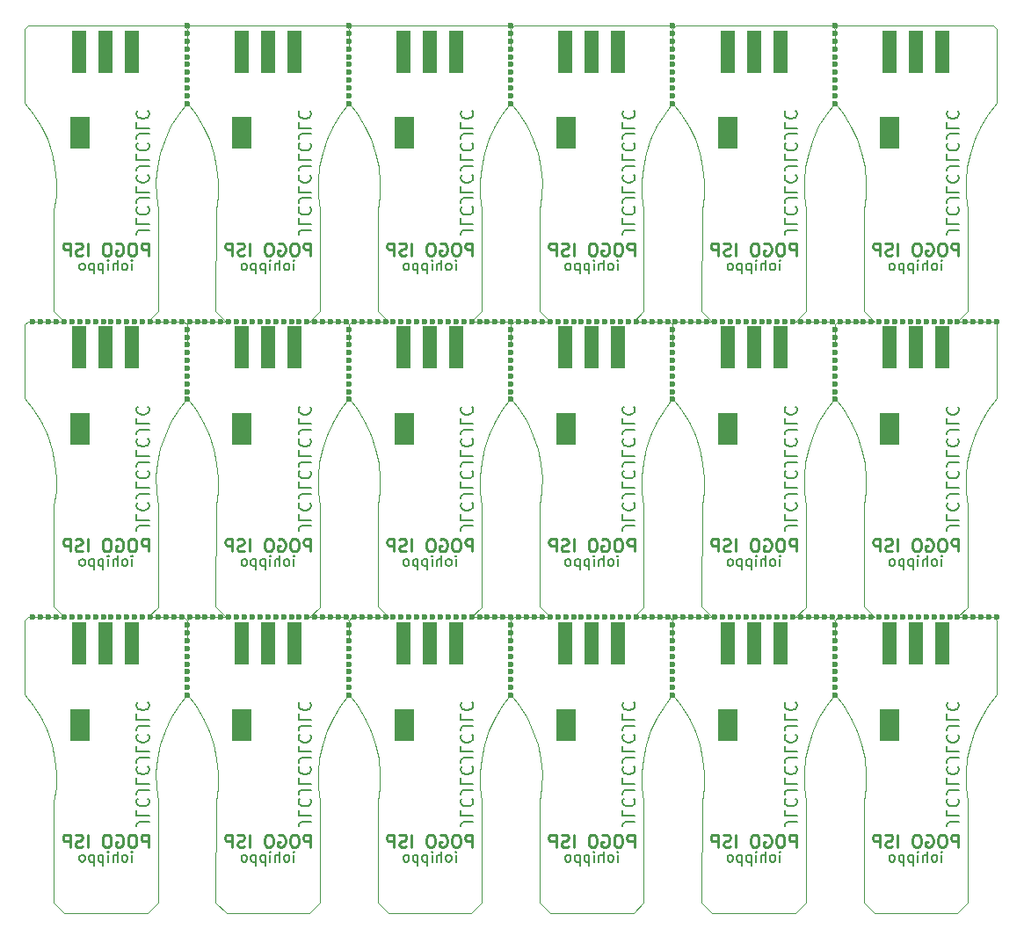
<source format=gbr>
%TF.GenerationSoftware,KiCad,Pcbnew,5.1.6-c6e7f7d~86~ubuntu18.04.1*%
%TF.CreationDate,2020-06-11T11:06:45+02:00*%
%TF.ProjectId,AVR_ISP_With_POGO_Pin_panelized_corrected,4156525f-4953-4505-9f57-6974685f504f,rev?*%
%TF.SameCoordinates,Original*%
%TF.FileFunction,Soldermask,Bot*%
%TF.FilePolarity,Negative*%
%FSLAX46Y46*%
G04 Gerber Fmt 4.6, Leading zero omitted, Abs format (unit mm)*
G04 Created by KiCad (PCBNEW 5.1.6-c6e7f7d~86~ubuntu18.04.1) date 2020-06-11 11:06:45*
%MOMM*%
%LPD*%
G01*
G04 APERTURE LIST*
%TA.AperFunction,Profile*%
%ADD10C,0.100000*%
%TD*%
%ADD11C,0.160000*%
%ADD12C,0.220000*%
%ADD13C,0.180000*%
%ADD14C,0.600000*%
%ADD15R,1.400000X4.100000*%
%ADD16R,1.960200X1.528400*%
G04 APERTURE END LIST*
D10*
X65601000Y-78789900D02*
X65601800Y-80846800D01*
X65300500Y-78499200D02*
X65601000Y-78789900D01*
X61802400Y-78499000D02*
X65300500Y-78499200D01*
X62801000Y-77500100D02*
X61802400Y-78499000D01*
X62801000Y-67700000D02*
X62801000Y-77500100D01*
X62632800Y-66331600D02*
X62801000Y-67700000D01*
X62617000Y-64953100D02*
X62632800Y-66331600D01*
X62753800Y-63581400D02*
X62617000Y-64953100D01*
X63041500Y-62233100D02*
X62753800Y-63581400D01*
X63476400Y-60925000D02*
X63041500Y-62233100D01*
X64053500Y-59673000D02*
X63476400Y-60925000D01*
X64765400Y-58492600D02*
X64053500Y-59673000D01*
X65601800Y-57400300D02*
X64765400Y-58492600D01*
X66446300Y-58498900D02*
X65601800Y-57400300D01*
X67162800Y-59684300D02*
X66446300Y-58498900D01*
X67742800Y-60942300D02*
X67162800Y-59684300D01*
X68178900Y-62257000D02*
X67742800Y-60942300D01*
X68465800Y-63612200D02*
X68178900Y-62257000D01*
X68599800Y-64990900D02*
X68465800Y-63612200D01*
X68579300Y-66376000D02*
X68599800Y-64990900D01*
X68404500Y-67750300D02*
X68579300Y-66376000D01*
X68381800Y-77480100D02*
X68404500Y-67750300D01*
X69400400Y-78499000D02*
X68381800Y-77480100D01*
X65902200Y-78499200D02*
X69400400Y-78499000D01*
X65601800Y-78799900D02*
X65902200Y-78499200D01*
X65601800Y-80846800D02*
X65601800Y-78799900D01*
X81203800Y-78789900D02*
X81204500Y-80606800D01*
X80903300Y-78499100D02*
X81203800Y-78789900D01*
X77405200Y-78499000D02*
X80903300Y-78499100D01*
X78403800Y-77500100D02*
X77405200Y-78499000D01*
X78403800Y-67700000D02*
X78403800Y-77500100D01*
X78235600Y-66331600D02*
X78403800Y-67700000D01*
X78219800Y-64953100D02*
X78235600Y-66331600D01*
X78356600Y-63581400D02*
X78219800Y-64953100D01*
X78644200Y-62233100D02*
X78356600Y-63581400D01*
X79079200Y-60925000D02*
X78644200Y-62233100D01*
X79656200Y-59673000D02*
X79079200Y-60925000D01*
X80368200Y-58492600D02*
X79656200Y-59673000D01*
X81204600Y-57400300D02*
X80368200Y-58492600D01*
X82049000Y-58498900D02*
X81204600Y-57400300D01*
X82765600Y-59684300D02*
X82049000Y-58498900D01*
X83345600Y-60942300D02*
X82765600Y-59684300D01*
X83781700Y-62257000D02*
X83345600Y-60942300D01*
X84068600Y-63612200D02*
X83781700Y-62257000D01*
X84202600Y-64990900D02*
X84068600Y-63612200D01*
X84182100Y-66376000D02*
X84202600Y-64990900D01*
X84007300Y-67750300D02*
X84182100Y-66376000D01*
X83984500Y-77480100D02*
X84007300Y-67750300D01*
X85003100Y-78499000D02*
X83984500Y-77480100D01*
X81505000Y-78499100D02*
X85003100Y-78499000D01*
X81204500Y-78799900D02*
X81505000Y-78499100D01*
X81204500Y-80606800D02*
X81204500Y-78799900D01*
X96806500Y-78789900D02*
X96807300Y-80811700D01*
X96506000Y-78499200D02*
X96806500Y-78789900D01*
X93007900Y-78499000D02*
X96506000Y-78499200D01*
X94006500Y-77500100D02*
X93007900Y-78499000D01*
X94006500Y-67700000D02*
X94006500Y-77500100D01*
X93838400Y-66331600D02*
X94006500Y-67700000D01*
X93822600Y-64953100D02*
X93838400Y-66331600D01*
X93959400Y-63581400D02*
X93822600Y-64953100D01*
X94247000Y-62233100D02*
X93959400Y-63581400D01*
X94682000Y-60925000D02*
X94247000Y-62233100D01*
X95259000Y-59673000D02*
X94682000Y-60925000D01*
X95970900Y-58492600D02*
X95259000Y-59673000D01*
X96807300Y-57400300D02*
X95970900Y-58492600D01*
X97651800Y-58498900D02*
X96807300Y-57400300D01*
X98368400Y-59684300D02*
X97651800Y-58498900D01*
X98948300Y-60942300D02*
X98368400Y-59684300D01*
X99384500Y-62257000D02*
X98948300Y-60942300D01*
X99671300Y-63612200D02*
X99384500Y-62257000D01*
X99805300Y-64990900D02*
X99671300Y-63612200D01*
X99784800Y-66376000D02*
X99805300Y-64990900D01*
X99610000Y-67750300D02*
X99784800Y-66376000D01*
X99587300Y-77480100D02*
X99610000Y-67750300D01*
X100605900Y-78499000D02*
X99587300Y-77480100D01*
X97107700Y-78499200D02*
X100605900Y-78499000D01*
X96807300Y-78799900D02*
X97107700Y-78499200D01*
X96807300Y-80811700D02*
X96807300Y-78799900D01*
X112409300Y-78789900D02*
X112410100Y-80830600D01*
X112108800Y-78499200D02*
X112409300Y-78789900D01*
X108610700Y-78499000D02*
X112108800Y-78499200D01*
X109609300Y-77500100D02*
X108610700Y-78499000D01*
X109609300Y-67700000D02*
X109609300Y-77500100D01*
X109441200Y-66331600D02*
X109609300Y-67700000D01*
X109425400Y-64953100D02*
X109441200Y-66331600D01*
X109562100Y-63581400D02*
X109425400Y-64953100D01*
X109849800Y-62233100D02*
X109562100Y-63581400D01*
X110284800Y-60925000D02*
X109849800Y-62233100D01*
X110861800Y-59673000D02*
X110284800Y-60925000D01*
X111573700Y-58492600D02*
X110861800Y-59673000D01*
X112410100Y-57400300D02*
X111573700Y-58492600D01*
X113254600Y-58498900D02*
X112410100Y-57400300D01*
X113971200Y-59684300D02*
X113254600Y-58498900D01*
X114551100Y-60942300D02*
X113971200Y-59684300D01*
X114987300Y-62257000D02*
X114551100Y-60942300D01*
X115274100Y-63612200D02*
X114987300Y-62257000D01*
X115408100Y-64990900D02*
X115274100Y-63612200D01*
X115387600Y-66376000D02*
X115408100Y-64990900D01*
X115212800Y-67750300D02*
X115387600Y-66376000D01*
X115190100Y-77480100D02*
X115212800Y-67750300D01*
X116208700Y-78499000D02*
X115190100Y-77480100D01*
X112710500Y-78499200D02*
X116208700Y-78499000D01*
X112410100Y-78799900D02*
X112710500Y-78499200D01*
X112410100Y-80830600D02*
X112410100Y-78799900D01*
X128012100Y-78789900D02*
X128012900Y-80849800D01*
X127711600Y-78499200D02*
X128012100Y-78789900D01*
X124213500Y-78499000D02*
X127711600Y-78499200D01*
X125212100Y-77500100D02*
X124213500Y-78499000D01*
X125212100Y-67700000D02*
X125212100Y-77500100D01*
X125043900Y-66331600D02*
X125212100Y-67700000D01*
X125028100Y-64953100D02*
X125043900Y-66331600D01*
X125164900Y-63581400D02*
X125028100Y-64953100D01*
X125452500Y-62233100D02*
X125164900Y-63581400D01*
X125887500Y-60925000D02*
X125452500Y-62233100D01*
X126464500Y-59673000D02*
X125887500Y-60925000D01*
X127176500Y-58492600D02*
X126464500Y-59673000D01*
X128012900Y-57400300D02*
X127176500Y-58492600D01*
X128857400Y-58498900D02*
X128012900Y-57400300D01*
X129573900Y-59684300D02*
X128857400Y-58498900D01*
X130153900Y-60942300D02*
X129573900Y-59684300D01*
X130590000Y-62257000D02*
X130153900Y-60942300D01*
X130876900Y-63612200D02*
X130590000Y-62257000D01*
X131010900Y-64990900D02*
X130876900Y-63612200D01*
X130990400Y-66376000D02*
X131010900Y-64990900D01*
X130815600Y-67750300D02*
X130990400Y-66376000D01*
X130792900Y-77480100D02*
X130815600Y-67750300D01*
X131811500Y-78499000D02*
X130792900Y-77480100D01*
X128313300Y-78499200D02*
X131811500Y-78499000D01*
X128012900Y-78799900D02*
X128313300Y-78499200D01*
X128012900Y-80849800D02*
X128012900Y-78799900D01*
X65601000Y-107289900D02*
X65601800Y-109346900D01*
X65300500Y-106999200D02*
X65601000Y-107289900D01*
X61802400Y-106999000D02*
X65300500Y-106999200D01*
X62801000Y-106000100D02*
X61802400Y-106999000D01*
X62801000Y-96200000D02*
X62801000Y-106000100D01*
X62632800Y-94831600D02*
X62801000Y-96200000D01*
X62617000Y-93453100D02*
X62632800Y-94831600D01*
X62753800Y-92081400D02*
X62617000Y-93453100D01*
X63041500Y-90733200D02*
X62753800Y-92081400D01*
X63476400Y-89425000D02*
X63041500Y-90733200D01*
X64053500Y-88173100D02*
X63476400Y-89425000D01*
X64765400Y-86992600D02*
X64053500Y-88173100D01*
X65601800Y-85900300D02*
X64765400Y-86992600D01*
X66446300Y-86998900D02*
X65601800Y-85900300D01*
X67162800Y-88184300D02*
X66446300Y-86998900D01*
X67742800Y-89442300D02*
X67162800Y-88184300D01*
X68178900Y-90757000D02*
X67742800Y-89442300D01*
X68465800Y-92112200D02*
X68178900Y-90757000D01*
X68599800Y-93490900D02*
X68465800Y-92112200D01*
X68579300Y-94876000D02*
X68599800Y-93490900D01*
X68404500Y-96250300D02*
X68579300Y-94876000D01*
X68381800Y-105980100D02*
X68404500Y-96250300D01*
X69400400Y-106999000D02*
X68381800Y-105980100D01*
X65902200Y-106999200D02*
X69400400Y-106999000D01*
X65601800Y-107299900D02*
X65902200Y-106999200D01*
X65601800Y-109346900D02*
X65601800Y-107299900D01*
X81203800Y-107289900D02*
X81204500Y-109106800D01*
X80903300Y-106999100D02*
X81203800Y-107289900D01*
X77405200Y-106999000D02*
X80903300Y-106999100D01*
X78403800Y-106000100D02*
X77405200Y-106999000D01*
X78403800Y-96200000D02*
X78403800Y-106000100D01*
X78235600Y-94831600D02*
X78403800Y-96200000D01*
X78219800Y-93453100D02*
X78235600Y-94831600D01*
X78356600Y-92081400D02*
X78219800Y-93453100D01*
X78644200Y-90733200D02*
X78356600Y-92081400D01*
X79079200Y-89425000D02*
X78644200Y-90733200D01*
X79656200Y-88173100D02*
X79079200Y-89425000D01*
X80368200Y-86992600D02*
X79656200Y-88173100D01*
X81204600Y-85900300D02*
X80368200Y-86992600D01*
X82049000Y-86998900D02*
X81204600Y-85900300D01*
X82765600Y-88184300D02*
X82049000Y-86998900D01*
X83345600Y-89442300D02*
X82765600Y-88184300D01*
X83781700Y-90757000D02*
X83345600Y-89442300D01*
X84068600Y-92112200D02*
X83781700Y-90757000D01*
X84202600Y-93490900D02*
X84068600Y-92112200D01*
X84182100Y-94876000D02*
X84202600Y-93490900D01*
X84007300Y-96250300D02*
X84182100Y-94876000D01*
X83984500Y-105980100D02*
X84007300Y-96250300D01*
X85003100Y-106999000D02*
X83984500Y-105980100D01*
X81505000Y-106999100D02*
X85003100Y-106999000D01*
X81204500Y-107299900D02*
X81505000Y-106999100D01*
X81204500Y-109106800D02*
X81204500Y-107299900D01*
X96806500Y-107289900D02*
X96807300Y-109311700D01*
X96506000Y-106999200D02*
X96806500Y-107289900D01*
X93007900Y-106999000D02*
X96506000Y-106999200D01*
X94006500Y-106000100D02*
X93007900Y-106999000D01*
X94006500Y-96200000D02*
X94006500Y-106000100D01*
X93838400Y-94831600D02*
X94006500Y-96200000D01*
X93822600Y-93453100D02*
X93838400Y-94831600D01*
X93959400Y-92081400D02*
X93822600Y-93453100D01*
X94247000Y-90733200D02*
X93959400Y-92081400D01*
X94682000Y-89425000D02*
X94247000Y-90733200D01*
X95259000Y-88173100D02*
X94682000Y-89425000D01*
X95970900Y-86992600D02*
X95259000Y-88173100D01*
X96807400Y-85900300D02*
X95970900Y-86992600D01*
X97651800Y-86998900D02*
X96807400Y-85900300D01*
X98368400Y-88184300D02*
X97651800Y-86998900D01*
X98948300Y-89442300D02*
X98368400Y-88184300D01*
X99384500Y-90757000D02*
X98948300Y-89442300D01*
X99671300Y-92112200D02*
X99384500Y-90757000D01*
X99805300Y-93490900D02*
X99671300Y-92112200D01*
X99784800Y-94876000D02*
X99805300Y-93490900D01*
X99610000Y-96250300D02*
X99784800Y-94876000D01*
X99587300Y-105980100D02*
X99610000Y-96250300D01*
X100605900Y-106999000D02*
X99587300Y-105980100D01*
X97107700Y-106999200D02*
X100605900Y-106999000D01*
X96807300Y-107299900D02*
X97107700Y-106999200D01*
X96807300Y-109311700D02*
X96807300Y-107299900D01*
X112409300Y-107289900D02*
X112410100Y-109330600D01*
X112108800Y-106999200D02*
X112409300Y-107289900D01*
X108610700Y-106999000D02*
X112108800Y-106999200D01*
X109609300Y-106000100D02*
X108610700Y-106999000D01*
X109609300Y-96200000D02*
X109609300Y-106000100D01*
X109441200Y-94831600D02*
X109609300Y-96200000D01*
X109425400Y-93453100D02*
X109441200Y-94831600D01*
X109562100Y-92081400D02*
X109425400Y-93453100D01*
X109849800Y-90733200D02*
X109562100Y-92081400D01*
X110284800Y-89425000D02*
X109849800Y-90733200D01*
X110861800Y-88173100D02*
X110284800Y-89425000D01*
X111573700Y-86992600D02*
X110861800Y-88173100D01*
X112410100Y-85900300D02*
X111573700Y-86992600D01*
X113254600Y-86998900D02*
X112410100Y-85900300D01*
X113971200Y-88184300D02*
X113254600Y-86998900D01*
X114551100Y-89442300D02*
X113971200Y-88184300D01*
X114987300Y-90757000D02*
X114551100Y-89442300D01*
X115274100Y-92112200D02*
X114987300Y-90757000D01*
X115408100Y-93490900D02*
X115274100Y-92112200D01*
X115387600Y-94876000D02*
X115408100Y-93490900D01*
X115212800Y-96250300D02*
X115387600Y-94876000D01*
X115190100Y-105980100D02*
X115212800Y-96250300D01*
X116208700Y-106999000D02*
X115190100Y-105980100D01*
X112710500Y-106999200D02*
X116208700Y-106999000D01*
X112410100Y-107299900D02*
X112710500Y-106999200D01*
X112410100Y-109330600D02*
X112410100Y-107299900D01*
X128012100Y-107289900D02*
X128012900Y-109349800D01*
X127711600Y-106999200D02*
X128012100Y-107289900D01*
X124213500Y-106999000D02*
X127711600Y-106999200D01*
X125212100Y-106000100D02*
X124213500Y-106999000D01*
X125212100Y-96200000D02*
X125212100Y-106000100D01*
X125043900Y-94831600D02*
X125212100Y-96200000D01*
X125028100Y-93453100D02*
X125043900Y-94831600D01*
X125164900Y-92081400D02*
X125028100Y-93453100D01*
X125452500Y-90733200D02*
X125164900Y-92081400D01*
X125887500Y-89425000D02*
X125452500Y-90733200D01*
X126464500Y-88173100D02*
X125887500Y-89425000D01*
X127176500Y-86992600D02*
X126464500Y-88173100D01*
X128012900Y-85900300D02*
X127176500Y-86992600D01*
X128857400Y-86998900D02*
X128012900Y-85900300D01*
X129573900Y-88184300D02*
X128857400Y-86998900D01*
X130153900Y-89442300D02*
X129573900Y-88184300D01*
X130590000Y-90757000D02*
X130153900Y-89442300D01*
X130876900Y-92112200D02*
X130590000Y-90757000D01*
X131010900Y-93490900D02*
X130876900Y-92112200D01*
X130990400Y-94876000D02*
X131010900Y-93490900D01*
X130815600Y-96250300D02*
X130990400Y-94876000D01*
X130792900Y-105980100D02*
X130815600Y-96250300D01*
X131811500Y-106999000D02*
X130792900Y-105980100D01*
X128313300Y-106999200D02*
X131811500Y-106999000D01*
X128012900Y-107299900D02*
X128313300Y-106999200D01*
X128012900Y-109349800D02*
X128012900Y-107299900D01*
X140814900Y-106000100D02*
X139816300Y-106999000D01*
X140814900Y-96200000D02*
X140814900Y-106000100D01*
X140646700Y-94831600D02*
X140814900Y-96200000D01*
X140630900Y-93453100D02*
X140646700Y-94831600D01*
X140767700Y-92081400D02*
X140630900Y-93453100D01*
X141055300Y-90733200D02*
X140767700Y-92081400D01*
X141490300Y-89425000D02*
X141055300Y-90733200D01*
X142067300Y-88173100D02*
X141490300Y-89425000D01*
X142779300Y-86992600D02*
X142067300Y-88173100D01*
X143617600Y-85897500D02*
X142779300Y-86992600D01*
X143614800Y-78789500D02*
X143617600Y-85897500D01*
X143314000Y-78499000D02*
X143614800Y-78789500D01*
X139816300Y-78499000D02*
X143314000Y-78499000D01*
X140814900Y-77500100D02*
X139816300Y-78499000D01*
X140814900Y-67700000D02*
X140814900Y-77500100D01*
X140646700Y-66331600D02*
X140814900Y-67700000D01*
X140630900Y-64953100D02*
X140646700Y-66331600D01*
X140767700Y-63581400D02*
X140630900Y-64953100D01*
X141055300Y-62233100D02*
X140767700Y-63581400D01*
X141490300Y-60925000D02*
X141055300Y-62233100D01*
X142067300Y-59673000D02*
X141490300Y-60925000D01*
X142779300Y-58492600D02*
X142067300Y-59673000D01*
X143617600Y-57397500D02*
X142779300Y-58492600D01*
X143614900Y-50290000D02*
X143617600Y-57397500D01*
X143314400Y-49999200D02*
X143614900Y-50290000D01*
X128313700Y-49999000D02*
X143314400Y-49999200D01*
X128012900Y-50299900D02*
X128313700Y-49999000D01*
X128012900Y-52349800D02*
X128012900Y-50299900D01*
X128012100Y-50289900D02*
X128012900Y-52349800D01*
X127711100Y-49999000D02*
X128012100Y-50289900D01*
X112710900Y-49999000D02*
X127711100Y-49999000D01*
X112410100Y-50299900D02*
X112710900Y-49999000D01*
X112410100Y-52330600D02*
X112410100Y-50299900D01*
X112409300Y-50289900D02*
X112410100Y-52330600D01*
X112108300Y-49999000D02*
X112409300Y-50289900D01*
X97108100Y-49999000D02*
X112108300Y-49999000D01*
X96807300Y-50299900D02*
X97108100Y-49999000D01*
X96807300Y-52311700D02*
X96807300Y-50299900D01*
X96806500Y-50289900D02*
X96807300Y-52311700D01*
X96505500Y-49999000D02*
X96806500Y-50289900D01*
X81505400Y-49999000D02*
X96505500Y-49999000D01*
X81204500Y-50299900D02*
X81505400Y-49999000D01*
X81204500Y-52106800D02*
X81204500Y-50299900D01*
X81203800Y-50289900D02*
X81204500Y-52106800D01*
X80902900Y-49999000D02*
X81203800Y-50289900D01*
X65902700Y-49999000D02*
X80902900Y-49999000D01*
X65601800Y-50299900D02*
X65902700Y-49999000D01*
X65601800Y-52346800D02*
X65601800Y-50299900D01*
X65601000Y-50289900D02*
X65601800Y-52346800D01*
X65300100Y-49999000D02*
X65601000Y-50289900D01*
X50300000Y-49999000D02*
X65300100Y-49999000D01*
X49999200Y-50299400D02*
X50300000Y-49999000D01*
X49999000Y-57400200D02*
X49999200Y-50299400D01*
X50843500Y-58498900D02*
X49999000Y-57400200D01*
X51560100Y-59684300D02*
X50843500Y-58498900D01*
X52140000Y-60942300D02*
X51560100Y-59684300D01*
X52576200Y-62257000D02*
X52140000Y-60942300D01*
X52863000Y-63612200D02*
X52576200Y-62257000D01*
X52997000Y-64990900D02*
X52863000Y-63612200D01*
X52976500Y-66376000D02*
X52997000Y-64990900D01*
X52801700Y-67750300D02*
X52976500Y-66376000D01*
X52779000Y-77480100D02*
X52801700Y-67750300D01*
X53797600Y-78499000D02*
X52779000Y-77480100D01*
X50299900Y-78499000D02*
X53797600Y-78499000D01*
X49999100Y-78799500D02*
X50299900Y-78499000D01*
X49999000Y-85900100D02*
X49999100Y-78799500D01*
X50843500Y-86998900D02*
X49999000Y-85900100D01*
X51560100Y-88184300D02*
X50843500Y-86998900D01*
X52140000Y-89442300D02*
X51560100Y-88184300D01*
X52576200Y-90757000D02*
X52140000Y-89442300D01*
X52863000Y-92112200D02*
X52576200Y-90757000D01*
X52997000Y-93490900D02*
X52863000Y-92112200D01*
X52976500Y-94876000D02*
X52997000Y-93490900D01*
X52801700Y-96250300D02*
X52976500Y-94876000D01*
X52779000Y-105980100D02*
X52801700Y-96250300D01*
X53797600Y-106999000D02*
X52779000Y-105980100D01*
X50299900Y-106999000D02*
X53797600Y-106999000D01*
X49999100Y-107299500D02*
X50299900Y-106999000D01*
X49999000Y-114400000D02*
X49999100Y-107299500D01*
X50843500Y-115498900D02*
X49999000Y-114400000D01*
X51560100Y-116684300D02*
X50843500Y-115498900D01*
X52140000Y-117942300D02*
X51560100Y-116684300D01*
X52576200Y-119257100D02*
X52140000Y-117942300D01*
X52863000Y-120612200D02*
X52576200Y-119257100D01*
X52997000Y-121990900D02*
X52863000Y-120612200D01*
X52976500Y-123376000D02*
X52997000Y-121990900D01*
X52801700Y-124750300D02*
X52976500Y-123376000D01*
X52779000Y-134480100D02*
X52801700Y-124750300D01*
X53799400Y-135500800D02*
X52779000Y-134480100D01*
X61800100Y-135501000D02*
X53799400Y-135500800D01*
X62800900Y-134500500D02*
X61800100Y-135501000D01*
X62801000Y-124700000D02*
X62800900Y-134500500D01*
X62632800Y-123331600D02*
X62801000Y-124700000D01*
X62617000Y-121953100D02*
X62632800Y-123331600D01*
X62753800Y-120581400D02*
X62617000Y-121953100D01*
X63041500Y-119233200D02*
X62753800Y-120581400D01*
X63476400Y-117925000D02*
X63041500Y-119233200D01*
X64053500Y-116673100D02*
X63476400Y-117925000D01*
X64765400Y-115492600D02*
X64053500Y-116673100D01*
X65601800Y-114400300D02*
X64765400Y-115492600D01*
X66446300Y-115498900D02*
X65601800Y-114400300D01*
X67162800Y-116684300D02*
X66446300Y-115498900D01*
X67742800Y-117942300D02*
X67162800Y-116684300D01*
X68178900Y-119257100D02*
X67742800Y-117942300D01*
X68465800Y-120612200D02*
X68178900Y-119257100D01*
X68599800Y-121990900D02*
X68465800Y-120612200D01*
X68579300Y-123376000D02*
X68599800Y-121990900D01*
X68404500Y-124750300D02*
X68579300Y-123376000D01*
X68381800Y-134480100D02*
X68404500Y-124750300D01*
X69402200Y-135500800D02*
X68381800Y-134480100D01*
X77402900Y-135501000D02*
X69402200Y-135500800D01*
X78403700Y-134500500D02*
X77402900Y-135501000D01*
X78403800Y-124700000D02*
X78403700Y-134500500D01*
X78235600Y-123331600D02*
X78403800Y-124700000D01*
X78219800Y-121953100D02*
X78235600Y-123331600D01*
X78356600Y-120581400D02*
X78219800Y-121953100D01*
X78644200Y-119233200D02*
X78356600Y-120581400D01*
X79079200Y-117925000D02*
X78644200Y-119233200D01*
X79656200Y-116673100D02*
X79079200Y-117925000D01*
X80368200Y-115492600D02*
X79656200Y-116673100D01*
X81204600Y-114400300D02*
X80368200Y-115492600D01*
X82049000Y-115498900D02*
X81204600Y-114400300D01*
X82765600Y-116684300D02*
X82049000Y-115498900D01*
X83345600Y-117942300D02*
X82765600Y-116684300D01*
X83781700Y-119257100D02*
X83345600Y-117942300D01*
X84068600Y-120612200D02*
X83781700Y-119257100D01*
X84202600Y-121990900D02*
X84068600Y-120612200D01*
X84182100Y-123376000D02*
X84202600Y-121990900D01*
X84007300Y-124750300D02*
X84182100Y-123376000D01*
X83984600Y-134480500D02*
X84007300Y-124750300D01*
X85005400Y-135501000D02*
X83984600Y-134480500D01*
X93006000Y-135500900D02*
X85005400Y-135501000D01*
X94006500Y-134500100D02*
X93006000Y-135500900D01*
X94006500Y-124700000D02*
X94006500Y-134500100D01*
X93838400Y-123331600D02*
X94006500Y-124700000D01*
X93822600Y-121953100D02*
X93838400Y-123331600D01*
X93959400Y-120581400D02*
X93822600Y-121953100D01*
X94247000Y-119233200D02*
X93959400Y-120581400D01*
X94682000Y-117925000D02*
X94247000Y-119233200D01*
X95259000Y-116673100D02*
X94682000Y-117925000D01*
X95970900Y-115492600D02*
X95259000Y-116673100D01*
X96807400Y-114400300D02*
X95970900Y-115492600D01*
X97651800Y-115498900D02*
X96807400Y-114400300D01*
X98368400Y-116684300D02*
X97651800Y-115498900D01*
X98948300Y-117942300D02*
X98368400Y-116684300D01*
X99384500Y-119257100D02*
X98948300Y-117942300D01*
X99671300Y-120612200D02*
X99384500Y-119257100D01*
X99805300Y-121990900D02*
X99671300Y-120612200D01*
X99784800Y-123376000D02*
X99805300Y-121990900D01*
X99610000Y-124750300D02*
X99784800Y-123376000D01*
X99587400Y-134480500D02*
X99610000Y-124750300D01*
X100608200Y-135501000D02*
X99587400Y-134480500D01*
X108608700Y-135500900D02*
X100608200Y-135501000D01*
X109609300Y-134500100D02*
X108608700Y-135500900D01*
X109609300Y-124700000D02*
X109609300Y-134500100D01*
X109441200Y-123331600D02*
X109609300Y-124700000D01*
X109425400Y-121953100D02*
X109441200Y-123331600D01*
X109562100Y-120581400D02*
X109425400Y-121953100D01*
X109849800Y-119233200D02*
X109562100Y-120581400D01*
X110284800Y-117925000D02*
X109849800Y-119233200D01*
X110861800Y-116673100D02*
X110284800Y-117925000D01*
X111573700Y-115492600D02*
X110861800Y-116673100D01*
X112410100Y-114400300D02*
X111573700Y-115492600D01*
X113254600Y-115498900D02*
X112410100Y-114400300D01*
X113971200Y-116684300D02*
X113254600Y-115498900D01*
X114551100Y-117942300D02*
X113971200Y-116684300D01*
X114987300Y-119257100D02*
X114551100Y-117942300D01*
X115274100Y-120612200D02*
X114987300Y-119257100D01*
X115408100Y-121990900D02*
X115274100Y-120612200D01*
X115387600Y-123376000D02*
X115408100Y-121990900D01*
X115212800Y-124750300D02*
X115387600Y-123376000D01*
X115190200Y-134480500D02*
X115212800Y-124750300D01*
X116211000Y-135501000D02*
X115190200Y-134480500D01*
X124211400Y-135501000D02*
X116211000Y-135501000D01*
X125212100Y-134500100D02*
X124211400Y-135501000D01*
X125212100Y-124700000D02*
X125212100Y-134500100D01*
X125043900Y-123331600D02*
X125212100Y-124700000D01*
X125028100Y-121953100D02*
X125043900Y-123331600D01*
X125164900Y-120581400D02*
X125028100Y-121953100D01*
X125452500Y-119233200D02*
X125164900Y-120581400D01*
X125887500Y-117925000D02*
X125452500Y-119233200D01*
X126464500Y-116673100D02*
X125887500Y-117925000D01*
X127176500Y-115492600D02*
X126464500Y-116673100D01*
X128012900Y-114400300D02*
X127176500Y-115492600D01*
X128857400Y-115498900D02*
X128012900Y-114400300D01*
X129573900Y-116684300D02*
X128857400Y-115498900D01*
X130153900Y-117942300D02*
X129573900Y-116684300D01*
X130590000Y-119257100D02*
X130153900Y-117942300D01*
X130876900Y-120612200D02*
X130590000Y-119257100D01*
X131010900Y-121990900D02*
X130876900Y-120612200D01*
X130990400Y-123376000D02*
X131010900Y-121990900D01*
X130815600Y-124750300D02*
X130990400Y-123376000D01*
X130793000Y-134480500D02*
X130815600Y-124750300D01*
X131813800Y-135501000D02*
X130793000Y-134480500D01*
X139814200Y-135501000D02*
X131813800Y-135501000D01*
X140814900Y-134500100D02*
X139814200Y-135501000D01*
X140814900Y-124700000D02*
X140814900Y-134500100D01*
X140646700Y-123331600D02*
X140814900Y-124700000D01*
X140630900Y-121953100D02*
X140646700Y-123331600D01*
X140767700Y-120581400D02*
X140630900Y-121953100D01*
X141055300Y-119233200D02*
X140767700Y-120581400D01*
X141490300Y-117925000D02*
X141055300Y-119233200D01*
X142067300Y-116673100D02*
X141490300Y-117925000D01*
X142779300Y-115492600D02*
X142067300Y-116673100D01*
X143617600Y-114397400D02*
X142779300Y-115492600D01*
X143614800Y-107289500D02*
X143617600Y-114397400D01*
X143314000Y-106999000D02*
X143614800Y-107289500D01*
X139816300Y-106999000D02*
X143314000Y-106999000D01*
D11*
X138313871Y-130552407D02*
X138313871Y-129885741D01*
X138313871Y-129552407D02*
X138361490Y-129600027D01*
X138313871Y-129647646D01*
X138266251Y-129600027D01*
X138313871Y-129552407D01*
X138313871Y-129647646D01*
X137694823Y-130552407D02*
X137790061Y-130504788D01*
X137837680Y-130457169D01*
X137885299Y-130361931D01*
X137885299Y-130076217D01*
X137837680Y-129980979D01*
X137790061Y-129933360D01*
X137694823Y-129885741D01*
X137551966Y-129885741D01*
X137456728Y-129933360D01*
X137409109Y-129980979D01*
X137361490Y-130076217D01*
X137361490Y-130361931D01*
X137409109Y-130457169D01*
X137456728Y-130504788D01*
X137551966Y-130552407D01*
X137694823Y-130552407D01*
X136932918Y-130552407D02*
X136932918Y-129552407D01*
X136504347Y-130552407D02*
X136504347Y-130028598D01*
X136551966Y-129933360D01*
X136647204Y-129885741D01*
X136790061Y-129885741D01*
X136885299Y-129933360D01*
X136932918Y-129980979D01*
X136028156Y-130552407D02*
X136028156Y-129885741D01*
X136028156Y-129552407D02*
X136075775Y-129600027D01*
X136028156Y-129647646D01*
X135980537Y-129600027D01*
X136028156Y-129552407D01*
X136028156Y-129647646D01*
X135551966Y-129885741D02*
X135551966Y-130885741D01*
X135551966Y-129933360D02*
X135456728Y-129885741D01*
X135266251Y-129885741D01*
X135171013Y-129933360D01*
X135123394Y-129980979D01*
X135075775Y-130076217D01*
X135075775Y-130361931D01*
X135123394Y-130457169D01*
X135171013Y-130504788D01*
X135266251Y-130552407D01*
X135456728Y-130552407D01*
X135551966Y-130504788D01*
X134647204Y-129885741D02*
X134647204Y-130885741D01*
X134647204Y-129933360D02*
X134551966Y-129885741D01*
X134361490Y-129885741D01*
X134266251Y-129933360D01*
X134218632Y-129980979D01*
X134171013Y-130076217D01*
X134171013Y-130361931D01*
X134218632Y-130457169D01*
X134266251Y-130504788D01*
X134361490Y-130552407D01*
X134551966Y-130552407D01*
X134647204Y-130504788D01*
X133599585Y-130552407D02*
X133694823Y-130504788D01*
X133742442Y-130457169D01*
X133790061Y-130361931D01*
X133790061Y-130076217D01*
X133742442Y-129980979D01*
X133694823Y-129933360D01*
X133599585Y-129885741D01*
X133456728Y-129885741D01*
X133361490Y-129933360D01*
X133313871Y-129980979D01*
X133266251Y-130076217D01*
X133266251Y-130361931D01*
X133313871Y-130457169D01*
X133361490Y-130504788D01*
X133456728Y-130552407D01*
X133599585Y-130552407D01*
D12*
X139899585Y-129142884D02*
X139899585Y-127942884D01*
X139442442Y-127942884D01*
X139328156Y-128000027D01*
X139271013Y-128057169D01*
X139213871Y-128171455D01*
X139213871Y-128342884D01*
X139271013Y-128457169D01*
X139328156Y-128514312D01*
X139442442Y-128571455D01*
X139899585Y-128571455D01*
X138471013Y-127942884D02*
X138242442Y-127942884D01*
X138128156Y-128000027D01*
X138013871Y-128114312D01*
X137956728Y-128342884D01*
X137956728Y-128742884D01*
X138013871Y-128971455D01*
X138128156Y-129085741D01*
X138242442Y-129142884D01*
X138471013Y-129142884D01*
X138585299Y-129085741D01*
X138699585Y-128971455D01*
X138756728Y-128742884D01*
X138756728Y-128342884D01*
X138699585Y-128114312D01*
X138585299Y-128000027D01*
X138471013Y-127942884D01*
X136813871Y-128000027D02*
X136928156Y-127942884D01*
X137099585Y-127942884D01*
X137271013Y-128000027D01*
X137385299Y-128114312D01*
X137442442Y-128228598D01*
X137499585Y-128457169D01*
X137499585Y-128628598D01*
X137442442Y-128857169D01*
X137385299Y-128971455D01*
X137271013Y-129085741D01*
X137099585Y-129142884D01*
X136985299Y-129142884D01*
X136813871Y-129085741D01*
X136756728Y-129028598D01*
X136756728Y-128628598D01*
X136985299Y-128628598D01*
X136013871Y-127942884D02*
X135785299Y-127942884D01*
X135671013Y-128000027D01*
X135556728Y-128114312D01*
X135499585Y-128342884D01*
X135499585Y-128742884D01*
X135556728Y-128971455D01*
X135671013Y-129085741D01*
X135785299Y-129142884D01*
X136013871Y-129142884D01*
X136128156Y-129085741D01*
X136242442Y-128971455D01*
X136299585Y-128742884D01*
X136299585Y-128342884D01*
X136242442Y-128114312D01*
X136128156Y-128000027D01*
X136013871Y-127942884D01*
X134071013Y-129142884D02*
X134071013Y-127942884D01*
X133556728Y-129085741D02*
X133385299Y-129142884D01*
X133099585Y-129142884D01*
X132985299Y-129085741D01*
X132928156Y-129028598D01*
X132871013Y-128914312D01*
X132871013Y-128800027D01*
X132928156Y-128685741D01*
X132985299Y-128628598D01*
X133099585Y-128571455D01*
X133328156Y-128514312D01*
X133442442Y-128457169D01*
X133499585Y-128400027D01*
X133556728Y-128285741D01*
X133556728Y-128171455D01*
X133499585Y-128057169D01*
X133442442Y-128000027D01*
X133328156Y-127942884D01*
X133042442Y-127942884D01*
X132871013Y-128000027D01*
X132356728Y-129142884D02*
X132356728Y-127942884D01*
X131899585Y-127942884D01*
X131785299Y-128000027D01*
X131728156Y-128057169D01*
X131671013Y-128171455D01*
X131671013Y-128342884D01*
X131728156Y-128457169D01*
X131785299Y-128514312D01*
X131899585Y-128571455D01*
X132356728Y-128571455D01*
D13*
X139974013Y-126691884D02*
X139116871Y-126691884D01*
X138945442Y-126749027D01*
X138831156Y-126863312D01*
X138774013Y-127034741D01*
X138774013Y-127149027D01*
X138774013Y-125549027D02*
X138774013Y-126120455D01*
X139974013Y-126120455D01*
X138888299Y-124463312D02*
X138831156Y-124520455D01*
X138774013Y-124691884D01*
X138774013Y-124806169D01*
X138831156Y-124977598D01*
X138945442Y-125091884D01*
X139059728Y-125149027D01*
X139288299Y-125206169D01*
X139459728Y-125206169D01*
X139688299Y-125149027D01*
X139802585Y-125091884D01*
X139916871Y-124977598D01*
X139974013Y-124806169D01*
X139974013Y-124691884D01*
X139916871Y-124520455D01*
X139859728Y-124463312D01*
X139974013Y-123606169D02*
X139116871Y-123606169D01*
X138945442Y-123663312D01*
X138831156Y-123777598D01*
X138774013Y-123949027D01*
X138774013Y-124063312D01*
X138774013Y-122463312D02*
X138774013Y-123034741D01*
X139974013Y-123034741D01*
X138888299Y-121377598D02*
X138831156Y-121434741D01*
X138774013Y-121606169D01*
X138774013Y-121720455D01*
X138831156Y-121891884D01*
X138945442Y-122006169D01*
X139059728Y-122063312D01*
X139288299Y-122120455D01*
X139459728Y-122120455D01*
X139688299Y-122063312D01*
X139802585Y-122006169D01*
X139916871Y-121891884D01*
X139974013Y-121720455D01*
X139974013Y-121606169D01*
X139916871Y-121434741D01*
X139859728Y-121377598D01*
X139974013Y-120520455D02*
X139116871Y-120520455D01*
X138945442Y-120577598D01*
X138831156Y-120691884D01*
X138774013Y-120863312D01*
X138774013Y-120977598D01*
X138774013Y-119377598D02*
X138774013Y-119949027D01*
X139974013Y-119949027D01*
X138888299Y-118291884D02*
X138831156Y-118349027D01*
X138774013Y-118520455D01*
X138774013Y-118634741D01*
X138831156Y-118806169D01*
X138945442Y-118920455D01*
X139059728Y-118977598D01*
X139288299Y-119034741D01*
X139459728Y-119034741D01*
X139688299Y-118977598D01*
X139802585Y-118920455D01*
X139916871Y-118806169D01*
X139974013Y-118634741D01*
X139974013Y-118520455D01*
X139916871Y-118349027D01*
X139859728Y-118291884D01*
X139974013Y-117434741D02*
X139116871Y-117434741D01*
X138945442Y-117491884D01*
X138831156Y-117606169D01*
X138774013Y-117777598D01*
X138774013Y-117891884D01*
X138774013Y-116291884D02*
X138774013Y-116863312D01*
X139974013Y-116863312D01*
X138888299Y-115206169D02*
X138831156Y-115263312D01*
X138774013Y-115434741D01*
X138774013Y-115549027D01*
X138831156Y-115720455D01*
X138945442Y-115834741D01*
X139059728Y-115891884D01*
X139288299Y-115949027D01*
X139459728Y-115949027D01*
X139688299Y-115891884D01*
X139802585Y-115834741D01*
X139916871Y-115720455D01*
X139974013Y-115549027D01*
X139974013Y-115434741D01*
X139916871Y-115263312D01*
X139859728Y-115206169D01*
D11*
X122711097Y-130552407D02*
X122711097Y-129885741D01*
X122711097Y-129552407D02*
X122758716Y-129600027D01*
X122711097Y-129647646D01*
X122663477Y-129600027D01*
X122711097Y-129552407D01*
X122711097Y-129647646D01*
X122092049Y-130552407D02*
X122187287Y-130504788D01*
X122234906Y-130457169D01*
X122282525Y-130361931D01*
X122282525Y-130076217D01*
X122234906Y-129980979D01*
X122187287Y-129933360D01*
X122092049Y-129885741D01*
X121949192Y-129885741D01*
X121853954Y-129933360D01*
X121806335Y-129980979D01*
X121758716Y-130076217D01*
X121758716Y-130361931D01*
X121806335Y-130457169D01*
X121853954Y-130504788D01*
X121949192Y-130552407D01*
X122092049Y-130552407D01*
X121330144Y-130552407D02*
X121330144Y-129552407D01*
X120901573Y-130552407D02*
X120901573Y-130028598D01*
X120949192Y-129933360D01*
X121044430Y-129885741D01*
X121187287Y-129885741D01*
X121282525Y-129933360D01*
X121330144Y-129980979D01*
X120425382Y-130552407D02*
X120425382Y-129885741D01*
X120425382Y-129552407D02*
X120473001Y-129600027D01*
X120425382Y-129647646D01*
X120377763Y-129600027D01*
X120425382Y-129552407D01*
X120425382Y-129647646D01*
X119949192Y-129885741D02*
X119949192Y-130885741D01*
X119949192Y-129933360D02*
X119853954Y-129885741D01*
X119663477Y-129885741D01*
X119568239Y-129933360D01*
X119520620Y-129980979D01*
X119473001Y-130076217D01*
X119473001Y-130361931D01*
X119520620Y-130457169D01*
X119568239Y-130504788D01*
X119663477Y-130552407D01*
X119853954Y-130552407D01*
X119949192Y-130504788D01*
X119044430Y-129885741D02*
X119044430Y-130885741D01*
X119044430Y-129933360D02*
X118949192Y-129885741D01*
X118758716Y-129885741D01*
X118663477Y-129933360D01*
X118615858Y-129980979D01*
X118568239Y-130076217D01*
X118568239Y-130361931D01*
X118615858Y-130457169D01*
X118663477Y-130504788D01*
X118758716Y-130552407D01*
X118949192Y-130552407D01*
X119044430Y-130504788D01*
X117996811Y-130552407D02*
X118092049Y-130504788D01*
X118139668Y-130457169D01*
X118187287Y-130361931D01*
X118187287Y-130076217D01*
X118139668Y-129980979D01*
X118092049Y-129933360D01*
X117996811Y-129885741D01*
X117853954Y-129885741D01*
X117758716Y-129933360D01*
X117711097Y-129980979D01*
X117663477Y-130076217D01*
X117663477Y-130361931D01*
X117711097Y-130457169D01*
X117758716Y-130504788D01*
X117853954Y-130552407D01*
X117996811Y-130552407D01*
D12*
X124296811Y-129142884D02*
X124296811Y-127942884D01*
X123839668Y-127942884D01*
X123725382Y-128000027D01*
X123668239Y-128057169D01*
X123611097Y-128171455D01*
X123611097Y-128342884D01*
X123668239Y-128457169D01*
X123725382Y-128514312D01*
X123839668Y-128571455D01*
X124296811Y-128571455D01*
X122868239Y-127942884D02*
X122639668Y-127942884D01*
X122525382Y-128000027D01*
X122411097Y-128114312D01*
X122353954Y-128342884D01*
X122353954Y-128742884D01*
X122411097Y-128971455D01*
X122525382Y-129085741D01*
X122639668Y-129142884D01*
X122868239Y-129142884D01*
X122982525Y-129085741D01*
X123096811Y-128971455D01*
X123153954Y-128742884D01*
X123153954Y-128342884D01*
X123096811Y-128114312D01*
X122982525Y-128000027D01*
X122868239Y-127942884D01*
X121211097Y-128000027D02*
X121325382Y-127942884D01*
X121496811Y-127942884D01*
X121668239Y-128000027D01*
X121782525Y-128114312D01*
X121839668Y-128228598D01*
X121896811Y-128457169D01*
X121896811Y-128628598D01*
X121839668Y-128857169D01*
X121782525Y-128971455D01*
X121668239Y-129085741D01*
X121496811Y-129142884D01*
X121382525Y-129142884D01*
X121211097Y-129085741D01*
X121153954Y-129028598D01*
X121153954Y-128628598D01*
X121382525Y-128628598D01*
X120411097Y-127942884D02*
X120182525Y-127942884D01*
X120068239Y-128000027D01*
X119953954Y-128114312D01*
X119896811Y-128342884D01*
X119896811Y-128742884D01*
X119953954Y-128971455D01*
X120068239Y-129085741D01*
X120182525Y-129142884D01*
X120411097Y-129142884D01*
X120525382Y-129085741D01*
X120639668Y-128971455D01*
X120696811Y-128742884D01*
X120696811Y-128342884D01*
X120639668Y-128114312D01*
X120525382Y-128000027D01*
X120411097Y-127942884D01*
X118468239Y-129142884D02*
X118468239Y-127942884D01*
X117953954Y-129085741D02*
X117782525Y-129142884D01*
X117496811Y-129142884D01*
X117382525Y-129085741D01*
X117325382Y-129028598D01*
X117268239Y-128914312D01*
X117268239Y-128800027D01*
X117325382Y-128685741D01*
X117382525Y-128628598D01*
X117496811Y-128571455D01*
X117725382Y-128514312D01*
X117839668Y-128457169D01*
X117896811Y-128400027D01*
X117953954Y-128285741D01*
X117953954Y-128171455D01*
X117896811Y-128057169D01*
X117839668Y-128000027D01*
X117725382Y-127942884D01*
X117439668Y-127942884D01*
X117268239Y-128000027D01*
X116753954Y-129142884D02*
X116753954Y-127942884D01*
X116296811Y-127942884D01*
X116182525Y-128000027D01*
X116125382Y-128057169D01*
X116068239Y-128171455D01*
X116068239Y-128342884D01*
X116125382Y-128457169D01*
X116182525Y-128514312D01*
X116296811Y-128571455D01*
X116753954Y-128571455D01*
D13*
X124371239Y-126691884D02*
X123514097Y-126691884D01*
X123342668Y-126749027D01*
X123228382Y-126863312D01*
X123171239Y-127034741D01*
X123171239Y-127149027D01*
X123171239Y-125549027D02*
X123171239Y-126120455D01*
X124371239Y-126120455D01*
X123285525Y-124463312D02*
X123228382Y-124520455D01*
X123171239Y-124691884D01*
X123171239Y-124806169D01*
X123228382Y-124977598D01*
X123342668Y-125091884D01*
X123456954Y-125149027D01*
X123685525Y-125206169D01*
X123856954Y-125206169D01*
X124085525Y-125149027D01*
X124199811Y-125091884D01*
X124314097Y-124977598D01*
X124371239Y-124806169D01*
X124371239Y-124691884D01*
X124314097Y-124520455D01*
X124256954Y-124463312D01*
X124371239Y-123606169D02*
X123514097Y-123606169D01*
X123342668Y-123663312D01*
X123228382Y-123777598D01*
X123171239Y-123949027D01*
X123171239Y-124063312D01*
X123171239Y-122463312D02*
X123171239Y-123034741D01*
X124371239Y-123034741D01*
X123285525Y-121377598D02*
X123228382Y-121434741D01*
X123171239Y-121606169D01*
X123171239Y-121720455D01*
X123228382Y-121891884D01*
X123342668Y-122006169D01*
X123456954Y-122063312D01*
X123685525Y-122120455D01*
X123856954Y-122120455D01*
X124085525Y-122063312D01*
X124199811Y-122006169D01*
X124314097Y-121891884D01*
X124371239Y-121720455D01*
X124371239Y-121606169D01*
X124314097Y-121434741D01*
X124256954Y-121377598D01*
X124371239Y-120520455D02*
X123514097Y-120520455D01*
X123342668Y-120577598D01*
X123228382Y-120691884D01*
X123171239Y-120863312D01*
X123171239Y-120977598D01*
X123171239Y-119377598D02*
X123171239Y-119949027D01*
X124371239Y-119949027D01*
X123285525Y-118291884D02*
X123228382Y-118349027D01*
X123171239Y-118520455D01*
X123171239Y-118634741D01*
X123228382Y-118806169D01*
X123342668Y-118920455D01*
X123456954Y-118977598D01*
X123685525Y-119034741D01*
X123856954Y-119034741D01*
X124085525Y-118977598D01*
X124199811Y-118920455D01*
X124314097Y-118806169D01*
X124371239Y-118634741D01*
X124371239Y-118520455D01*
X124314097Y-118349027D01*
X124256954Y-118291884D01*
X124371239Y-117434741D02*
X123514097Y-117434741D01*
X123342668Y-117491884D01*
X123228382Y-117606169D01*
X123171239Y-117777598D01*
X123171239Y-117891884D01*
X123171239Y-116291884D02*
X123171239Y-116863312D01*
X124371239Y-116863312D01*
X123285525Y-115206169D02*
X123228382Y-115263312D01*
X123171239Y-115434741D01*
X123171239Y-115549027D01*
X123228382Y-115720455D01*
X123342668Y-115834741D01*
X123456954Y-115891884D01*
X123685525Y-115949027D01*
X123856954Y-115949027D01*
X124085525Y-115891884D01*
X124199811Y-115834741D01*
X124314097Y-115720455D01*
X124371239Y-115549027D01*
X124371239Y-115434741D01*
X124314097Y-115263312D01*
X124256954Y-115206169D01*
D11*
X107108323Y-130552407D02*
X107108323Y-129885741D01*
X107108323Y-129552407D02*
X107155942Y-129600027D01*
X107108323Y-129647646D01*
X107060703Y-129600027D01*
X107108323Y-129552407D01*
X107108323Y-129647646D01*
X106489275Y-130552407D02*
X106584513Y-130504788D01*
X106632132Y-130457169D01*
X106679751Y-130361931D01*
X106679751Y-130076217D01*
X106632132Y-129980979D01*
X106584513Y-129933360D01*
X106489275Y-129885741D01*
X106346418Y-129885741D01*
X106251180Y-129933360D01*
X106203561Y-129980979D01*
X106155942Y-130076217D01*
X106155942Y-130361931D01*
X106203561Y-130457169D01*
X106251180Y-130504788D01*
X106346418Y-130552407D01*
X106489275Y-130552407D01*
X105727370Y-130552407D02*
X105727370Y-129552407D01*
X105298799Y-130552407D02*
X105298799Y-130028598D01*
X105346418Y-129933360D01*
X105441656Y-129885741D01*
X105584513Y-129885741D01*
X105679751Y-129933360D01*
X105727370Y-129980979D01*
X104822608Y-130552407D02*
X104822608Y-129885741D01*
X104822608Y-129552407D02*
X104870227Y-129600027D01*
X104822608Y-129647646D01*
X104774989Y-129600027D01*
X104822608Y-129552407D01*
X104822608Y-129647646D01*
X104346418Y-129885741D02*
X104346418Y-130885741D01*
X104346418Y-129933360D02*
X104251180Y-129885741D01*
X104060703Y-129885741D01*
X103965465Y-129933360D01*
X103917846Y-129980979D01*
X103870227Y-130076217D01*
X103870227Y-130361931D01*
X103917846Y-130457169D01*
X103965465Y-130504788D01*
X104060703Y-130552407D01*
X104251180Y-130552407D01*
X104346418Y-130504788D01*
X103441656Y-129885741D02*
X103441656Y-130885741D01*
X103441656Y-129933360D02*
X103346418Y-129885741D01*
X103155942Y-129885741D01*
X103060703Y-129933360D01*
X103013084Y-129980979D01*
X102965465Y-130076217D01*
X102965465Y-130361931D01*
X103013084Y-130457169D01*
X103060703Y-130504788D01*
X103155942Y-130552407D01*
X103346418Y-130552407D01*
X103441656Y-130504788D01*
X102394037Y-130552407D02*
X102489275Y-130504788D01*
X102536894Y-130457169D01*
X102584513Y-130361931D01*
X102584513Y-130076217D01*
X102536894Y-129980979D01*
X102489275Y-129933360D01*
X102394037Y-129885741D01*
X102251180Y-129885741D01*
X102155942Y-129933360D01*
X102108323Y-129980979D01*
X102060703Y-130076217D01*
X102060703Y-130361931D01*
X102108323Y-130457169D01*
X102155942Y-130504788D01*
X102251180Y-130552407D01*
X102394037Y-130552407D01*
D12*
X108694037Y-129142884D02*
X108694037Y-127942884D01*
X108236894Y-127942884D01*
X108122608Y-128000027D01*
X108065465Y-128057169D01*
X108008323Y-128171455D01*
X108008323Y-128342884D01*
X108065465Y-128457169D01*
X108122608Y-128514312D01*
X108236894Y-128571455D01*
X108694037Y-128571455D01*
X107265465Y-127942884D02*
X107036894Y-127942884D01*
X106922608Y-128000027D01*
X106808323Y-128114312D01*
X106751180Y-128342884D01*
X106751180Y-128742884D01*
X106808323Y-128971455D01*
X106922608Y-129085741D01*
X107036894Y-129142884D01*
X107265465Y-129142884D01*
X107379751Y-129085741D01*
X107494037Y-128971455D01*
X107551180Y-128742884D01*
X107551180Y-128342884D01*
X107494037Y-128114312D01*
X107379751Y-128000027D01*
X107265465Y-127942884D01*
X105608323Y-128000027D02*
X105722608Y-127942884D01*
X105894037Y-127942884D01*
X106065465Y-128000027D01*
X106179751Y-128114312D01*
X106236894Y-128228598D01*
X106294037Y-128457169D01*
X106294037Y-128628598D01*
X106236894Y-128857169D01*
X106179751Y-128971455D01*
X106065465Y-129085741D01*
X105894037Y-129142884D01*
X105779751Y-129142884D01*
X105608323Y-129085741D01*
X105551180Y-129028598D01*
X105551180Y-128628598D01*
X105779751Y-128628598D01*
X104808323Y-127942884D02*
X104579751Y-127942884D01*
X104465465Y-128000027D01*
X104351180Y-128114312D01*
X104294037Y-128342884D01*
X104294037Y-128742884D01*
X104351180Y-128971455D01*
X104465465Y-129085741D01*
X104579751Y-129142884D01*
X104808323Y-129142884D01*
X104922608Y-129085741D01*
X105036894Y-128971455D01*
X105094037Y-128742884D01*
X105094037Y-128342884D01*
X105036894Y-128114312D01*
X104922608Y-128000027D01*
X104808323Y-127942884D01*
X102865465Y-129142884D02*
X102865465Y-127942884D01*
X102351180Y-129085741D02*
X102179751Y-129142884D01*
X101894037Y-129142884D01*
X101779751Y-129085741D01*
X101722608Y-129028598D01*
X101665465Y-128914312D01*
X101665465Y-128800027D01*
X101722608Y-128685741D01*
X101779751Y-128628598D01*
X101894037Y-128571455D01*
X102122608Y-128514312D01*
X102236894Y-128457169D01*
X102294037Y-128400027D01*
X102351180Y-128285741D01*
X102351180Y-128171455D01*
X102294037Y-128057169D01*
X102236894Y-128000027D01*
X102122608Y-127942884D01*
X101836894Y-127942884D01*
X101665465Y-128000027D01*
X101151180Y-129142884D02*
X101151180Y-127942884D01*
X100694037Y-127942884D01*
X100579751Y-128000027D01*
X100522608Y-128057169D01*
X100465465Y-128171455D01*
X100465465Y-128342884D01*
X100522608Y-128457169D01*
X100579751Y-128514312D01*
X100694037Y-128571455D01*
X101151180Y-128571455D01*
D13*
X108768465Y-126691884D02*
X107911323Y-126691884D01*
X107739894Y-126749027D01*
X107625608Y-126863312D01*
X107568465Y-127034741D01*
X107568465Y-127149027D01*
X107568465Y-125549027D02*
X107568465Y-126120455D01*
X108768465Y-126120455D01*
X107682751Y-124463312D02*
X107625608Y-124520455D01*
X107568465Y-124691884D01*
X107568465Y-124806169D01*
X107625608Y-124977598D01*
X107739894Y-125091884D01*
X107854180Y-125149027D01*
X108082751Y-125206169D01*
X108254180Y-125206169D01*
X108482751Y-125149027D01*
X108597037Y-125091884D01*
X108711323Y-124977598D01*
X108768465Y-124806169D01*
X108768465Y-124691884D01*
X108711323Y-124520455D01*
X108654180Y-124463312D01*
X108768465Y-123606169D02*
X107911323Y-123606169D01*
X107739894Y-123663312D01*
X107625608Y-123777598D01*
X107568465Y-123949027D01*
X107568465Y-124063312D01*
X107568465Y-122463312D02*
X107568465Y-123034741D01*
X108768465Y-123034741D01*
X107682751Y-121377598D02*
X107625608Y-121434741D01*
X107568465Y-121606169D01*
X107568465Y-121720455D01*
X107625608Y-121891884D01*
X107739894Y-122006169D01*
X107854180Y-122063312D01*
X108082751Y-122120455D01*
X108254180Y-122120455D01*
X108482751Y-122063312D01*
X108597037Y-122006169D01*
X108711323Y-121891884D01*
X108768465Y-121720455D01*
X108768465Y-121606169D01*
X108711323Y-121434741D01*
X108654180Y-121377598D01*
X108768465Y-120520455D02*
X107911323Y-120520455D01*
X107739894Y-120577598D01*
X107625608Y-120691884D01*
X107568465Y-120863312D01*
X107568465Y-120977598D01*
X107568465Y-119377598D02*
X107568465Y-119949027D01*
X108768465Y-119949027D01*
X107682751Y-118291884D02*
X107625608Y-118349027D01*
X107568465Y-118520455D01*
X107568465Y-118634741D01*
X107625608Y-118806169D01*
X107739894Y-118920455D01*
X107854180Y-118977598D01*
X108082751Y-119034741D01*
X108254180Y-119034741D01*
X108482751Y-118977598D01*
X108597037Y-118920455D01*
X108711323Y-118806169D01*
X108768465Y-118634741D01*
X108768465Y-118520455D01*
X108711323Y-118349027D01*
X108654180Y-118291884D01*
X108768465Y-117434741D02*
X107911323Y-117434741D01*
X107739894Y-117491884D01*
X107625608Y-117606169D01*
X107568465Y-117777598D01*
X107568465Y-117891884D01*
X107568465Y-116291884D02*
X107568465Y-116863312D01*
X108768465Y-116863312D01*
X107682751Y-115206169D02*
X107625608Y-115263312D01*
X107568465Y-115434741D01*
X107568465Y-115549027D01*
X107625608Y-115720455D01*
X107739894Y-115834741D01*
X107854180Y-115891884D01*
X108082751Y-115949027D01*
X108254180Y-115949027D01*
X108482751Y-115891884D01*
X108597037Y-115834741D01*
X108711323Y-115720455D01*
X108768465Y-115549027D01*
X108768465Y-115434741D01*
X108711323Y-115263312D01*
X108654180Y-115206169D01*
D11*
X91505549Y-130552407D02*
X91505549Y-129885741D01*
X91505549Y-129552407D02*
X91553168Y-129600027D01*
X91505549Y-129647646D01*
X91457929Y-129600027D01*
X91505549Y-129552407D01*
X91505549Y-129647646D01*
X90886501Y-130552407D02*
X90981739Y-130504788D01*
X91029358Y-130457169D01*
X91076977Y-130361931D01*
X91076977Y-130076217D01*
X91029358Y-129980979D01*
X90981739Y-129933360D01*
X90886501Y-129885741D01*
X90743644Y-129885741D01*
X90648406Y-129933360D01*
X90600787Y-129980979D01*
X90553168Y-130076217D01*
X90553168Y-130361931D01*
X90600787Y-130457169D01*
X90648406Y-130504788D01*
X90743644Y-130552407D01*
X90886501Y-130552407D01*
X90124596Y-130552407D02*
X90124596Y-129552407D01*
X89696025Y-130552407D02*
X89696025Y-130028598D01*
X89743644Y-129933360D01*
X89838882Y-129885741D01*
X89981739Y-129885741D01*
X90076977Y-129933360D01*
X90124596Y-129980979D01*
X89219834Y-130552407D02*
X89219834Y-129885741D01*
X89219834Y-129552407D02*
X89267453Y-129600027D01*
X89219834Y-129647646D01*
X89172215Y-129600027D01*
X89219834Y-129552407D01*
X89219834Y-129647646D01*
X88743644Y-129885741D02*
X88743644Y-130885741D01*
X88743644Y-129933360D02*
X88648406Y-129885741D01*
X88457929Y-129885741D01*
X88362691Y-129933360D01*
X88315072Y-129980979D01*
X88267453Y-130076217D01*
X88267453Y-130361931D01*
X88315072Y-130457169D01*
X88362691Y-130504788D01*
X88457929Y-130552407D01*
X88648406Y-130552407D01*
X88743644Y-130504788D01*
X87838882Y-129885741D02*
X87838882Y-130885741D01*
X87838882Y-129933360D02*
X87743644Y-129885741D01*
X87553168Y-129885741D01*
X87457929Y-129933360D01*
X87410310Y-129980979D01*
X87362691Y-130076217D01*
X87362691Y-130361931D01*
X87410310Y-130457169D01*
X87457929Y-130504788D01*
X87553168Y-130552407D01*
X87743644Y-130552407D01*
X87838882Y-130504788D01*
X86791263Y-130552407D02*
X86886501Y-130504788D01*
X86934120Y-130457169D01*
X86981739Y-130361931D01*
X86981739Y-130076217D01*
X86934120Y-129980979D01*
X86886501Y-129933360D01*
X86791263Y-129885741D01*
X86648406Y-129885741D01*
X86553168Y-129933360D01*
X86505549Y-129980979D01*
X86457929Y-130076217D01*
X86457929Y-130361931D01*
X86505549Y-130457169D01*
X86553168Y-130504788D01*
X86648406Y-130552407D01*
X86791263Y-130552407D01*
D12*
X93091263Y-129142884D02*
X93091263Y-127942884D01*
X92634120Y-127942884D01*
X92519834Y-128000027D01*
X92462691Y-128057169D01*
X92405549Y-128171455D01*
X92405549Y-128342884D01*
X92462691Y-128457169D01*
X92519834Y-128514312D01*
X92634120Y-128571455D01*
X93091263Y-128571455D01*
X91662691Y-127942884D02*
X91434120Y-127942884D01*
X91319834Y-128000027D01*
X91205549Y-128114312D01*
X91148406Y-128342884D01*
X91148406Y-128742884D01*
X91205549Y-128971455D01*
X91319834Y-129085741D01*
X91434120Y-129142884D01*
X91662691Y-129142884D01*
X91776977Y-129085741D01*
X91891263Y-128971455D01*
X91948406Y-128742884D01*
X91948406Y-128342884D01*
X91891263Y-128114312D01*
X91776977Y-128000027D01*
X91662691Y-127942884D01*
X90005549Y-128000027D02*
X90119834Y-127942884D01*
X90291263Y-127942884D01*
X90462691Y-128000027D01*
X90576977Y-128114312D01*
X90634120Y-128228598D01*
X90691263Y-128457169D01*
X90691263Y-128628598D01*
X90634120Y-128857169D01*
X90576977Y-128971455D01*
X90462691Y-129085741D01*
X90291263Y-129142884D01*
X90176977Y-129142884D01*
X90005549Y-129085741D01*
X89948406Y-129028598D01*
X89948406Y-128628598D01*
X90176977Y-128628598D01*
X89205549Y-127942884D02*
X88976977Y-127942884D01*
X88862691Y-128000027D01*
X88748406Y-128114312D01*
X88691263Y-128342884D01*
X88691263Y-128742884D01*
X88748406Y-128971455D01*
X88862691Y-129085741D01*
X88976977Y-129142884D01*
X89205549Y-129142884D01*
X89319834Y-129085741D01*
X89434120Y-128971455D01*
X89491263Y-128742884D01*
X89491263Y-128342884D01*
X89434120Y-128114312D01*
X89319834Y-128000027D01*
X89205549Y-127942884D01*
X87262691Y-129142884D02*
X87262691Y-127942884D01*
X86748406Y-129085741D02*
X86576977Y-129142884D01*
X86291263Y-129142884D01*
X86176977Y-129085741D01*
X86119834Y-129028598D01*
X86062691Y-128914312D01*
X86062691Y-128800027D01*
X86119834Y-128685741D01*
X86176977Y-128628598D01*
X86291263Y-128571455D01*
X86519834Y-128514312D01*
X86634120Y-128457169D01*
X86691263Y-128400027D01*
X86748406Y-128285741D01*
X86748406Y-128171455D01*
X86691263Y-128057169D01*
X86634120Y-128000027D01*
X86519834Y-127942884D01*
X86234120Y-127942884D01*
X86062691Y-128000027D01*
X85548406Y-129142884D02*
X85548406Y-127942884D01*
X85091263Y-127942884D01*
X84976977Y-128000027D01*
X84919834Y-128057169D01*
X84862691Y-128171455D01*
X84862691Y-128342884D01*
X84919834Y-128457169D01*
X84976977Y-128514312D01*
X85091263Y-128571455D01*
X85548406Y-128571455D01*
D13*
X93165691Y-126691884D02*
X92308549Y-126691884D01*
X92137120Y-126749027D01*
X92022834Y-126863312D01*
X91965691Y-127034741D01*
X91965691Y-127149027D01*
X91965691Y-125549027D02*
X91965691Y-126120455D01*
X93165691Y-126120455D01*
X92079977Y-124463312D02*
X92022834Y-124520455D01*
X91965691Y-124691884D01*
X91965691Y-124806169D01*
X92022834Y-124977598D01*
X92137120Y-125091884D01*
X92251406Y-125149027D01*
X92479977Y-125206169D01*
X92651406Y-125206169D01*
X92879977Y-125149027D01*
X92994263Y-125091884D01*
X93108549Y-124977598D01*
X93165691Y-124806169D01*
X93165691Y-124691884D01*
X93108549Y-124520455D01*
X93051406Y-124463312D01*
X93165691Y-123606169D02*
X92308549Y-123606169D01*
X92137120Y-123663312D01*
X92022834Y-123777598D01*
X91965691Y-123949027D01*
X91965691Y-124063312D01*
X91965691Y-122463312D02*
X91965691Y-123034741D01*
X93165691Y-123034741D01*
X92079977Y-121377598D02*
X92022834Y-121434741D01*
X91965691Y-121606169D01*
X91965691Y-121720455D01*
X92022834Y-121891884D01*
X92137120Y-122006169D01*
X92251406Y-122063312D01*
X92479977Y-122120455D01*
X92651406Y-122120455D01*
X92879977Y-122063312D01*
X92994263Y-122006169D01*
X93108549Y-121891884D01*
X93165691Y-121720455D01*
X93165691Y-121606169D01*
X93108549Y-121434741D01*
X93051406Y-121377598D01*
X93165691Y-120520455D02*
X92308549Y-120520455D01*
X92137120Y-120577598D01*
X92022834Y-120691884D01*
X91965691Y-120863312D01*
X91965691Y-120977598D01*
X91965691Y-119377598D02*
X91965691Y-119949027D01*
X93165691Y-119949027D01*
X92079977Y-118291884D02*
X92022834Y-118349027D01*
X91965691Y-118520455D01*
X91965691Y-118634741D01*
X92022834Y-118806169D01*
X92137120Y-118920455D01*
X92251406Y-118977598D01*
X92479977Y-119034741D01*
X92651406Y-119034741D01*
X92879977Y-118977598D01*
X92994263Y-118920455D01*
X93108549Y-118806169D01*
X93165691Y-118634741D01*
X93165691Y-118520455D01*
X93108549Y-118349027D01*
X93051406Y-118291884D01*
X93165691Y-117434741D02*
X92308549Y-117434741D01*
X92137120Y-117491884D01*
X92022834Y-117606169D01*
X91965691Y-117777598D01*
X91965691Y-117891884D01*
X91965691Y-116291884D02*
X91965691Y-116863312D01*
X93165691Y-116863312D01*
X92079977Y-115206169D02*
X92022834Y-115263312D01*
X91965691Y-115434741D01*
X91965691Y-115549027D01*
X92022834Y-115720455D01*
X92137120Y-115834741D01*
X92251406Y-115891884D01*
X92479977Y-115949027D01*
X92651406Y-115949027D01*
X92879977Y-115891884D01*
X92994263Y-115834741D01*
X93108549Y-115720455D01*
X93165691Y-115549027D01*
X93165691Y-115434741D01*
X93108549Y-115263312D01*
X93051406Y-115206169D01*
D11*
X75902775Y-130552407D02*
X75902775Y-129885741D01*
X75902775Y-129552407D02*
X75950394Y-129600027D01*
X75902775Y-129647646D01*
X75855155Y-129600027D01*
X75902775Y-129552407D01*
X75902775Y-129647646D01*
X75283727Y-130552407D02*
X75378965Y-130504788D01*
X75426584Y-130457169D01*
X75474203Y-130361931D01*
X75474203Y-130076217D01*
X75426584Y-129980979D01*
X75378965Y-129933360D01*
X75283727Y-129885741D01*
X75140870Y-129885741D01*
X75045632Y-129933360D01*
X74998013Y-129980979D01*
X74950394Y-130076217D01*
X74950394Y-130361931D01*
X74998013Y-130457169D01*
X75045632Y-130504788D01*
X75140870Y-130552407D01*
X75283727Y-130552407D01*
X74521822Y-130552407D02*
X74521822Y-129552407D01*
X74093251Y-130552407D02*
X74093251Y-130028598D01*
X74140870Y-129933360D01*
X74236108Y-129885741D01*
X74378965Y-129885741D01*
X74474203Y-129933360D01*
X74521822Y-129980979D01*
X73617060Y-130552407D02*
X73617060Y-129885741D01*
X73617060Y-129552407D02*
X73664679Y-129600027D01*
X73617060Y-129647646D01*
X73569441Y-129600027D01*
X73617060Y-129552407D01*
X73617060Y-129647646D01*
X73140870Y-129885741D02*
X73140870Y-130885741D01*
X73140870Y-129933360D02*
X73045632Y-129885741D01*
X72855155Y-129885741D01*
X72759917Y-129933360D01*
X72712298Y-129980979D01*
X72664679Y-130076217D01*
X72664679Y-130361931D01*
X72712298Y-130457169D01*
X72759917Y-130504788D01*
X72855155Y-130552407D01*
X73045632Y-130552407D01*
X73140870Y-130504788D01*
X72236108Y-129885741D02*
X72236108Y-130885741D01*
X72236108Y-129933360D02*
X72140870Y-129885741D01*
X71950394Y-129885741D01*
X71855155Y-129933360D01*
X71807536Y-129980979D01*
X71759917Y-130076217D01*
X71759917Y-130361931D01*
X71807536Y-130457169D01*
X71855155Y-130504788D01*
X71950394Y-130552407D01*
X72140870Y-130552407D01*
X72236108Y-130504788D01*
X71188489Y-130552407D02*
X71283727Y-130504788D01*
X71331346Y-130457169D01*
X71378965Y-130361931D01*
X71378965Y-130076217D01*
X71331346Y-129980979D01*
X71283727Y-129933360D01*
X71188489Y-129885741D01*
X71045632Y-129885741D01*
X70950394Y-129933360D01*
X70902775Y-129980979D01*
X70855155Y-130076217D01*
X70855155Y-130361931D01*
X70902775Y-130457169D01*
X70950394Y-130504788D01*
X71045632Y-130552407D01*
X71188489Y-130552407D01*
D12*
X77488489Y-129142884D02*
X77488489Y-127942884D01*
X77031346Y-127942884D01*
X76917060Y-128000027D01*
X76859917Y-128057169D01*
X76802775Y-128171455D01*
X76802775Y-128342884D01*
X76859917Y-128457169D01*
X76917060Y-128514312D01*
X77031346Y-128571455D01*
X77488489Y-128571455D01*
X76059917Y-127942884D02*
X75831346Y-127942884D01*
X75717060Y-128000027D01*
X75602775Y-128114312D01*
X75545632Y-128342884D01*
X75545632Y-128742884D01*
X75602775Y-128971455D01*
X75717060Y-129085741D01*
X75831346Y-129142884D01*
X76059917Y-129142884D01*
X76174203Y-129085741D01*
X76288489Y-128971455D01*
X76345632Y-128742884D01*
X76345632Y-128342884D01*
X76288489Y-128114312D01*
X76174203Y-128000027D01*
X76059917Y-127942884D01*
X74402775Y-128000027D02*
X74517060Y-127942884D01*
X74688489Y-127942884D01*
X74859917Y-128000027D01*
X74974203Y-128114312D01*
X75031346Y-128228598D01*
X75088489Y-128457169D01*
X75088489Y-128628598D01*
X75031346Y-128857169D01*
X74974203Y-128971455D01*
X74859917Y-129085741D01*
X74688489Y-129142884D01*
X74574203Y-129142884D01*
X74402775Y-129085741D01*
X74345632Y-129028598D01*
X74345632Y-128628598D01*
X74574203Y-128628598D01*
X73602775Y-127942884D02*
X73374203Y-127942884D01*
X73259917Y-128000027D01*
X73145632Y-128114312D01*
X73088489Y-128342884D01*
X73088489Y-128742884D01*
X73145632Y-128971455D01*
X73259917Y-129085741D01*
X73374203Y-129142884D01*
X73602775Y-129142884D01*
X73717060Y-129085741D01*
X73831346Y-128971455D01*
X73888489Y-128742884D01*
X73888489Y-128342884D01*
X73831346Y-128114312D01*
X73717060Y-128000027D01*
X73602775Y-127942884D01*
X71659917Y-129142884D02*
X71659917Y-127942884D01*
X71145632Y-129085741D02*
X70974203Y-129142884D01*
X70688489Y-129142884D01*
X70574203Y-129085741D01*
X70517060Y-129028598D01*
X70459917Y-128914312D01*
X70459917Y-128800027D01*
X70517060Y-128685741D01*
X70574203Y-128628598D01*
X70688489Y-128571455D01*
X70917060Y-128514312D01*
X71031346Y-128457169D01*
X71088489Y-128400027D01*
X71145632Y-128285741D01*
X71145632Y-128171455D01*
X71088489Y-128057169D01*
X71031346Y-128000027D01*
X70917060Y-127942884D01*
X70631346Y-127942884D01*
X70459917Y-128000027D01*
X69945632Y-129142884D02*
X69945632Y-127942884D01*
X69488489Y-127942884D01*
X69374203Y-128000027D01*
X69317060Y-128057169D01*
X69259917Y-128171455D01*
X69259917Y-128342884D01*
X69317060Y-128457169D01*
X69374203Y-128514312D01*
X69488489Y-128571455D01*
X69945632Y-128571455D01*
D13*
X77562917Y-126691884D02*
X76705775Y-126691884D01*
X76534346Y-126749027D01*
X76420060Y-126863312D01*
X76362917Y-127034741D01*
X76362917Y-127149027D01*
X76362917Y-125549027D02*
X76362917Y-126120455D01*
X77562917Y-126120455D01*
X76477203Y-124463312D02*
X76420060Y-124520455D01*
X76362917Y-124691884D01*
X76362917Y-124806169D01*
X76420060Y-124977598D01*
X76534346Y-125091884D01*
X76648632Y-125149027D01*
X76877203Y-125206169D01*
X77048632Y-125206169D01*
X77277203Y-125149027D01*
X77391489Y-125091884D01*
X77505775Y-124977598D01*
X77562917Y-124806169D01*
X77562917Y-124691884D01*
X77505775Y-124520455D01*
X77448632Y-124463312D01*
X77562917Y-123606169D02*
X76705775Y-123606169D01*
X76534346Y-123663312D01*
X76420060Y-123777598D01*
X76362917Y-123949027D01*
X76362917Y-124063312D01*
X76362917Y-122463312D02*
X76362917Y-123034741D01*
X77562917Y-123034741D01*
X76477203Y-121377598D02*
X76420060Y-121434741D01*
X76362917Y-121606169D01*
X76362917Y-121720455D01*
X76420060Y-121891884D01*
X76534346Y-122006169D01*
X76648632Y-122063312D01*
X76877203Y-122120455D01*
X77048632Y-122120455D01*
X77277203Y-122063312D01*
X77391489Y-122006169D01*
X77505775Y-121891884D01*
X77562917Y-121720455D01*
X77562917Y-121606169D01*
X77505775Y-121434741D01*
X77448632Y-121377598D01*
X77562917Y-120520455D02*
X76705775Y-120520455D01*
X76534346Y-120577598D01*
X76420060Y-120691884D01*
X76362917Y-120863312D01*
X76362917Y-120977598D01*
X76362917Y-119377598D02*
X76362917Y-119949027D01*
X77562917Y-119949027D01*
X76477203Y-118291884D02*
X76420060Y-118349027D01*
X76362917Y-118520455D01*
X76362917Y-118634741D01*
X76420060Y-118806169D01*
X76534346Y-118920455D01*
X76648632Y-118977598D01*
X76877203Y-119034741D01*
X77048632Y-119034741D01*
X77277203Y-118977598D01*
X77391489Y-118920455D01*
X77505775Y-118806169D01*
X77562917Y-118634741D01*
X77562917Y-118520455D01*
X77505775Y-118349027D01*
X77448632Y-118291884D01*
X77562917Y-117434741D02*
X76705775Y-117434741D01*
X76534346Y-117491884D01*
X76420060Y-117606169D01*
X76362917Y-117777598D01*
X76362917Y-117891884D01*
X76362917Y-116291884D02*
X76362917Y-116863312D01*
X77562917Y-116863312D01*
X76477203Y-115206169D02*
X76420060Y-115263312D01*
X76362917Y-115434741D01*
X76362917Y-115549027D01*
X76420060Y-115720455D01*
X76534346Y-115834741D01*
X76648632Y-115891884D01*
X76877203Y-115949027D01*
X77048632Y-115949027D01*
X77277203Y-115891884D01*
X77391489Y-115834741D01*
X77505775Y-115720455D01*
X77562917Y-115549027D01*
X77562917Y-115434741D01*
X77505775Y-115263312D01*
X77448632Y-115206169D01*
D11*
X60300001Y-130552407D02*
X60300001Y-129885741D01*
X60300001Y-129552407D02*
X60347620Y-129600027D01*
X60300001Y-129647646D01*
X60252381Y-129600027D01*
X60300001Y-129552407D01*
X60300001Y-129647646D01*
X59680953Y-130552407D02*
X59776191Y-130504788D01*
X59823810Y-130457169D01*
X59871429Y-130361931D01*
X59871429Y-130076217D01*
X59823810Y-129980979D01*
X59776191Y-129933360D01*
X59680953Y-129885741D01*
X59538096Y-129885741D01*
X59442858Y-129933360D01*
X59395239Y-129980979D01*
X59347620Y-130076217D01*
X59347620Y-130361931D01*
X59395239Y-130457169D01*
X59442858Y-130504788D01*
X59538096Y-130552407D01*
X59680953Y-130552407D01*
X58919048Y-130552407D02*
X58919048Y-129552407D01*
X58490477Y-130552407D02*
X58490477Y-130028598D01*
X58538096Y-129933360D01*
X58633334Y-129885741D01*
X58776191Y-129885741D01*
X58871429Y-129933360D01*
X58919048Y-129980979D01*
X58014286Y-130552407D02*
X58014286Y-129885741D01*
X58014286Y-129552407D02*
X58061905Y-129600027D01*
X58014286Y-129647646D01*
X57966667Y-129600027D01*
X58014286Y-129552407D01*
X58014286Y-129647646D01*
X57538096Y-129885741D02*
X57538096Y-130885741D01*
X57538096Y-129933360D02*
X57442858Y-129885741D01*
X57252381Y-129885741D01*
X57157143Y-129933360D01*
X57109524Y-129980979D01*
X57061905Y-130076217D01*
X57061905Y-130361931D01*
X57109524Y-130457169D01*
X57157143Y-130504788D01*
X57252381Y-130552407D01*
X57442858Y-130552407D01*
X57538096Y-130504788D01*
X56633334Y-129885741D02*
X56633334Y-130885741D01*
X56633334Y-129933360D02*
X56538096Y-129885741D01*
X56347620Y-129885741D01*
X56252381Y-129933360D01*
X56204762Y-129980979D01*
X56157143Y-130076217D01*
X56157143Y-130361931D01*
X56204762Y-130457169D01*
X56252381Y-130504788D01*
X56347620Y-130552407D01*
X56538096Y-130552407D01*
X56633334Y-130504788D01*
X55585715Y-130552407D02*
X55680953Y-130504788D01*
X55728572Y-130457169D01*
X55776191Y-130361931D01*
X55776191Y-130076217D01*
X55728572Y-129980979D01*
X55680953Y-129933360D01*
X55585715Y-129885741D01*
X55442858Y-129885741D01*
X55347620Y-129933360D01*
X55300001Y-129980979D01*
X55252381Y-130076217D01*
X55252381Y-130361931D01*
X55300001Y-130457169D01*
X55347620Y-130504788D01*
X55442858Y-130552407D01*
X55585715Y-130552407D01*
D12*
X61885715Y-129142884D02*
X61885715Y-127942884D01*
X61428572Y-127942884D01*
X61314286Y-128000027D01*
X61257143Y-128057169D01*
X61200001Y-128171455D01*
X61200001Y-128342884D01*
X61257143Y-128457169D01*
X61314286Y-128514312D01*
X61428572Y-128571455D01*
X61885715Y-128571455D01*
X60457143Y-127942884D02*
X60228572Y-127942884D01*
X60114286Y-128000027D01*
X60000001Y-128114312D01*
X59942858Y-128342884D01*
X59942858Y-128742884D01*
X60000001Y-128971455D01*
X60114286Y-129085741D01*
X60228572Y-129142884D01*
X60457143Y-129142884D01*
X60571429Y-129085741D01*
X60685715Y-128971455D01*
X60742858Y-128742884D01*
X60742858Y-128342884D01*
X60685715Y-128114312D01*
X60571429Y-128000027D01*
X60457143Y-127942884D01*
X58800001Y-128000027D02*
X58914286Y-127942884D01*
X59085715Y-127942884D01*
X59257143Y-128000027D01*
X59371429Y-128114312D01*
X59428572Y-128228598D01*
X59485715Y-128457169D01*
X59485715Y-128628598D01*
X59428572Y-128857169D01*
X59371429Y-128971455D01*
X59257143Y-129085741D01*
X59085715Y-129142884D01*
X58971429Y-129142884D01*
X58800001Y-129085741D01*
X58742858Y-129028598D01*
X58742858Y-128628598D01*
X58971429Y-128628598D01*
X58000001Y-127942884D02*
X57771429Y-127942884D01*
X57657143Y-128000027D01*
X57542858Y-128114312D01*
X57485715Y-128342884D01*
X57485715Y-128742884D01*
X57542858Y-128971455D01*
X57657143Y-129085741D01*
X57771429Y-129142884D01*
X58000001Y-129142884D01*
X58114286Y-129085741D01*
X58228572Y-128971455D01*
X58285715Y-128742884D01*
X58285715Y-128342884D01*
X58228572Y-128114312D01*
X58114286Y-128000027D01*
X58000001Y-127942884D01*
X56057143Y-129142884D02*
X56057143Y-127942884D01*
X55542858Y-129085741D02*
X55371429Y-129142884D01*
X55085715Y-129142884D01*
X54971429Y-129085741D01*
X54914286Y-129028598D01*
X54857143Y-128914312D01*
X54857143Y-128800027D01*
X54914286Y-128685741D01*
X54971429Y-128628598D01*
X55085715Y-128571455D01*
X55314286Y-128514312D01*
X55428572Y-128457169D01*
X55485715Y-128400027D01*
X55542858Y-128285741D01*
X55542858Y-128171455D01*
X55485715Y-128057169D01*
X55428572Y-128000027D01*
X55314286Y-127942884D01*
X55028572Y-127942884D01*
X54857143Y-128000027D01*
X54342858Y-129142884D02*
X54342858Y-127942884D01*
X53885715Y-127942884D01*
X53771429Y-128000027D01*
X53714286Y-128057169D01*
X53657143Y-128171455D01*
X53657143Y-128342884D01*
X53714286Y-128457169D01*
X53771429Y-128514312D01*
X53885715Y-128571455D01*
X54342858Y-128571455D01*
D13*
X61960143Y-126691884D02*
X61103001Y-126691884D01*
X60931572Y-126749027D01*
X60817286Y-126863312D01*
X60760143Y-127034741D01*
X60760143Y-127149027D01*
X60760143Y-125549027D02*
X60760143Y-126120455D01*
X61960143Y-126120455D01*
X60874429Y-124463312D02*
X60817286Y-124520455D01*
X60760143Y-124691884D01*
X60760143Y-124806169D01*
X60817286Y-124977598D01*
X60931572Y-125091884D01*
X61045858Y-125149027D01*
X61274429Y-125206169D01*
X61445858Y-125206169D01*
X61674429Y-125149027D01*
X61788715Y-125091884D01*
X61903001Y-124977598D01*
X61960143Y-124806169D01*
X61960143Y-124691884D01*
X61903001Y-124520455D01*
X61845858Y-124463312D01*
X61960143Y-123606169D02*
X61103001Y-123606169D01*
X60931572Y-123663312D01*
X60817286Y-123777598D01*
X60760143Y-123949027D01*
X60760143Y-124063312D01*
X60760143Y-122463312D02*
X60760143Y-123034741D01*
X61960143Y-123034741D01*
X60874429Y-121377598D02*
X60817286Y-121434741D01*
X60760143Y-121606169D01*
X60760143Y-121720455D01*
X60817286Y-121891884D01*
X60931572Y-122006169D01*
X61045858Y-122063312D01*
X61274429Y-122120455D01*
X61445858Y-122120455D01*
X61674429Y-122063312D01*
X61788715Y-122006169D01*
X61903001Y-121891884D01*
X61960143Y-121720455D01*
X61960143Y-121606169D01*
X61903001Y-121434741D01*
X61845858Y-121377598D01*
X61960143Y-120520455D02*
X61103001Y-120520455D01*
X60931572Y-120577598D01*
X60817286Y-120691884D01*
X60760143Y-120863312D01*
X60760143Y-120977598D01*
X60760143Y-119377598D02*
X60760143Y-119949027D01*
X61960143Y-119949027D01*
X60874429Y-118291884D02*
X60817286Y-118349027D01*
X60760143Y-118520455D01*
X60760143Y-118634741D01*
X60817286Y-118806169D01*
X60931572Y-118920455D01*
X61045858Y-118977598D01*
X61274429Y-119034741D01*
X61445858Y-119034741D01*
X61674429Y-118977598D01*
X61788715Y-118920455D01*
X61903001Y-118806169D01*
X61960143Y-118634741D01*
X61960143Y-118520455D01*
X61903001Y-118349027D01*
X61845858Y-118291884D01*
X61960143Y-117434741D02*
X61103001Y-117434741D01*
X60931572Y-117491884D01*
X60817286Y-117606169D01*
X60760143Y-117777598D01*
X60760143Y-117891884D01*
X60760143Y-116291884D02*
X60760143Y-116863312D01*
X61960143Y-116863312D01*
X60874429Y-115206169D02*
X60817286Y-115263312D01*
X60760143Y-115434741D01*
X60760143Y-115549027D01*
X60817286Y-115720455D01*
X60931572Y-115834741D01*
X61045858Y-115891884D01*
X61274429Y-115949027D01*
X61445858Y-115949027D01*
X61674429Y-115891884D01*
X61788715Y-115834741D01*
X61903001Y-115720455D01*
X61960143Y-115549027D01*
X61960143Y-115434741D01*
X61903001Y-115263312D01*
X61845858Y-115206169D01*
D11*
X138313871Y-102052394D02*
X138313871Y-101385728D01*
X138313871Y-101052394D02*
X138361490Y-101100014D01*
X138313871Y-101147633D01*
X138266251Y-101100014D01*
X138313871Y-101052394D01*
X138313871Y-101147633D01*
X137694823Y-102052394D02*
X137790061Y-102004775D01*
X137837680Y-101957156D01*
X137885299Y-101861918D01*
X137885299Y-101576204D01*
X137837680Y-101480966D01*
X137790061Y-101433347D01*
X137694823Y-101385728D01*
X137551966Y-101385728D01*
X137456728Y-101433347D01*
X137409109Y-101480966D01*
X137361490Y-101576204D01*
X137361490Y-101861918D01*
X137409109Y-101957156D01*
X137456728Y-102004775D01*
X137551966Y-102052394D01*
X137694823Y-102052394D01*
X136932918Y-102052394D02*
X136932918Y-101052394D01*
X136504347Y-102052394D02*
X136504347Y-101528585D01*
X136551966Y-101433347D01*
X136647204Y-101385728D01*
X136790061Y-101385728D01*
X136885299Y-101433347D01*
X136932918Y-101480966D01*
X136028156Y-102052394D02*
X136028156Y-101385728D01*
X136028156Y-101052394D02*
X136075775Y-101100014D01*
X136028156Y-101147633D01*
X135980537Y-101100014D01*
X136028156Y-101052394D01*
X136028156Y-101147633D01*
X135551966Y-101385728D02*
X135551966Y-102385728D01*
X135551966Y-101433347D02*
X135456728Y-101385728D01*
X135266251Y-101385728D01*
X135171013Y-101433347D01*
X135123394Y-101480966D01*
X135075775Y-101576204D01*
X135075775Y-101861918D01*
X135123394Y-101957156D01*
X135171013Y-102004775D01*
X135266251Y-102052394D01*
X135456728Y-102052394D01*
X135551966Y-102004775D01*
X134647204Y-101385728D02*
X134647204Y-102385728D01*
X134647204Y-101433347D02*
X134551966Y-101385728D01*
X134361490Y-101385728D01*
X134266251Y-101433347D01*
X134218632Y-101480966D01*
X134171013Y-101576204D01*
X134171013Y-101861918D01*
X134218632Y-101957156D01*
X134266251Y-102004775D01*
X134361490Y-102052394D01*
X134551966Y-102052394D01*
X134647204Y-102004775D01*
X133599585Y-102052394D02*
X133694823Y-102004775D01*
X133742442Y-101957156D01*
X133790061Y-101861918D01*
X133790061Y-101576204D01*
X133742442Y-101480966D01*
X133694823Y-101433347D01*
X133599585Y-101385728D01*
X133456728Y-101385728D01*
X133361490Y-101433347D01*
X133313871Y-101480966D01*
X133266251Y-101576204D01*
X133266251Y-101861918D01*
X133313871Y-101957156D01*
X133361490Y-102004775D01*
X133456728Y-102052394D01*
X133599585Y-102052394D01*
D12*
X139899585Y-100642871D02*
X139899585Y-99442871D01*
X139442442Y-99442871D01*
X139328156Y-99500014D01*
X139271013Y-99557156D01*
X139213871Y-99671442D01*
X139213871Y-99842871D01*
X139271013Y-99957156D01*
X139328156Y-100014299D01*
X139442442Y-100071442D01*
X139899585Y-100071442D01*
X138471013Y-99442871D02*
X138242442Y-99442871D01*
X138128156Y-99500014D01*
X138013871Y-99614299D01*
X137956728Y-99842871D01*
X137956728Y-100242871D01*
X138013871Y-100471442D01*
X138128156Y-100585728D01*
X138242442Y-100642871D01*
X138471013Y-100642871D01*
X138585299Y-100585728D01*
X138699585Y-100471442D01*
X138756728Y-100242871D01*
X138756728Y-99842871D01*
X138699585Y-99614299D01*
X138585299Y-99500014D01*
X138471013Y-99442871D01*
X136813871Y-99500014D02*
X136928156Y-99442871D01*
X137099585Y-99442871D01*
X137271013Y-99500014D01*
X137385299Y-99614299D01*
X137442442Y-99728585D01*
X137499585Y-99957156D01*
X137499585Y-100128585D01*
X137442442Y-100357156D01*
X137385299Y-100471442D01*
X137271013Y-100585728D01*
X137099585Y-100642871D01*
X136985299Y-100642871D01*
X136813871Y-100585728D01*
X136756728Y-100528585D01*
X136756728Y-100128585D01*
X136985299Y-100128585D01*
X136013871Y-99442871D02*
X135785299Y-99442871D01*
X135671013Y-99500014D01*
X135556728Y-99614299D01*
X135499585Y-99842871D01*
X135499585Y-100242871D01*
X135556728Y-100471442D01*
X135671013Y-100585728D01*
X135785299Y-100642871D01*
X136013871Y-100642871D01*
X136128156Y-100585728D01*
X136242442Y-100471442D01*
X136299585Y-100242871D01*
X136299585Y-99842871D01*
X136242442Y-99614299D01*
X136128156Y-99500014D01*
X136013871Y-99442871D01*
X134071013Y-100642871D02*
X134071013Y-99442871D01*
X133556728Y-100585728D02*
X133385299Y-100642871D01*
X133099585Y-100642871D01*
X132985299Y-100585728D01*
X132928156Y-100528585D01*
X132871013Y-100414299D01*
X132871013Y-100300014D01*
X132928156Y-100185728D01*
X132985299Y-100128585D01*
X133099585Y-100071442D01*
X133328156Y-100014299D01*
X133442442Y-99957156D01*
X133499585Y-99900014D01*
X133556728Y-99785728D01*
X133556728Y-99671442D01*
X133499585Y-99557156D01*
X133442442Y-99500014D01*
X133328156Y-99442871D01*
X133042442Y-99442871D01*
X132871013Y-99500014D01*
X132356728Y-100642871D02*
X132356728Y-99442871D01*
X131899585Y-99442871D01*
X131785299Y-99500014D01*
X131728156Y-99557156D01*
X131671013Y-99671442D01*
X131671013Y-99842871D01*
X131728156Y-99957156D01*
X131785299Y-100014299D01*
X131899585Y-100071442D01*
X132356728Y-100071442D01*
D13*
X139974013Y-98191871D02*
X139116871Y-98191871D01*
X138945442Y-98249014D01*
X138831156Y-98363299D01*
X138774013Y-98534728D01*
X138774013Y-98649014D01*
X138774013Y-97049014D02*
X138774013Y-97620442D01*
X139974013Y-97620442D01*
X138888299Y-95963299D02*
X138831156Y-96020442D01*
X138774013Y-96191871D01*
X138774013Y-96306156D01*
X138831156Y-96477585D01*
X138945442Y-96591871D01*
X139059728Y-96649014D01*
X139288299Y-96706156D01*
X139459728Y-96706156D01*
X139688299Y-96649014D01*
X139802585Y-96591871D01*
X139916871Y-96477585D01*
X139974013Y-96306156D01*
X139974013Y-96191871D01*
X139916871Y-96020442D01*
X139859728Y-95963299D01*
X139974013Y-95106156D02*
X139116871Y-95106156D01*
X138945442Y-95163299D01*
X138831156Y-95277585D01*
X138774013Y-95449014D01*
X138774013Y-95563299D01*
X138774013Y-93963299D02*
X138774013Y-94534728D01*
X139974013Y-94534728D01*
X138888299Y-92877585D02*
X138831156Y-92934728D01*
X138774013Y-93106156D01*
X138774013Y-93220442D01*
X138831156Y-93391871D01*
X138945442Y-93506156D01*
X139059728Y-93563299D01*
X139288299Y-93620442D01*
X139459728Y-93620442D01*
X139688299Y-93563299D01*
X139802585Y-93506156D01*
X139916871Y-93391871D01*
X139974013Y-93220442D01*
X139974013Y-93106156D01*
X139916871Y-92934728D01*
X139859728Y-92877585D01*
X139974013Y-92020442D02*
X139116871Y-92020442D01*
X138945442Y-92077585D01*
X138831156Y-92191871D01*
X138774013Y-92363299D01*
X138774013Y-92477585D01*
X138774013Y-90877585D02*
X138774013Y-91449014D01*
X139974013Y-91449014D01*
X138888299Y-89791871D02*
X138831156Y-89849014D01*
X138774013Y-90020442D01*
X138774013Y-90134728D01*
X138831156Y-90306156D01*
X138945442Y-90420442D01*
X139059728Y-90477585D01*
X139288299Y-90534728D01*
X139459728Y-90534728D01*
X139688299Y-90477585D01*
X139802585Y-90420442D01*
X139916871Y-90306156D01*
X139974013Y-90134728D01*
X139974013Y-90020442D01*
X139916871Y-89849014D01*
X139859728Y-89791871D01*
X139974013Y-88934728D02*
X139116871Y-88934728D01*
X138945442Y-88991871D01*
X138831156Y-89106156D01*
X138774013Y-89277585D01*
X138774013Y-89391871D01*
X138774013Y-87791871D02*
X138774013Y-88363299D01*
X139974013Y-88363299D01*
X138888299Y-86706156D02*
X138831156Y-86763299D01*
X138774013Y-86934728D01*
X138774013Y-87049014D01*
X138831156Y-87220442D01*
X138945442Y-87334728D01*
X139059728Y-87391871D01*
X139288299Y-87449014D01*
X139459728Y-87449014D01*
X139688299Y-87391871D01*
X139802585Y-87334728D01*
X139916871Y-87220442D01*
X139974013Y-87049014D01*
X139974013Y-86934728D01*
X139916871Y-86763299D01*
X139859728Y-86706156D01*
D11*
X122711097Y-102052394D02*
X122711097Y-101385728D01*
X122711097Y-101052394D02*
X122758716Y-101100014D01*
X122711097Y-101147633D01*
X122663477Y-101100014D01*
X122711097Y-101052394D01*
X122711097Y-101147633D01*
X122092049Y-102052394D02*
X122187287Y-102004775D01*
X122234906Y-101957156D01*
X122282525Y-101861918D01*
X122282525Y-101576204D01*
X122234906Y-101480966D01*
X122187287Y-101433347D01*
X122092049Y-101385728D01*
X121949192Y-101385728D01*
X121853954Y-101433347D01*
X121806335Y-101480966D01*
X121758716Y-101576204D01*
X121758716Y-101861918D01*
X121806335Y-101957156D01*
X121853954Y-102004775D01*
X121949192Y-102052394D01*
X122092049Y-102052394D01*
X121330144Y-102052394D02*
X121330144Y-101052394D01*
X120901573Y-102052394D02*
X120901573Y-101528585D01*
X120949192Y-101433347D01*
X121044430Y-101385728D01*
X121187287Y-101385728D01*
X121282525Y-101433347D01*
X121330144Y-101480966D01*
X120425382Y-102052394D02*
X120425382Y-101385728D01*
X120425382Y-101052394D02*
X120473001Y-101100014D01*
X120425382Y-101147633D01*
X120377763Y-101100014D01*
X120425382Y-101052394D01*
X120425382Y-101147633D01*
X119949192Y-101385728D02*
X119949192Y-102385728D01*
X119949192Y-101433347D02*
X119853954Y-101385728D01*
X119663477Y-101385728D01*
X119568239Y-101433347D01*
X119520620Y-101480966D01*
X119473001Y-101576204D01*
X119473001Y-101861918D01*
X119520620Y-101957156D01*
X119568239Y-102004775D01*
X119663477Y-102052394D01*
X119853954Y-102052394D01*
X119949192Y-102004775D01*
X119044430Y-101385728D02*
X119044430Y-102385728D01*
X119044430Y-101433347D02*
X118949192Y-101385728D01*
X118758716Y-101385728D01*
X118663477Y-101433347D01*
X118615858Y-101480966D01*
X118568239Y-101576204D01*
X118568239Y-101861918D01*
X118615858Y-101957156D01*
X118663477Y-102004775D01*
X118758716Y-102052394D01*
X118949192Y-102052394D01*
X119044430Y-102004775D01*
X117996811Y-102052394D02*
X118092049Y-102004775D01*
X118139668Y-101957156D01*
X118187287Y-101861918D01*
X118187287Y-101576204D01*
X118139668Y-101480966D01*
X118092049Y-101433347D01*
X117996811Y-101385728D01*
X117853954Y-101385728D01*
X117758716Y-101433347D01*
X117711097Y-101480966D01*
X117663477Y-101576204D01*
X117663477Y-101861918D01*
X117711097Y-101957156D01*
X117758716Y-102004775D01*
X117853954Y-102052394D01*
X117996811Y-102052394D01*
D12*
X124296811Y-100642871D02*
X124296811Y-99442871D01*
X123839668Y-99442871D01*
X123725382Y-99500014D01*
X123668239Y-99557156D01*
X123611097Y-99671442D01*
X123611097Y-99842871D01*
X123668239Y-99957156D01*
X123725382Y-100014299D01*
X123839668Y-100071442D01*
X124296811Y-100071442D01*
X122868239Y-99442871D02*
X122639668Y-99442871D01*
X122525382Y-99500014D01*
X122411097Y-99614299D01*
X122353954Y-99842871D01*
X122353954Y-100242871D01*
X122411097Y-100471442D01*
X122525382Y-100585728D01*
X122639668Y-100642871D01*
X122868239Y-100642871D01*
X122982525Y-100585728D01*
X123096811Y-100471442D01*
X123153954Y-100242871D01*
X123153954Y-99842871D01*
X123096811Y-99614299D01*
X122982525Y-99500014D01*
X122868239Y-99442871D01*
X121211097Y-99500014D02*
X121325382Y-99442871D01*
X121496811Y-99442871D01*
X121668239Y-99500014D01*
X121782525Y-99614299D01*
X121839668Y-99728585D01*
X121896811Y-99957156D01*
X121896811Y-100128585D01*
X121839668Y-100357156D01*
X121782525Y-100471442D01*
X121668239Y-100585728D01*
X121496811Y-100642871D01*
X121382525Y-100642871D01*
X121211097Y-100585728D01*
X121153954Y-100528585D01*
X121153954Y-100128585D01*
X121382525Y-100128585D01*
X120411097Y-99442871D02*
X120182525Y-99442871D01*
X120068239Y-99500014D01*
X119953954Y-99614299D01*
X119896811Y-99842871D01*
X119896811Y-100242871D01*
X119953954Y-100471442D01*
X120068239Y-100585728D01*
X120182525Y-100642871D01*
X120411097Y-100642871D01*
X120525382Y-100585728D01*
X120639668Y-100471442D01*
X120696811Y-100242871D01*
X120696811Y-99842871D01*
X120639668Y-99614299D01*
X120525382Y-99500014D01*
X120411097Y-99442871D01*
X118468239Y-100642871D02*
X118468239Y-99442871D01*
X117953954Y-100585728D02*
X117782525Y-100642871D01*
X117496811Y-100642871D01*
X117382525Y-100585728D01*
X117325382Y-100528585D01*
X117268239Y-100414299D01*
X117268239Y-100300014D01*
X117325382Y-100185728D01*
X117382525Y-100128585D01*
X117496811Y-100071442D01*
X117725382Y-100014299D01*
X117839668Y-99957156D01*
X117896811Y-99900014D01*
X117953954Y-99785728D01*
X117953954Y-99671442D01*
X117896811Y-99557156D01*
X117839668Y-99500014D01*
X117725382Y-99442871D01*
X117439668Y-99442871D01*
X117268239Y-99500014D01*
X116753954Y-100642871D02*
X116753954Y-99442871D01*
X116296811Y-99442871D01*
X116182525Y-99500014D01*
X116125382Y-99557156D01*
X116068239Y-99671442D01*
X116068239Y-99842871D01*
X116125382Y-99957156D01*
X116182525Y-100014299D01*
X116296811Y-100071442D01*
X116753954Y-100071442D01*
D13*
X124371239Y-98191871D02*
X123514097Y-98191871D01*
X123342668Y-98249014D01*
X123228382Y-98363299D01*
X123171239Y-98534728D01*
X123171239Y-98649014D01*
X123171239Y-97049014D02*
X123171239Y-97620442D01*
X124371239Y-97620442D01*
X123285525Y-95963299D02*
X123228382Y-96020442D01*
X123171239Y-96191871D01*
X123171239Y-96306156D01*
X123228382Y-96477585D01*
X123342668Y-96591871D01*
X123456954Y-96649014D01*
X123685525Y-96706156D01*
X123856954Y-96706156D01*
X124085525Y-96649014D01*
X124199811Y-96591871D01*
X124314097Y-96477585D01*
X124371239Y-96306156D01*
X124371239Y-96191871D01*
X124314097Y-96020442D01*
X124256954Y-95963299D01*
X124371239Y-95106156D02*
X123514097Y-95106156D01*
X123342668Y-95163299D01*
X123228382Y-95277585D01*
X123171239Y-95449014D01*
X123171239Y-95563299D01*
X123171239Y-93963299D02*
X123171239Y-94534728D01*
X124371239Y-94534728D01*
X123285525Y-92877585D02*
X123228382Y-92934728D01*
X123171239Y-93106156D01*
X123171239Y-93220442D01*
X123228382Y-93391871D01*
X123342668Y-93506156D01*
X123456954Y-93563299D01*
X123685525Y-93620442D01*
X123856954Y-93620442D01*
X124085525Y-93563299D01*
X124199811Y-93506156D01*
X124314097Y-93391871D01*
X124371239Y-93220442D01*
X124371239Y-93106156D01*
X124314097Y-92934728D01*
X124256954Y-92877585D01*
X124371239Y-92020442D02*
X123514097Y-92020442D01*
X123342668Y-92077585D01*
X123228382Y-92191871D01*
X123171239Y-92363299D01*
X123171239Y-92477585D01*
X123171239Y-90877585D02*
X123171239Y-91449014D01*
X124371239Y-91449014D01*
X123285525Y-89791871D02*
X123228382Y-89849014D01*
X123171239Y-90020442D01*
X123171239Y-90134728D01*
X123228382Y-90306156D01*
X123342668Y-90420442D01*
X123456954Y-90477585D01*
X123685525Y-90534728D01*
X123856954Y-90534728D01*
X124085525Y-90477585D01*
X124199811Y-90420442D01*
X124314097Y-90306156D01*
X124371239Y-90134728D01*
X124371239Y-90020442D01*
X124314097Y-89849014D01*
X124256954Y-89791871D01*
X124371239Y-88934728D02*
X123514097Y-88934728D01*
X123342668Y-88991871D01*
X123228382Y-89106156D01*
X123171239Y-89277585D01*
X123171239Y-89391871D01*
X123171239Y-87791871D02*
X123171239Y-88363299D01*
X124371239Y-88363299D01*
X123285525Y-86706156D02*
X123228382Y-86763299D01*
X123171239Y-86934728D01*
X123171239Y-87049014D01*
X123228382Y-87220442D01*
X123342668Y-87334728D01*
X123456954Y-87391871D01*
X123685525Y-87449014D01*
X123856954Y-87449014D01*
X124085525Y-87391871D01*
X124199811Y-87334728D01*
X124314097Y-87220442D01*
X124371239Y-87049014D01*
X124371239Y-86934728D01*
X124314097Y-86763299D01*
X124256954Y-86706156D01*
D11*
X107108323Y-102052394D02*
X107108323Y-101385728D01*
X107108323Y-101052394D02*
X107155942Y-101100014D01*
X107108323Y-101147633D01*
X107060703Y-101100014D01*
X107108323Y-101052394D01*
X107108323Y-101147633D01*
X106489275Y-102052394D02*
X106584513Y-102004775D01*
X106632132Y-101957156D01*
X106679751Y-101861918D01*
X106679751Y-101576204D01*
X106632132Y-101480966D01*
X106584513Y-101433347D01*
X106489275Y-101385728D01*
X106346418Y-101385728D01*
X106251180Y-101433347D01*
X106203561Y-101480966D01*
X106155942Y-101576204D01*
X106155942Y-101861918D01*
X106203561Y-101957156D01*
X106251180Y-102004775D01*
X106346418Y-102052394D01*
X106489275Y-102052394D01*
X105727370Y-102052394D02*
X105727370Y-101052394D01*
X105298799Y-102052394D02*
X105298799Y-101528585D01*
X105346418Y-101433347D01*
X105441656Y-101385728D01*
X105584513Y-101385728D01*
X105679751Y-101433347D01*
X105727370Y-101480966D01*
X104822608Y-102052394D02*
X104822608Y-101385728D01*
X104822608Y-101052394D02*
X104870227Y-101100014D01*
X104822608Y-101147633D01*
X104774989Y-101100014D01*
X104822608Y-101052394D01*
X104822608Y-101147633D01*
X104346418Y-101385728D02*
X104346418Y-102385728D01*
X104346418Y-101433347D02*
X104251180Y-101385728D01*
X104060703Y-101385728D01*
X103965465Y-101433347D01*
X103917846Y-101480966D01*
X103870227Y-101576204D01*
X103870227Y-101861918D01*
X103917846Y-101957156D01*
X103965465Y-102004775D01*
X104060703Y-102052394D01*
X104251180Y-102052394D01*
X104346418Y-102004775D01*
X103441656Y-101385728D02*
X103441656Y-102385728D01*
X103441656Y-101433347D02*
X103346418Y-101385728D01*
X103155942Y-101385728D01*
X103060703Y-101433347D01*
X103013084Y-101480966D01*
X102965465Y-101576204D01*
X102965465Y-101861918D01*
X103013084Y-101957156D01*
X103060703Y-102004775D01*
X103155942Y-102052394D01*
X103346418Y-102052394D01*
X103441656Y-102004775D01*
X102394037Y-102052394D02*
X102489275Y-102004775D01*
X102536894Y-101957156D01*
X102584513Y-101861918D01*
X102584513Y-101576204D01*
X102536894Y-101480966D01*
X102489275Y-101433347D01*
X102394037Y-101385728D01*
X102251180Y-101385728D01*
X102155942Y-101433347D01*
X102108323Y-101480966D01*
X102060703Y-101576204D01*
X102060703Y-101861918D01*
X102108323Y-101957156D01*
X102155942Y-102004775D01*
X102251180Y-102052394D01*
X102394037Y-102052394D01*
D12*
X108694037Y-100642871D02*
X108694037Y-99442871D01*
X108236894Y-99442871D01*
X108122608Y-99500014D01*
X108065465Y-99557156D01*
X108008323Y-99671442D01*
X108008323Y-99842871D01*
X108065465Y-99957156D01*
X108122608Y-100014299D01*
X108236894Y-100071442D01*
X108694037Y-100071442D01*
X107265465Y-99442871D02*
X107036894Y-99442871D01*
X106922608Y-99500014D01*
X106808323Y-99614299D01*
X106751180Y-99842871D01*
X106751180Y-100242871D01*
X106808323Y-100471442D01*
X106922608Y-100585728D01*
X107036894Y-100642871D01*
X107265465Y-100642871D01*
X107379751Y-100585728D01*
X107494037Y-100471442D01*
X107551180Y-100242871D01*
X107551180Y-99842871D01*
X107494037Y-99614299D01*
X107379751Y-99500014D01*
X107265465Y-99442871D01*
X105608323Y-99500014D02*
X105722608Y-99442871D01*
X105894037Y-99442871D01*
X106065465Y-99500014D01*
X106179751Y-99614299D01*
X106236894Y-99728585D01*
X106294037Y-99957156D01*
X106294037Y-100128585D01*
X106236894Y-100357156D01*
X106179751Y-100471442D01*
X106065465Y-100585728D01*
X105894037Y-100642871D01*
X105779751Y-100642871D01*
X105608323Y-100585728D01*
X105551180Y-100528585D01*
X105551180Y-100128585D01*
X105779751Y-100128585D01*
X104808323Y-99442871D02*
X104579751Y-99442871D01*
X104465465Y-99500014D01*
X104351180Y-99614299D01*
X104294037Y-99842871D01*
X104294037Y-100242871D01*
X104351180Y-100471442D01*
X104465465Y-100585728D01*
X104579751Y-100642871D01*
X104808323Y-100642871D01*
X104922608Y-100585728D01*
X105036894Y-100471442D01*
X105094037Y-100242871D01*
X105094037Y-99842871D01*
X105036894Y-99614299D01*
X104922608Y-99500014D01*
X104808323Y-99442871D01*
X102865465Y-100642871D02*
X102865465Y-99442871D01*
X102351180Y-100585728D02*
X102179751Y-100642871D01*
X101894037Y-100642871D01*
X101779751Y-100585728D01*
X101722608Y-100528585D01*
X101665465Y-100414299D01*
X101665465Y-100300014D01*
X101722608Y-100185728D01*
X101779751Y-100128585D01*
X101894037Y-100071442D01*
X102122608Y-100014299D01*
X102236894Y-99957156D01*
X102294037Y-99900014D01*
X102351180Y-99785728D01*
X102351180Y-99671442D01*
X102294037Y-99557156D01*
X102236894Y-99500014D01*
X102122608Y-99442871D01*
X101836894Y-99442871D01*
X101665465Y-99500014D01*
X101151180Y-100642871D02*
X101151180Y-99442871D01*
X100694037Y-99442871D01*
X100579751Y-99500014D01*
X100522608Y-99557156D01*
X100465465Y-99671442D01*
X100465465Y-99842871D01*
X100522608Y-99957156D01*
X100579751Y-100014299D01*
X100694037Y-100071442D01*
X101151180Y-100071442D01*
D13*
X108768465Y-98191871D02*
X107911323Y-98191871D01*
X107739894Y-98249014D01*
X107625608Y-98363299D01*
X107568465Y-98534728D01*
X107568465Y-98649014D01*
X107568465Y-97049014D02*
X107568465Y-97620442D01*
X108768465Y-97620442D01*
X107682751Y-95963299D02*
X107625608Y-96020442D01*
X107568465Y-96191871D01*
X107568465Y-96306156D01*
X107625608Y-96477585D01*
X107739894Y-96591871D01*
X107854180Y-96649014D01*
X108082751Y-96706156D01*
X108254180Y-96706156D01*
X108482751Y-96649014D01*
X108597037Y-96591871D01*
X108711323Y-96477585D01*
X108768465Y-96306156D01*
X108768465Y-96191871D01*
X108711323Y-96020442D01*
X108654180Y-95963299D01*
X108768465Y-95106156D02*
X107911323Y-95106156D01*
X107739894Y-95163299D01*
X107625608Y-95277585D01*
X107568465Y-95449014D01*
X107568465Y-95563299D01*
X107568465Y-93963299D02*
X107568465Y-94534728D01*
X108768465Y-94534728D01*
X107682751Y-92877585D02*
X107625608Y-92934728D01*
X107568465Y-93106156D01*
X107568465Y-93220442D01*
X107625608Y-93391871D01*
X107739894Y-93506156D01*
X107854180Y-93563299D01*
X108082751Y-93620442D01*
X108254180Y-93620442D01*
X108482751Y-93563299D01*
X108597037Y-93506156D01*
X108711323Y-93391871D01*
X108768465Y-93220442D01*
X108768465Y-93106156D01*
X108711323Y-92934728D01*
X108654180Y-92877585D01*
X108768465Y-92020442D02*
X107911323Y-92020442D01*
X107739894Y-92077585D01*
X107625608Y-92191871D01*
X107568465Y-92363299D01*
X107568465Y-92477585D01*
X107568465Y-90877585D02*
X107568465Y-91449014D01*
X108768465Y-91449014D01*
X107682751Y-89791871D02*
X107625608Y-89849014D01*
X107568465Y-90020442D01*
X107568465Y-90134728D01*
X107625608Y-90306156D01*
X107739894Y-90420442D01*
X107854180Y-90477585D01*
X108082751Y-90534728D01*
X108254180Y-90534728D01*
X108482751Y-90477585D01*
X108597037Y-90420442D01*
X108711323Y-90306156D01*
X108768465Y-90134728D01*
X108768465Y-90020442D01*
X108711323Y-89849014D01*
X108654180Y-89791871D01*
X108768465Y-88934728D02*
X107911323Y-88934728D01*
X107739894Y-88991871D01*
X107625608Y-89106156D01*
X107568465Y-89277585D01*
X107568465Y-89391871D01*
X107568465Y-87791871D02*
X107568465Y-88363299D01*
X108768465Y-88363299D01*
X107682751Y-86706156D02*
X107625608Y-86763299D01*
X107568465Y-86934728D01*
X107568465Y-87049014D01*
X107625608Y-87220442D01*
X107739894Y-87334728D01*
X107854180Y-87391871D01*
X108082751Y-87449014D01*
X108254180Y-87449014D01*
X108482751Y-87391871D01*
X108597037Y-87334728D01*
X108711323Y-87220442D01*
X108768465Y-87049014D01*
X108768465Y-86934728D01*
X108711323Y-86763299D01*
X108654180Y-86706156D01*
D11*
X91505549Y-102052394D02*
X91505549Y-101385728D01*
X91505549Y-101052394D02*
X91553168Y-101100014D01*
X91505549Y-101147633D01*
X91457929Y-101100014D01*
X91505549Y-101052394D01*
X91505549Y-101147633D01*
X90886501Y-102052394D02*
X90981739Y-102004775D01*
X91029358Y-101957156D01*
X91076977Y-101861918D01*
X91076977Y-101576204D01*
X91029358Y-101480966D01*
X90981739Y-101433347D01*
X90886501Y-101385728D01*
X90743644Y-101385728D01*
X90648406Y-101433347D01*
X90600787Y-101480966D01*
X90553168Y-101576204D01*
X90553168Y-101861918D01*
X90600787Y-101957156D01*
X90648406Y-102004775D01*
X90743644Y-102052394D01*
X90886501Y-102052394D01*
X90124596Y-102052394D02*
X90124596Y-101052394D01*
X89696025Y-102052394D02*
X89696025Y-101528585D01*
X89743644Y-101433347D01*
X89838882Y-101385728D01*
X89981739Y-101385728D01*
X90076977Y-101433347D01*
X90124596Y-101480966D01*
X89219834Y-102052394D02*
X89219834Y-101385728D01*
X89219834Y-101052394D02*
X89267453Y-101100014D01*
X89219834Y-101147633D01*
X89172215Y-101100014D01*
X89219834Y-101052394D01*
X89219834Y-101147633D01*
X88743644Y-101385728D02*
X88743644Y-102385728D01*
X88743644Y-101433347D02*
X88648406Y-101385728D01*
X88457929Y-101385728D01*
X88362691Y-101433347D01*
X88315072Y-101480966D01*
X88267453Y-101576204D01*
X88267453Y-101861918D01*
X88315072Y-101957156D01*
X88362691Y-102004775D01*
X88457929Y-102052394D01*
X88648406Y-102052394D01*
X88743644Y-102004775D01*
X87838882Y-101385728D02*
X87838882Y-102385728D01*
X87838882Y-101433347D02*
X87743644Y-101385728D01*
X87553168Y-101385728D01*
X87457929Y-101433347D01*
X87410310Y-101480966D01*
X87362691Y-101576204D01*
X87362691Y-101861918D01*
X87410310Y-101957156D01*
X87457929Y-102004775D01*
X87553168Y-102052394D01*
X87743644Y-102052394D01*
X87838882Y-102004775D01*
X86791263Y-102052394D02*
X86886501Y-102004775D01*
X86934120Y-101957156D01*
X86981739Y-101861918D01*
X86981739Y-101576204D01*
X86934120Y-101480966D01*
X86886501Y-101433347D01*
X86791263Y-101385728D01*
X86648406Y-101385728D01*
X86553168Y-101433347D01*
X86505549Y-101480966D01*
X86457929Y-101576204D01*
X86457929Y-101861918D01*
X86505549Y-101957156D01*
X86553168Y-102004775D01*
X86648406Y-102052394D01*
X86791263Y-102052394D01*
D12*
X93091263Y-100642871D02*
X93091263Y-99442871D01*
X92634120Y-99442871D01*
X92519834Y-99500014D01*
X92462691Y-99557156D01*
X92405549Y-99671442D01*
X92405549Y-99842871D01*
X92462691Y-99957156D01*
X92519834Y-100014299D01*
X92634120Y-100071442D01*
X93091263Y-100071442D01*
X91662691Y-99442871D02*
X91434120Y-99442871D01*
X91319834Y-99500014D01*
X91205549Y-99614299D01*
X91148406Y-99842871D01*
X91148406Y-100242871D01*
X91205549Y-100471442D01*
X91319834Y-100585728D01*
X91434120Y-100642871D01*
X91662691Y-100642871D01*
X91776977Y-100585728D01*
X91891263Y-100471442D01*
X91948406Y-100242871D01*
X91948406Y-99842871D01*
X91891263Y-99614299D01*
X91776977Y-99500014D01*
X91662691Y-99442871D01*
X90005549Y-99500014D02*
X90119834Y-99442871D01*
X90291263Y-99442871D01*
X90462691Y-99500014D01*
X90576977Y-99614299D01*
X90634120Y-99728585D01*
X90691263Y-99957156D01*
X90691263Y-100128585D01*
X90634120Y-100357156D01*
X90576977Y-100471442D01*
X90462691Y-100585728D01*
X90291263Y-100642871D01*
X90176977Y-100642871D01*
X90005549Y-100585728D01*
X89948406Y-100528585D01*
X89948406Y-100128585D01*
X90176977Y-100128585D01*
X89205549Y-99442871D02*
X88976977Y-99442871D01*
X88862691Y-99500014D01*
X88748406Y-99614299D01*
X88691263Y-99842871D01*
X88691263Y-100242871D01*
X88748406Y-100471442D01*
X88862691Y-100585728D01*
X88976977Y-100642871D01*
X89205549Y-100642871D01*
X89319834Y-100585728D01*
X89434120Y-100471442D01*
X89491263Y-100242871D01*
X89491263Y-99842871D01*
X89434120Y-99614299D01*
X89319834Y-99500014D01*
X89205549Y-99442871D01*
X87262691Y-100642871D02*
X87262691Y-99442871D01*
X86748406Y-100585728D02*
X86576977Y-100642871D01*
X86291263Y-100642871D01*
X86176977Y-100585728D01*
X86119834Y-100528585D01*
X86062691Y-100414299D01*
X86062691Y-100300014D01*
X86119834Y-100185728D01*
X86176977Y-100128585D01*
X86291263Y-100071442D01*
X86519834Y-100014299D01*
X86634120Y-99957156D01*
X86691263Y-99900014D01*
X86748406Y-99785728D01*
X86748406Y-99671442D01*
X86691263Y-99557156D01*
X86634120Y-99500014D01*
X86519834Y-99442871D01*
X86234120Y-99442871D01*
X86062691Y-99500014D01*
X85548406Y-100642871D02*
X85548406Y-99442871D01*
X85091263Y-99442871D01*
X84976977Y-99500014D01*
X84919834Y-99557156D01*
X84862691Y-99671442D01*
X84862691Y-99842871D01*
X84919834Y-99957156D01*
X84976977Y-100014299D01*
X85091263Y-100071442D01*
X85548406Y-100071442D01*
D13*
X93165691Y-98191871D02*
X92308549Y-98191871D01*
X92137120Y-98249014D01*
X92022834Y-98363299D01*
X91965691Y-98534728D01*
X91965691Y-98649014D01*
X91965691Y-97049014D02*
X91965691Y-97620442D01*
X93165691Y-97620442D01*
X92079977Y-95963299D02*
X92022834Y-96020442D01*
X91965691Y-96191871D01*
X91965691Y-96306156D01*
X92022834Y-96477585D01*
X92137120Y-96591871D01*
X92251406Y-96649014D01*
X92479977Y-96706156D01*
X92651406Y-96706156D01*
X92879977Y-96649014D01*
X92994263Y-96591871D01*
X93108549Y-96477585D01*
X93165691Y-96306156D01*
X93165691Y-96191871D01*
X93108549Y-96020442D01*
X93051406Y-95963299D01*
X93165691Y-95106156D02*
X92308549Y-95106156D01*
X92137120Y-95163299D01*
X92022834Y-95277585D01*
X91965691Y-95449014D01*
X91965691Y-95563299D01*
X91965691Y-93963299D02*
X91965691Y-94534728D01*
X93165691Y-94534728D01*
X92079977Y-92877585D02*
X92022834Y-92934728D01*
X91965691Y-93106156D01*
X91965691Y-93220442D01*
X92022834Y-93391871D01*
X92137120Y-93506156D01*
X92251406Y-93563299D01*
X92479977Y-93620442D01*
X92651406Y-93620442D01*
X92879977Y-93563299D01*
X92994263Y-93506156D01*
X93108549Y-93391871D01*
X93165691Y-93220442D01*
X93165691Y-93106156D01*
X93108549Y-92934728D01*
X93051406Y-92877585D01*
X93165691Y-92020442D02*
X92308549Y-92020442D01*
X92137120Y-92077585D01*
X92022834Y-92191871D01*
X91965691Y-92363299D01*
X91965691Y-92477585D01*
X91965691Y-90877585D02*
X91965691Y-91449014D01*
X93165691Y-91449014D01*
X92079977Y-89791871D02*
X92022834Y-89849014D01*
X91965691Y-90020442D01*
X91965691Y-90134728D01*
X92022834Y-90306156D01*
X92137120Y-90420442D01*
X92251406Y-90477585D01*
X92479977Y-90534728D01*
X92651406Y-90534728D01*
X92879977Y-90477585D01*
X92994263Y-90420442D01*
X93108549Y-90306156D01*
X93165691Y-90134728D01*
X93165691Y-90020442D01*
X93108549Y-89849014D01*
X93051406Y-89791871D01*
X93165691Y-88934728D02*
X92308549Y-88934728D01*
X92137120Y-88991871D01*
X92022834Y-89106156D01*
X91965691Y-89277585D01*
X91965691Y-89391871D01*
X91965691Y-87791871D02*
X91965691Y-88363299D01*
X93165691Y-88363299D01*
X92079977Y-86706156D02*
X92022834Y-86763299D01*
X91965691Y-86934728D01*
X91965691Y-87049014D01*
X92022834Y-87220442D01*
X92137120Y-87334728D01*
X92251406Y-87391871D01*
X92479977Y-87449014D01*
X92651406Y-87449014D01*
X92879977Y-87391871D01*
X92994263Y-87334728D01*
X93108549Y-87220442D01*
X93165691Y-87049014D01*
X93165691Y-86934728D01*
X93108549Y-86763299D01*
X93051406Y-86706156D01*
D11*
X75902775Y-102052394D02*
X75902775Y-101385728D01*
X75902775Y-101052394D02*
X75950394Y-101100014D01*
X75902775Y-101147633D01*
X75855155Y-101100014D01*
X75902775Y-101052394D01*
X75902775Y-101147633D01*
X75283727Y-102052394D02*
X75378965Y-102004775D01*
X75426584Y-101957156D01*
X75474203Y-101861918D01*
X75474203Y-101576204D01*
X75426584Y-101480966D01*
X75378965Y-101433347D01*
X75283727Y-101385728D01*
X75140870Y-101385728D01*
X75045632Y-101433347D01*
X74998013Y-101480966D01*
X74950394Y-101576204D01*
X74950394Y-101861918D01*
X74998013Y-101957156D01*
X75045632Y-102004775D01*
X75140870Y-102052394D01*
X75283727Y-102052394D01*
X74521822Y-102052394D02*
X74521822Y-101052394D01*
X74093251Y-102052394D02*
X74093251Y-101528585D01*
X74140870Y-101433347D01*
X74236108Y-101385728D01*
X74378965Y-101385728D01*
X74474203Y-101433347D01*
X74521822Y-101480966D01*
X73617060Y-102052394D02*
X73617060Y-101385728D01*
X73617060Y-101052394D02*
X73664679Y-101100014D01*
X73617060Y-101147633D01*
X73569441Y-101100014D01*
X73617060Y-101052394D01*
X73617060Y-101147633D01*
X73140870Y-101385728D02*
X73140870Y-102385728D01*
X73140870Y-101433347D02*
X73045632Y-101385728D01*
X72855155Y-101385728D01*
X72759917Y-101433347D01*
X72712298Y-101480966D01*
X72664679Y-101576204D01*
X72664679Y-101861918D01*
X72712298Y-101957156D01*
X72759917Y-102004775D01*
X72855155Y-102052394D01*
X73045632Y-102052394D01*
X73140870Y-102004775D01*
X72236108Y-101385728D02*
X72236108Y-102385728D01*
X72236108Y-101433347D02*
X72140870Y-101385728D01*
X71950394Y-101385728D01*
X71855155Y-101433347D01*
X71807536Y-101480966D01*
X71759917Y-101576204D01*
X71759917Y-101861918D01*
X71807536Y-101957156D01*
X71855155Y-102004775D01*
X71950394Y-102052394D01*
X72140870Y-102052394D01*
X72236108Y-102004775D01*
X71188489Y-102052394D02*
X71283727Y-102004775D01*
X71331346Y-101957156D01*
X71378965Y-101861918D01*
X71378965Y-101576204D01*
X71331346Y-101480966D01*
X71283727Y-101433347D01*
X71188489Y-101385728D01*
X71045632Y-101385728D01*
X70950394Y-101433347D01*
X70902775Y-101480966D01*
X70855155Y-101576204D01*
X70855155Y-101861918D01*
X70902775Y-101957156D01*
X70950394Y-102004775D01*
X71045632Y-102052394D01*
X71188489Y-102052394D01*
D12*
X77488489Y-100642871D02*
X77488489Y-99442871D01*
X77031346Y-99442871D01*
X76917060Y-99500014D01*
X76859917Y-99557156D01*
X76802775Y-99671442D01*
X76802775Y-99842871D01*
X76859917Y-99957156D01*
X76917060Y-100014299D01*
X77031346Y-100071442D01*
X77488489Y-100071442D01*
X76059917Y-99442871D02*
X75831346Y-99442871D01*
X75717060Y-99500014D01*
X75602775Y-99614299D01*
X75545632Y-99842871D01*
X75545632Y-100242871D01*
X75602775Y-100471442D01*
X75717060Y-100585728D01*
X75831346Y-100642871D01*
X76059917Y-100642871D01*
X76174203Y-100585728D01*
X76288489Y-100471442D01*
X76345632Y-100242871D01*
X76345632Y-99842871D01*
X76288489Y-99614299D01*
X76174203Y-99500014D01*
X76059917Y-99442871D01*
X74402775Y-99500014D02*
X74517060Y-99442871D01*
X74688489Y-99442871D01*
X74859917Y-99500014D01*
X74974203Y-99614299D01*
X75031346Y-99728585D01*
X75088489Y-99957156D01*
X75088489Y-100128585D01*
X75031346Y-100357156D01*
X74974203Y-100471442D01*
X74859917Y-100585728D01*
X74688489Y-100642871D01*
X74574203Y-100642871D01*
X74402775Y-100585728D01*
X74345632Y-100528585D01*
X74345632Y-100128585D01*
X74574203Y-100128585D01*
X73602775Y-99442871D02*
X73374203Y-99442871D01*
X73259917Y-99500014D01*
X73145632Y-99614299D01*
X73088489Y-99842871D01*
X73088489Y-100242871D01*
X73145632Y-100471442D01*
X73259917Y-100585728D01*
X73374203Y-100642871D01*
X73602775Y-100642871D01*
X73717060Y-100585728D01*
X73831346Y-100471442D01*
X73888489Y-100242871D01*
X73888489Y-99842871D01*
X73831346Y-99614299D01*
X73717060Y-99500014D01*
X73602775Y-99442871D01*
X71659917Y-100642871D02*
X71659917Y-99442871D01*
X71145632Y-100585728D02*
X70974203Y-100642871D01*
X70688489Y-100642871D01*
X70574203Y-100585728D01*
X70517060Y-100528585D01*
X70459917Y-100414299D01*
X70459917Y-100300014D01*
X70517060Y-100185728D01*
X70574203Y-100128585D01*
X70688489Y-100071442D01*
X70917060Y-100014299D01*
X71031346Y-99957156D01*
X71088489Y-99900014D01*
X71145632Y-99785728D01*
X71145632Y-99671442D01*
X71088489Y-99557156D01*
X71031346Y-99500014D01*
X70917060Y-99442871D01*
X70631346Y-99442871D01*
X70459917Y-99500014D01*
X69945632Y-100642871D02*
X69945632Y-99442871D01*
X69488489Y-99442871D01*
X69374203Y-99500014D01*
X69317060Y-99557156D01*
X69259917Y-99671442D01*
X69259917Y-99842871D01*
X69317060Y-99957156D01*
X69374203Y-100014299D01*
X69488489Y-100071442D01*
X69945632Y-100071442D01*
D13*
X77562917Y-98191871D02*
X76705775Y-98191871D01*
X76534346Y-98249014D01*
X76420060Y-98363299D01*
X76362917Y-98534728D01*
X76362917Y-98649014D01*
X76362917Y-97049014D02*
X76362917Y-97620442D01*
X77562917Y-97620442D01*
X76477203Y-95963299D02*
X76420060Y-96020442D01*
X76362917Y-96191871D01*
X76362917Y-96306156D01*
X76420060Y-96477585D01*
X76534346Y-96591871D01*
X76648632Y-96649014D01*
X76877203Y-96706156D01*
X77048632Y-96706156D01*
X77277203Y-96649014D01*
X77391489Y-96591871D01*
X77505775Y-96477585D01*
X77562917Y-96306156D01*
X77562917Y-96191871D01*
X77505775Y-96020442D01*
X77448632Y-95963299D01*
X77562917Y-95106156D02*
X76705775Y-95106156D01*
X76534346Y-95163299D01*
X76420060Y-95277585D01*
X76362917Y-95449014D01*
X76362917Y-95563299D01*
X76362917Y-93963299D02*
X76362917Y-94534728D01*
X77562917Y-94534728D01*
X76477203Y-92877585D02*
X76420060Y-92934728D01*
X76362917Y-93106156D01*
X76362917Y-93220442D01*
X76420060Y-93391871D01*
X76534346Y-93506156D01*
X76648632Y-93563299D01*
X76877203Y-93620442D01*
X77048632Y-93620442D01*
X77277203Y-93563299D01*
X77391489Y-93506156D01*
X77505775Y-93391871D01*
X77562917Y-93220442D01*
X77562917Y-93106156D01*
X77505775Y-92934728D01*
X77448632Y-92877585D01*
X77562917Y-92020442D02*
X76705775Y-92020442D01*
X76534346Y-92077585D01*
X76420060Y-92191871D01*
X76362917Y-92363299D01*
X76362917Y-92477585D01*
X76362917Y-90877585D02*
X76362917Y-91449014D01*
X77562917Y-91449014D01*
X76477203Y-89791871D02*
X76420060Y-89849014D01*
X76362917Y-90020442D01*
X76362917Y-90134728D01*
X76420060Y-90306156D01*
X76534346Y-90420442D01*
X76648632Y-90477585D01*
X76877203Y-90534728D01*
X77048632Y-90534728D01*
X77277203Y-90477585D01*
X77391489Y-90420442D01*
X77505775Y-90306156D01*
X77562917Y-90134728D01*
X77562917Y-90020442D01*
X77505775Y-89849014D01*
X77448632Y-89791871D01*
X77562917Y-88934728D02*
X76705775Y-88934728D01*
X76534346Y-88991871D01*
X76420060Y-89106156D01*
X76362917Y-89277585D01*
X76362917Y-89391871D01*
X76362917Y-87791871D02*
X76362917Y-88363299D01*
X77562917Y-88363299D01*
X76477203Y-86706156D02*
X76420060Y-86763299D01*
X76362917Y-86934728D01*
X76362917Y-87049014D01*
X76420060Y-87220442D01*
X76534346Y-87334728D01*
X76648632Y-87391871D01*
X76877203Y-87449014D01*
X77048632Y-87449014D01*
X77277203Y-87391871D01*
X77391489Y-87334728D01*
X77505775Y-87220442D01*
X77562917Y-87049014D01*
X77562917Y-86934728D01*
X77505775Y-86763299D01*
X77448632Y-86706156D01*
D11*
X60300001Y-102052394D02*
X60300001Y-101385728D01*
X60300001Y-101052394D02*
X60347620Y-101100014D01*
X60300001Y-101147633D01*
X60252381Y-101100014D01*
X60300001Y-101052394D01*
X60300001Y-101147633D01*
X59680953Y-102052394D02*
X59776191Y-102004775D01*
X59823810Y-101957156D01*
X59871429Y-101861918D01*
X59871429Y-101576204D01*
X59823810Y-101480966D01*
X59776191Y-101433347D01*
X59680953Y-101385728D01*
X59538096Y-101385728D01*
X59442858Y-101433347D01*
X59395239Y-101480966D01*
X59347620Y-101576204D01*
X59347620Y-101861918D01*
X59395239Y-101957156D01*
X59442858Y-102004775D01*
X59538096Y-102052394D01*
X59680953Y-102052394D01*
X58919048Y-102052394D02*
X58919048Y-101052394D01*
X58490477Y-102052394D02*
X58490477Y-101528585D01*
X58538096Y-101433347D01*
X58633334Y-101385728D01*
X58776191Y-101385728D01*
X58871429Y-101433347D01*
X58919048Y-101480966D01*
X58014286Y-102052394D02*
X58014286Y-101385728D01*
X58014286Y-101052394D02*
X58061905Y-101100014D01*
X58014286Y-101147633D01*
X57966667Y-101100014D01*
X58014286Y-101052394D01*
X58014286Y-101147633D01*
X57538096Y-101385728D02*
X57538096Y-102385728D01*
X57538096Y-101433347D02*
X57442858Y-101385728D01*
X57252381Y-101385728D01*
X57157143Y-101433347D01*
X57109524Y-101480966D01*
X57061905Y-101576204D01*
X57061905Y-101861918D01*
X57109524Y-101957156D01*
X57157143Y-102004775D01*
X57252381Y-102052394D01*
X57442858Y-102052394D01*
X57538096Y-102004775D01*
X56633334Y-101385728D02*
X56633334Y-102385728D01*
X56633334Y-101433347D02*
X56538096Y-101385728D01*
X56347620Y-101385728D01*
X56252381Y-101433347D01*
X56204762Y-101480966D01*
X56157143Y-101576204D01*
X56157143Y-101861918D01*
X56204762Y-101957156D01*
X56252381Y-102004775D01*
X56347620Y-102052394D01*
X56538096Y-102052394D01*
X56633334Y-102004775D01*
X55585715Y-102052394D02*
X55680953Y-102004775D01*
X55728572Y-101957156D01*
X55776191Y-101861918D01*
X55776191Y-101576204D01*
X55728572Y-101480966D01*
X55680953Y-101433347D01*
X55585715Y-101385728D01*
X55442858Y-101385728D01*
X55347620Y-101433347D01*
X55300001Y-101480966D01*
X55252381Y-101576204D01*
X55252381Y-101861918D01*
X55300001Y-101957156D01*
X55347620Y-102004775D01*
X55442858Y-102052394D01*
X55585715Y-102052394D01*
D12*
X61885715Y-100642871D02*
X61885715Y-99442871D01*
X61428572Y-99442871D01*
X61314286Y-99500014D01*
X61257143Y-99557156D01*
X61200001Y-99671442D01*
X61200001Y-99842871D01*
X61257143Y-99957156D01*
X61314286Y-100014299D01*
X61428572Y-100071442D01*
X61885715Y-100071442D01*
X60457143Y-99442871D02*
X60228572Y-99442871D01*
X60114286Y-99500014D01*
X60000001Y-99614299D01*
X59942858Y-99842871D01*
X59942858Y-100242871D01*
X60000001Y-100471442D01*
X60114286Y-100585728D01*
X60228572Y-100642871D01*
X60457143Y-100642871D01*
X60571429Y-100585728D01*
X60685715Y-100471442D01*
X60742858Y-100242871D01*
X60742858Y-99842871D01*
X60685715Y-99614299D01*
X60571429Y-99500014D01*
X60457143Y-99442871D01*
X58800001Y-99500014D02*
X58914286Y-99442871D01*
X59085715Y-99442871D01*
X59257143Y-99500014D01*
X59371429Y-99614299D01*
X59428572Y-99728585D01*
X59485715Y-99957156D01*
X59485715Y-100128585D01*
X59428572Y-100357156D01*
X59371429Y-100471442D01*
X59257143Y-100585728D01*
X59085715Y-100642871D01*
X58971429Y-100642871D01*
X58800001Y-100585728D01*
X58742858Y-100528585D01*
X58742858Y-100128585D01*
X58971429Y-100128585D01*
X58000001Y-99442871D02*
X57771429Y-99442871D01*
X57657143Y-99500014D01*
X57542858Y-99614299D01*
X57485715Y-99842871D01*
X57485715Y-100242871D01*
X57542858Y-100471442D01*
X57657143Y-100585728D01*
X57771429Y-100642871D01*
X58000001Y-100642871D01*
X58114286Y-100585728D01*
X58228572Y-100471442D01*
X58285715Y-100242871D01*
X58285715Y-99842871D01*
X58228572Y-99614299D01*
X58114286Y-99500014D01*
X58000001Y-99442871D01*
X56057143Y-100642871D02*
X56057143Y-99442871D01*
X55542858Y-100585728D02*
X55371429Y-100642871D01*
X55085715Y-100642871D01*
X54971429Y-100585728D01*
X54914286Y-100528585D01*
X54857143Y-100414299D01*
X54857143Y-100300014D01*
X54914286Y-100185728D01*
X54971429Y-100128585D01*
X55085715Y-100071442D01*
X55314286Y-100014299D01*
X55428572Y-99957156D01*
X55485715Y-99900014D01*
X55542858Y-99785728D01*
X55542858Y-99671442D01*
X55485715Y-99557156D01*
X55428572Y-99500014D01*
X55314286Y-99442871D01*
X55028572Y-99442871D01*
X54857143Y-99500014D01*
X54342858Y-100642871D02*
X54342858Y-99442871D01*
X53885715Y-99442871D01*
X53771429Y-99500014D01*
X53714286Y-99557156D01*
X53657143Y-99671442D01*
X53657143Y-99842871D01*
X53714286Y-99957156D01*
X53771429Y-100014299D01*
X53885715Y-100071442D01*
X54342858Y-100071442D01*
D13*
X61960143Y-98191871D02*
X61103001Y-98191871D01*
X60931572Y-98249014D01*
X60817286Y-98363299D01*
X60760143Y-98534728D01*
X60760143Y-98649014D01*
X60760143Y-97049014D02*
X60760143Y-97620442D01*
X61960143Y-97620442D01*
X60874429Y-95963299D02*
X60817286Y-96020442D01*
X60760143Y-96191871D01*
X60760143Y-96306156D01*
X60817286Y-96477585D01*
X60931572Y-96591871D01*
X61045858Y-96649014D01*
X61274429Y-96706156D01*
X61445858Y-96706156D01*
X61674429Y-96649014D01*
X61788715Y-96591871D01*
X61903001Y-96477585D01*
X61960143Y-96306156D01*
X61960143Y-96191871D01*
X61903001Y-96020442D01*
X61845858Y-95963299D01*
X61960143Y-95106156D02*
X61103001Y-95106156D01*
X60931572Y-95163299D01*
X60817286Y-95277585D01*
X60760143Y-95449014D01*
X60760143Y-95563299D01*
X60760143Y-93963299D02*
X60760143Y-94534728D01*
X61960143Y-94534728D01*
X60874429Y-92877585D02*
X60817286Y-92934728D01*
X60760143Y-93106156D01*
X60760143Y-93220442D01*
X60817286Y-93391871D01*
X60931572Y-93506156D01*
X61045858Y-93563299D01*
X61274429Y-93620442D01*
X61445858Y-93620442D01*
X61674429Y-93563299D01*
X61788715Y-93506156D01*
X61903001Y-93391871D01*
X61960143Y-93220442D01*
X61960143Y-93106156D01*
X61903001Y-92934728D01*
X61845858Y-92877585D01*
X61960143Y-92020442D02*
X61103001Y-92020442D01*
X60931572Y-92077585D01*
X60817286Y-92191871D01*
X60760143Y-92363299D01*
X60760143Y-92477585D01*
X60760143Y-90877585D02*
X60760143Y-91449014D01*
X61960143Y-91449014D01*
X60874429Y-89791871D02*
X60817286Y-89849014D01*
X60760143Y-90020442D01*
X60760143Y-90134728D01*
X60817286Y-90306156D01*
X60931572Y-90420442D01*
X61045858Y-90477585D01*
X61274429Y-90534728D01*
X61445858Y-90534728D01*
X61674429Y-90477585D01*
X61788715Y-90420442D01*
X61903001Y-90306156D01*
X61960143Y-90134728D01*
X61960143Y-90020442D01*
X61903001Y-89849014D01*
X61845858Y-89791871D01*
X61960143Y-88934728D02*
X61103001Y-88934728D01*
X60931572Y-88991871D01*
X60817286Y-89106156D01*
X60760143Y-89277585D01*
X60760143Y-89391871D01*
X60760143Y-87791871D02*
X60760143Y-88363299D01*
X61960143Y-88363299D01*
X60874429Y-86706156D02*
X60817286Y-86763299D01*
X60760143Y-86934728D01*
X60760143Y-87049014D01*
X60817286Y-87220442D01*
X60931572Y-87334728D01*
X61045858Y-87391871D01*
X61274429Y-87449014D01*
X61445858Y-87449014D01*
X61674429Y-87391871D01*
X61788715Y-87334728D01*
X61903001Y-87220442D01*
X61960143Y-87049014D01*
X61960143Y-86934728D01*
X61903001Y-86763299D01*
X61845858Y-86706156D01*
D11*
X138313871Y-73552381D02*
X138313871Y-72885715D01*
X138313871Y-72552381D02*
X138361490Y-72600001D01*
X138313871Y-72647620D01*
X138266251Y-72600001D01*
X138313871Y-72552381D01*
X138313871Y-72647620D01*
X137694823Y-73552381D02*
X137790061Y-73504762D01*
X137837680Y-73457143D01*
X137885299Y-73361905D01*
X137885299Y-73076191D01*
X137837680Y-72980953D01*
X137790061Y-72933334D01*
X137694823Y-72885715D01*
X137551966Y-72885715D01*
X137456728Y-72933334D01*
X137409109Y-72980953D01*
X137361490Y-73076191D01*
X137361490Y-73361905D01*
X137409109Y-73457143D01*
X137456728Y-73504762D01*
X137551966Y-73552381D01*
X137694823Y-73552381D01*
X136932918Y-73552381D02*
X136932918Y-72552381D01*
X136504347Y-73552381D02*
X136504347Y-73028572D01*
X136551966Y-72933334D01*
X136647204Y-72885715D01*
X136790061Y-72885715D01*
X136885299Y-72933334D01*
X136932918Y-72980953D01*
X136028156Y-73552381D02*
X136028156Y-72885715D01*
X136028156Y-72552381D02*
X136075775Y-72600001D01*
X136028156Y-72647620D01*
X135980537Y-72600001D01*
X136028156Y-72552381D01*
X136028156Y-72647620D01*
X135551966Y-72885715D02*
X135551966Y-73885715D01*
X135551966Y-72933334D02*
X135456728Y-72885715D01*
X135266251Y-72885715D01*
X135171013Y-72933334D01*
X135123394Y-72980953D01*
X135075775Y-73076191D01*
X135075775Y-73361905D01*
X135123394Y-73457143D01*
X135171013Y-73504762D01*
X135266251Y-73552381D01*
X135456728Y-73552381D01*
X135551966Y-73504762D01*
X134647204Y-72885715D02*
X134647204Y-73885715D01*
X134647204Y-72933334D02*
X134551966Y-72885715D01*
X134361490Y-72885715D01*
X134266251Y-72933334D01*
X134218632Y-72980953D01*
X134171013Y-73076191D01*
X134171013Y-73361905D01*
X134218632Y-73457143D01*
X134266251Y-73504762D01*
X134361490Y-73552381D01*
X134551966Y-73552381D01*
X134647204Y-73504762D01*
X133599585Y-73552381D02*
X133694823Y-73504762D01*
X133742442Y-73457143D01*
X133790061Y-73361905D01*
X133790061Y-73076191D01*
X133742442Y-72980953D01*
X133694823Y-72933334D01*
X133599585Y-72885715D01*
X133456728Y-72885715D01*
X133361490Y-72933334D01*
X133313871Y-72980953D01*
X133266251Y-73076191D01*
X133266251Y-73361905D01*
X133313871Y-73457143D01*
X133361490Y-73504762D01*
X133456728Y-73552381D01*
X133599585Y-73552381D01*
D12*
X139899585Y-72142858D02*
X139899585Y-70942858D01*
X139442442Y-70942858D01*
X139328156Y-71000001D01*
X139271013Y-71057143D01*
X139213871Y-71171429D01*
X139213871Y-71342858D01*
X139271013Y-71457143D01*
X139328156Y-71514286D01*
X139442442Y-71571429D01*
X139899585Y-71571429D01*
X138471013Y-70942858D02*
X138242442Y-70942858D01*
X138128156Y-71000001D01*
X138013871Y-71114286D01*
X137956728Y-71342858D01*
X137956728Y-71742858D01*
X138013871Y-71971429D01*
X138128156Y-72085715D01*
X138242442Y-72142858D01*
X138471013Y-72142858D01*
X138585299Y-72085715D01*
X138699585Y-71971429D01*
X138756728Y-71742858D01*
X138756728Y-71342858D01*
X138699585Y-71114286D01*
X138585299Y-71000001D01*
X138471013Y-70942858D01*
X136813871Y-71000001D02*
X136928156Y-70942858D01*
X137099585Y-70942858D01*
X137271013Y-71000001D01*
X137385299Y-71114286D01*
X137442442Y-71228572D01*
X137499585Y-71457143D01*
X137499585Y-71628572D01*
X137442442Y-71857143D01*
X137385299Y-71971429D01*
X137271013Y-72085715D01*
X137099585Y-72142858D01*
X136985299Y-72142858D01*
X136813871Y-72085715D01*
X136756728Y-72028572D01*
X136756728Y-71628572D01*
X136985299Y-71628572D01*
X136013871Y-70942858D02*
X135785299Y-70942858D01*
X135671013Y-71000001D01*
X135556728Y-71114286D01*
X135499585Y-71342858D01*
X135499585Y-71742858D01*
X135556728Y-71971429D01*
X135671013Y-72085715D01*
X135785299Y-72142858D01*
X136013871Y-72142858D01*
X136128156Y-72085715D01*
X136242442Y-71971429D01*
X136299585Y-71742858D01*
X136299585Y-71342858D01*
X136242442Y-71114286D01*
X136128156Y-71000001D01*
X136013871Y-70942858D01*
X134071013Y-72142858D02*
X134071013Y-70942858D01*
X133556728Y-72085715D02*
X133385299Y-72142858D01*
X133099585Y-72142858D01*
X132985299Y-72085715D01*
X132928156Y-72028572D01*
X132871013Y-71914286D01*
X132871013Y-71800001D01*
X132928156Y-71685715D01*
X132985299Y-71628572D01*
X133099585Y-71571429D01*
X133328156Y-71514286D01*
X133442442Y-71457143D01*
X133499585Y-71400001D01*
X133556728Y-71285715D01*
X133556728Y-71171429D01*
X133499585Y-71057143D01*
X133442442Y-71000001D01*
X133328156Y-70942858D01*
X133042442Y-70942858D01*
X132871013Y-71000001D01*
X132356728Y-72142858D02*
X132356728Y-70942858D01*
X131899585Y-70942858D01*
X131785299Y-71000001D01*
X131728156Y-71057143D01*
X131671013Y-71171429D01*
X131671013Y-71342858D01*
X131728156Y-71457143D01*
X131785299Y-71514286D01*
X131899585Y-71571429D01*
X132356728Y-71571429D01*
D13*
X139974013Y-69691858D02*
X139116871Y-69691858D01*
X138945442Y-69749001D01*
X138831156Y-69863286D01*
X138774013Y-70034715D01*
X138774013Y-70149001D01*
X138774013Y-68549001D02*
X138774013Y-69120429D01*
X139974013Y-69120429D01*
X138888299Y-67463286D02*
X138831156Y-67520429D01*
X138774013Y-67691858D01*
X138774013Y-67806143D01*
X138831156Y-67977572D01*
X138945442Y-68091858D01*
X139059728Y-68149001D01*
X139288299Y-68206143D01*
X139459728Y-68206143D01*
X139688299Y-68149001D01*
X139802585Y-68091858D01*
X139916871Y-67977572D01*
X139974013Y-67806143D01*
X139974013Y-67691858D01*
X139916871Y-67520429D01*
X139859728Y-67463286D01*
X139974013Y-66606143D02*
X139116871Y-66606143D01*
X138945442Y-66663286D01*
X138831156Y-66777572D01*
X138774013Y-66949001D01*
X138774013Y-67063286D01*
X138774013Y-65463286D02*
X138774013Y-66034715D01*
X139974013Y-66034715D01*
X138888299Y-64377572D02*
X138831156Y-64434715D01*
X138774013Y-64606143D01*
X138774013Y-64720429D01*
X138831156Y-64891858D01*
X138945442Y-65006143D01*
X139059728Y-65063286D01*
X139288299Y-65120429D01*
X139459728Y-65120429D01*
X139688299Y-65063286D01*
X139802585Y-65006143D01*
X139916871Y-64891858D01*
X139974013Y-64720429D01*
X139974013Y-64606143D01*
X139916871Y-64434715D01*
X139859728Y-64377572D01*
X139974013Y-63520429D02*
X139116871Y-63520429D01*
X138945442Y-63577572D01*
X138831156Y-63691858D01*
X138774013Y-63863286D01*
X138774013Y-63977572D01*
X138774013Y-62377572D02*
X138774013Y-62949001D01*
X139974013Y-62949001D01*
X138888299Y-61291858D02*
X138831156Y-61349001D01*
X138774013Y-61520429D01*
X138774013Y-61634715D01*
X138831156Y-61806143D01*
X138945442Y-61920429D01*
X139059728Y-61977572D01*
X139288299Y-62034715D01*
X139459728Y-62034715D01*
X139688299Y-61977572D01*
X139802585Y-61920429D01*
X139916871Y-61806143D01*
X139974013Y-61634715D01*
X139974013Y-61520429D01*
X139916871Y-61349001D01*
X139859728Y-61291858D01*
X139974013Y-60434715D02*
X139116871Y-60434715D01*
X138945442Y-60491858D01*
X138831156Y-60606143D01*
X138774013Y-60777572D01*
X138774013Y-60891858D01*
X138774013Y-59291858D02*
X138774013Y-59863286D01*
X139974013Y-59863286D01*
X138888299Y-58206143D02*
X138831156Y-58263286D01*
X138774013Y-58434715D01*
X138774013Y-58549001D01*
X138831156Y-58720429D01*
X138945442Y-58834715D01*
X139059728Y-58891858D01*
X139288299Y-58949001D01*
X139459728Y-58949001D01*
X139688299Y-58891858D01*
X139802585Y-58834715D01*
X139916871Y-58720429D01*
X139974013Y-58549001D01*
X139974013Y-58434715D01*
X139916871Y-58263286D01*
X139859728Y-58206143D01*
D11*
X122711097Y-73552381D02*
X122711097Y-72885715D01*
X122711097Y-72552381D02*
X122758716Y-72600001D01*
X122711097Y-72647620D01*
X122663477Y-72600001D01*
X122711097Y-72552381D01*
X122711097Y-72647620D01*
X122092049Y-73552381D02*
X122187287Y-73504762D01*
X122234906Y-73457143D01*
X122282525Y-73361905D01*
X122282525Y-73076191D01*
X122234906Y-72980953D01*
X122187287Y-72933334D01*
X122092049Y-72885715D01*
X121949192Y-72885715D01*
X121853954Y-72933334D01*
X121806335Y-72980953D01*
X121758716Y-73076191D01*
X121758716Y-73361905D01*
X121806335Y-73457143D01*
X121853954Y-73504762D01*
X121949192Y-73552381D01*
X122092049Y-73552381D01*
X121330144Y-73552381D02*
X121330144Y-72552381D01*
X120901573Y-73552381D02*
X120901573Y-73028572D01*
X120949192Y-72933334D01*
X121044430Y-72885715D01*
X121187287Y-72885715D01*
X121282525Y-72933334D01*
X121330144Y-72980953D01*
X120425382Y-73552381D02*
X120425382Y-72885715D01*
X120425382Y-72552381D02*
X120473001Y-72600001D01*
X120425382Y-72647620D01*
X120377763Y-72600001D01*
X120425382Y-72552381D01*
X120425382Y-72647620D01*
X119949192Y-72885715D02*
X119949192Y-73885715D01*
X119949192Y-72933334D02*
X119853954Y-72885715D01*
X119663477Y-72885715D01*
X119568239Y-72933334D01*
X119520620Y-72980953D01*
X119473001Y-73076191D01*
X119473001Y-73361905D01*
X119520620Y-73457143D01*
X119568239Y-73504762D01*
X119663477Y-73552381D01*
X119853954Y-73552381D01*
X119949192Y-73504762D01*
X119044430Y-72885715D02*
X119044430Y-73885715D01*
X119044430Y-72933334D02*
X118949192Y-72885715D01*
X118758716Y-72885715D01*
X118663477Y-72933334D01*
X118615858Y-72980953D01*
X118568239Y-73076191D01*
X118568239Y-73361905D01*
X118615858Y-73457143D01*
X118663477Y-73504762D01*
X118758716Y-73552381D01*
X118949192Y-73552381D01*
X119044430Y-73504762D01*
X117996811Y-73552381D02*
X118092049Y-73504762D01*
X118139668Y-73457143D01*
X118187287Y-73361905D01*
X118187287Y-73076191D01*
X118139668Y-72980953D01*
X118092049Y-72933334D01*
X117996811Y-72885715D01*
X117853954Y-72885715D01*
X117758716Y-72933334D01*
X117711097Y-72980953D01*
X117663477Y-73076191D01*
X117663477Y-73361905D01*
X117711097Y-73457143D01*
X117758716Y-73504762D01*
X117853954Y-73552381D01*
X117996811Y-73552381D01*
D12*
X124296811Y-72142858D02*
X124296811Y-70942858D01*
X123839668Y-70942858D01*
X123725382Y-71000001D01*
X123668239Y-71057143D01*
X123611097Y-71171429D01*
X123611097Y-71342858D01*
X123668239Y-71457143D01*
X123725382Y-71514286D01*
X123839668Y-71571429D01*
X124296811Y-71571429D01*
X122868239Y-70942858D02*
X122639668Y-70942858D01*
X122525382Y-71000001D01*
X122411097Y-71114286D01*
X122353954Y-71342858D01*
X122353954Y-71742858D01*
X122411097Y-71971429D01*
X122525382Y-72085715D01*
X122639668Y-72142858D01*
X122868239Y-72142858D01*
X122982525Y-72085715D01*
X123096811Y-71971429D01*
X123153954Y-71742858D01*
X123153954Y-71342858D01*
X123096811Y-71114286D01*
X122982525Y-71000001D01*
X122868239Y-70942858D01*
X121211097Y-71000001D02*
X121325382Y-70942858D01*
X121496811Y-70942858D01*
X121668239Y-71000001D01*
X121782525Y-71114286D01*
X121839668Y-71228572D01*
X121896811Y-71457143D01*
X121896811Y-71628572D01*
X121839668Y-71857143D01*
X121782525Y-71971429D01*
X121668239Y-72085715D01*
X121496811Y-72142858D01*
X121382525Y-72142858D01*
X121211097Y-72085715D01*
X121153954Y-72028572D01*
X121153954Y-71628572D01*
X121382525Y-71628572D01*
X120411097Y-70942858D02*
X120182525Y-70942858D01*
X120068239Y-71000001D01*
X119953954Y-71114286D01*
X119896811Y-71342858D01*
X119896811Y-71742858D01*
X119953954Y-71971429D01*
X120068239Y-72085715D01*
X120182525Y-72142858D01*
X120411097Y-72142858D01*
X120525382Y-72085715D01*
X120639668Y-71971429D01*
X120696811Y-71742858D01*
X120696811Y-71342858D01*
X120639668Y-71114286D01*
X120525382Y-71000001D01*
X120411097Y-70942858D01*
X118468239Y-72142858D02*
X118468239Y-70942858D01*
X117953954Y-72085715D02*
X117782525Y-72142858D01*
X117496811Y-72142858D01*
X117382525Y-72085715D01*
X117325382Y-72028572D01*
X117268239Y-71914286D01*
X117268239Y-71800001D01*
X117325382Y-71685715D01*
X117382525Y-71628572D01*
X117496811Y-71571429D01*
X117725382Y-71514286D01*
X117839668Y-71457143D01*
X117896811Y-71400001D01*
X117953954Y-71285715D01*
X117953954Y-71171429D01*
X117896811Y-71057143D01*
X117839668Y-71000001D01*
X117725382Y-70942858D01*
X117439668Y-70942858D01*
X117268239Y-71000001D01*
X116753954Y-72142858D02*
X116753954Y-70942858D01*
X116296811Y-70942858D01*
X116182525Y-71000001D01*
X116125382Y-71057143D01*
X116068239Y-71171429D01*
X116068239Y-71342858D01*
X116125382Y-71457143D01*
X116182525Y-71514286D01*
X116296811Y-71571429D01*
X116753954Y-71571429D01*
D13*
X124371239Y-69691858D02*
X123514097Y-69691858D01*
X123342668Y-69749001D01*
X123228382Y-69863286D01*
X123171239Y-70034715D01*
X123171239Y-70149001D01*
X123171239Y-68549001D02*
X123171239Y-69120429D01*
X124371239Y-69120429D01*
X123285525Y-67463286D02*
X123228382Y-67520429D01*
X123171239Y-67691858D01*
X123171239Y-67806143D01*
X123228382Y-67977572D01*
X123342668Y-68091858D01*
X123456954Y-68149001D01*
X123685525Y-68206143D01*
X123856954Y-68206143D01*
X124085525Y-68149001D01*
X124199811Y-68091858D01*
X124314097Y-67977572D01*
X124371239Y-67806143D01*
X124371239Y-67691858D01*
X124314097Y-67520429D01*
X124256954Y-67463286D01*
X124371239Y-66606143D02*
X123514097Y-66606143D01*
X123342668Y-66663286D01*
X123228382Y-66777572D01*
X123171239Y-66949001D01*
X123171239Y-67063286D01*
X123171239Y-65463286D02*
X123171239Y-66034715D01*
X124371239Y-66034715D01*
X123285525Y-64377572D02*
X123228382Y-64434715D01*
X123171239Y-64606143D01*
X123171239Y-64720429D01*
X123228382Y-64891858D01*
X123342668Y-65006143D01*
X123456954Y-65063286D01*
X123685525Y-65120429D01*
X123856954Y-65120429D01*
X124085525Y-65063286D01*
X124199811Y-65006143D01*
X124314097Y-64891858D01*
X124371239Y-64720429D01*
X124371239Y-64606143D01*
X124314097Y-64434715D01*
X124256954Y-64377572D01*
X124371239Y-63520429D02*
X123514097Y-63520429D01*
X123342668Y-63577572D01*
X123228382Y-63691858D01*
X123171239Y-63863286D01*
X123171239Y-63977572D01*
X123171239Y-62377572D02*
X123171239Y-62949001D01*
X124371239Y-62949001D01*
X123285525Y-61291858D02*
X123228382Y-61349001D01*
X123171239Y-61520429D01*
X123171239Y-61634715D01*
X123228382Y-61806143D01*
X123342668Y-61920429D01*
X123456954Y-61977572D01*
X123685525Y-62034715D01*
X123856954Y-62034715D01*
X124085525Y-61977572D01*
X124199811Y-61920429D01*
X124314097Y-61806143D01*
X124371239Y-61634715D01*
X124371239Y-61520429D01*
X124314097Y-61349001D01*
X124256954Y-61291858D01*
X124371239Y-60434715D02*
X123514097Y-60434715D01*
X123342668Y-60491858D01*
X123228382Y-60606143D01*
X123171239Y-60777572D01*
X123171239Y-60891858D01*
X123171239Y-59291858D02*
X123171239Y-59863286D01*
X124371239Y-59863286D01*
X123285525Y-58206143D02*
X123228382Y-58263286D01*
X123171239Y-58434715D01*
X123171239Y-58549001D01*
X123228382Y-58720429D01*
X123342668Y-58834715D01*
X123456954Y-58891858D01*
X123685525Y-58949001D01*
X123856954Y-58949001D01*
X124085525Y-58891858D01*
X124199811Y-58834715D01*
X124314097Y-58720429D01*
X124371239Y-58549001D01*
X124371239Y-58434715D01*
X124314097Y-58263286D01*
X124256954Y-58206143D01*
D11*
X107108323Y-73552381D02*
X107108323Y-72885715D01*
X107108323Y-72552381D02*
X107155942Y-72600001D01*
X107108323Y-72647620D01*
X107060703Y-72600001D01*
X107108323Y-72552381D01*
X107108323Y-72647620D01*
X106489275Y-73552381D02*
X106584513Y-73504762D01*
X106632132Y-73457143D01*
X106679751Y-73361905D01*
X106679751Y-73076191D01*
X106632132Y-72980953D01*
X106584513Y-72933334D01*
X106489275Y-72885715D01*
X106346418Y-72885715D01*
X106251180Y-72933334D01*
X106203561Y-72980953D01*
X106155942Y-73076191D01*
X106155942Y-73361905D01*
X106203561Y-73457143D01*
X106251180Y-73504762D01*
X106346418Y-73552381D01*
X106489275Y-73552381D01*
X105727370Y-73552381D02*
X105727370Y-72552381D01*
X105298799Y-73552381D02*
X105298799Y-73028572D01*
X105346418Y-72933334D01*
X105441656Y-72885715D01*
X105584513Y-72885715D01*
X105679751Y-72933334D01*
X105727370Y-72980953D01*
X104822608Y-73552381D02*
X104822608Y-72885715D01*
X104822608Y-72552381D02*
X104870227Y-72600001D01*
X104822608Y-72647620D01*
X104774989Y-72600001D01*
X104822608Y-72552381D01*
X104822608Y-72647620D01*
X104346418Y-72885715D02*
X104346418Y-73885715D01*
X104346418Y-72933334D02*
X104251180Y-72885715D01*
X104060703Y-72885715D01*
X103965465Y-72933334D01*
X103917846Y-72980953D01*
X103870227Y-73076191D01*
X103870227Y-73361905D01*
X103917846Y-73457143D01*
X103965465Y-73504762D01*
X104060703Y-73552381D01*
X104251180Y-73552381D01*
X104346418Y-73504762D01*
X103441656Y-72885715D02*
X103441656Y-73885715D01*
X103441656Y-72933334D02*
X103346418Y-72885715D01*
X103155942Y-72885715D01*
X103060703Y-72933334D01*
X103013084Y-72980953D01*
X102965465Y-73076191D01*
X102965465Y-73361905D01*
X103013084Y-73457143D01*
X103060703Y-73504762D01*
X103155942Y-73552381D01*
X103346418Y-73552381D01*
X103441656Y-73504762D01*
X102394037Y-73552381D02*
X102489275Y-73504762D01*
X102536894Y-73457143D01*
X102584513Y-73361905D01*
X102584513Y-73076191D01*
X102536894Y-72980953D01*
X102489275Y-72933334D01*
X102394037Y-72885715D01*
X102251180Y-72885715D01*
X102155942Y-72933334D01*
X102108323Y-72980953D01*
X102060703Y-73076191D01*
X102060703Y-73361905D01*
X102108323Y-73457143D01*
X102155942Y-73504762D01*
X102251180Y-73552381D01*
X102394037Y-73552381D01*
D12*
X108694037Y-72142858D02*
X108694037Y-70942858D01*
X108236894Y-70942858D01*
X108122608Y-71000001D01*
X108065465Y-71057143D01*
X108008323Y-71171429D01*
X108008323Y-71342858D01*
X108065465Y-71457143D01*
X108122608Y-71514286D01*
X108236894Y-71571429D01*
X108694037Y-71571429D01*
X107265465Y-70942858D02*
X107036894Y-70942858D01*
X106922608Y-71000001D01*
X106808323Y-71114286D01*
X106751180Y-71342858D01*
X106751180Y-71742858D01*
X106808323Y-71971429D01*
X106922608Y-72085715D01*
X107036894Y-72142858D01*
X107265465Y-72142858D01*
X107379751Y-72085715D01*
X107494037Y-71971429D01*
X107551180Y-71742858D01*
X107551180Y-71342858D01*
X107494037Y-71114286D01*
X107379751Y-71000001D01*
X107265465Y-70942858D01*
X105608323Y-71000001D02*
X105722608Y-70942858D01*
X105894037Y-70942858D01*
X106065465Y-71000001D01*
X106179751Y-71114286D01*
X106236894Y-71228572D01*
X106294037Y-71457143D01*
X106294037Y-71628572D01*
X106236894Y-71857143D01*
X106179751Y-71971429D01*
X106065465Y-72085715D01*
X105894037Y-72142858D01*
X105779751Y-72142858D01*
X105608323Y-72085715D01*
X105551180Y-72028572D01*
X105551180Y-71628572D01*
X105779751Y-71628572D01*
X104808323Y-70942858D02*
X104579751Y-70942858D01*
X104465465Y-71000001D01*
X104351180Y-71114286D01*
X104294037Y-71342858D01*
X104294037Y-71742858D01*
X104351180Y-71971429D01*
X104465465Y-72085715D01*
X104579751Y-72142858D01*
X104808323Y-72142858D01*
X104922608Y-72085715D01*
X105036894Y-71971429D01*
X105094037Y-71742858D01*
X105094037Y-71342858D01*
X105036894Y-71114286D01*
X104922608Y-71000001D01*
X104808323Y-70942858D01*
X102865465Y-72142858D02*
X102865465Y-70942858D01*
X102351180Y-72085715D02*
X102179751Y-72142858D01*
X101894037Y-72142858D01*
X101779751Y-72085715D01*
X101722608Y-72028572D01*
X101665465Y-71914286D01*
X101665465Y-71800001D01*
X101722608Y-71685715D01*
X101779751Y-71628572D01*
X101894037Y-71571429D01*
X102122608Y-71514286D01*
X102236894Y-71457143D01*
X102294037Y-71400001D01*
X102351180Y-71285715D01*
X102351180Y-71171429D01*
X102294037Y-71057143D01*
X102236894Y-71000001D01*
X102122608Y-70942858D01*
X101836894Y-70942858D01*
X101665465Y-71000001D01*
X101151180Y-72142858D02*
X101151180Y-70942858D01*
X100694037Y-70942858D01*
X100579751Y-71000001D01*
X100522608Y-71057143D01*
X100465465Y-71171429D01*
X100465465Y-71342858D01*
X100522608Y-71457143D01*
X100579751Y-71514286D01*
X100694037Y-71571429D01*
X101151180Y-71571429D01*
D13*
X108768465Y-69691858D02*
X107911323Y-69691858D01*
X107739894Y-69749001D01*
X107625608Y-69863286D01*
X107568465Y-70034715D01*
X107568465Y-70149001D01*
X107568465Y-68549001D02*
X107568465Y-69120429D01*
X108768465Y-69120429D01*
X107682751Y-67463286D02*
X107625608Y-67520429D01*
X107568465Y-67691858D01*
X107568465Y-67806143D01*
X107625608Y-67977572D01*
X107739894Y-68091858D01*
X107854180Y-68149001D01*
X108082751Y-68206143D01*
X108254180Y-68206143D01*
X108482751Y-68149001D01*
X108597037Y-68091858D01*
X108711323Y-67977572D01*
X108768465Y-67806143D01*
X108768465Y-67691858D01*
X108711323Y-67520429D01*
X108654180Y-67463286D01*
X108768465Y-66606143D02*
X107911323Y-66606143D01*
X107739894Y-66663286D01*
X107625608Y-66777572D01*
X107568465Y-66949001D01*
X107568465Y-67063286D01*
X107568465Y-65463286D02*
X107568465Y-66034715D01*
X108768465Y-66034715D01*
X107682751Y-64377572D02*
X107625608Y-64434715D01*
X107568465Y-64606143D01*
X107568465Y-64720429D01*
X107625608Y-64891858D01*
X107739894Y-65006143D01*
X107854180Y-65063286D01*
X108082751Y-65120429D01*
X108254180Y-65120429D01*
X108482751Y-65063286D01*
X108597037Y-65006143D01*
X108711323Y-64891858D01*
X108768465Y-64720429D01*
X108768465Y-64606143D01*
X108711323Y-64434715D01*
X108654180Y-64377572D01*
X108768465Y-63520429D02*
X107911323Y-63520429D01*
X107739894Y-63577572D01*
X107625608Y-63691858D01*
X107568465Y-63863286D01*
X107568465Y-63977572D01*
X107568465Y-62377572D02*
X107568465Y-62949001D01*
X108768465Y-62949001D01*
X107682751Y-61291858D02*
X107625608Y-61349001D01*
X107568465Y-61520429D01*
X107568465Y-61634715D01*
X107625608Y-61806143D01*
X107739894Y-61920429D01*
X107854180Y-61977572D01*
X108082751Y-62034715D01*
X108254180Y-62034715D01*
X108482751Y-61977572D01*
X108597037Y-61920429D01*
X108711323Y-61806143D01*
X108768465Y-61634715D01*
X108768465Y-61520429D01*
X108711323Y-61349001D01*
X108654180Y-61291858D01*
X108768465Y-60434715D02*
X107911323Y-60434715D01*
X107739894Y-60491858D01*
X107625608Y-60606143D01*
X107568465Y-60777572D01*
X107568465Y-60891858D01*
X107568465Y-59291858D02*
X107568465Y-59863286D01*
X108768465Y-59863286D01*
X107682751Y-58206143D02*
X107625608Y-58263286D01*
X107568465Y-58434715D01*
X107568465Y-58549001D01*
X107625608Y-58720429D01*
X107739894Y-58834715D01*
X107854180Y-58891858D01*
X108082751Y-58949001D01*
X108254180Y-58949001D01*
X108482751Y-58891858D01*
X108597037Y-58834715D01*
X108711323Y-58720429D01*
X108768465Y-58549001D01*
X108768465Y-58434715D01*
X108711323Y-58263286D01*
X108654180Y-58206143D01*
D11*
X91505549Y-73552381D02*
X91505549Y-72885715D01*
X91505549Y-72552381D02*
X91553168Y-72600001D01*
X91505549Y-72647620D01*
X91457929Y-72600001D01*
X91505549Y-72552381D01*
X91505549Y-72647620D01*
X90886501Y-73552381D02*
X90981739Y-73504762D01*
X91029358Y-73457143D01*
X91076977Y-73361905D01*
X91076977Y-73076191D01*
X91029358Y-72980953D01*
X90981739Y-72933334D01*
X90886501Y-72885715D01*
X90743644Y-72885715D01*
X90648406Y-72933334D01*
X90600787Y-72980953D01*
X90553168Y-73076191D01*
X90553168Y-73361905D01*
X90600787Y-73457143D01*
X90648406Y-73504762D01*
X90743644Y-73552381D01*
X90886501Y-73552381D01*
X90124596Y-73552381D02*
X90124596Y-72552381D01*
X89696025Y-73552381D02*
X89696025Y-73028572D01*
X89743644Y-72933334D01*
X89838882Y-72885715D01*
X89981739Y-72885715D01*
X90076977Y-72933334D01*
X90124596Y-72980953D01*
X89219834Y-73552381D02*
X89219834Y-72885715D01*
X89219834Y-72552381D02*
X89267453Y-72600001D01*
X89219834Y-72647620D01*
X89172215Y-72600001D01*
X89219834Y-72552381D01*
X89219834Y-72647620D01*
X88743644Y-72885715D02*
X88743644Y-73885715D01*
X88743644Y-72933334D02*
X88648406Y-72885715D01*
X88457929Y-72885715D01*
X88362691Y-72933334D01*
X88315072Y-72980953D01*
X88267453Y-73076191D01*
X88267453Y-73361905D01*
X88315072Y-73457143D01*
X88362691Y-73504762D01*
X88457929Y-73552381D01*
X88648406Y-73552381D01*
X88743644Y-73504762D01*
X87838882Y-72885715D02*
X87838882Y-73885715D01*
X87838882Y-72933334D02*
X87743644Y-72885715D01*
X87553168Y-72885715D01*
X87457929Y-72933334D01*
X87410310Y-72980953D01*
X87362691Y-73076191D01*
X87362691Y-73361905D01*
X87410310Y-73457143D01*
X87457929Y-73504762D01*
X87553168Y-73552381D01*
X87743644Y-73552381D01*
X87838882Y-73504762D01*
X86791263Y-73552381D02*
X86886501Y-73504762D01*
X86934120Y-73457143D01*
X86981739Y-73361905D01*
X86981739Y-73076191D01*
X86934120Y-72980953D01*
X86886501Y-72933334D01*
X86791263Y-72885715D01*
X86648406Y-72885715D01*
X86553168Y-72933334D01*
X86505549Y-72980953D01*
X86457929Y-73076191D01*
X86457929Y-73361905D01*
X86505549Y-73457143D01*
X86553168Y-73504762D01*
X86648406Y-73552381D01*
X86791263Y-73552381D01*
D12*
X93091263Y-72142858D02*
X93091263Y-70942858D01*
X92634120Y-70942858D01*
X92519834Y-71000001D01*
X92462691Y-71057143D01*
X92405549Y-71171429D01*
X92405549Y-71342858D01*
X92462691Y-71457143D01*
X92519834Y-71514286D01*
X92634120Y-71571429D01*
X93091263Y-71571429D01*
X91662691Y-70942858D02*
X91434120Y-70942858D01*
X91319834Y-71000001D01*
X91205549Y-71114286D01*
X91148406Y-71342858D01*
X91148406Y-71742858D01*
X91205549Y-71971429D01*
X91319834Y-72085715D01*
X91434120Y-72142858D01*
X91662691Y-72142858D01*
X91776977Y-72085715D01*
X91891263Y-71971429D01*
X91948406Y-71742858D01*
X91948406Y-71342858D01*
X91891263Y-71114286D01*
X91776977Y-71000001D01*
X91662691Y-70942858D01*
X90005549Y-71000001D02*
X90119834Y-70942858D01*
X90291263Y-70942858D01*
X90462691Y-71000001D01*
X90576977Y-71114286D01*
X90634120Y-71228572D01*
X90691263Y-71457143D01*
X90691263Y-71628572D01*
X90634120Y-71857143D01*
X90576977Y-71971429D01*
X90462691Y-72085715D01*
X90291263Y-72142858D01*
X90176977Y-72142858D01*
X90005549Y-72085715D01*
X89948406Y-72028572D01*
X89948406Y-71628572D01*
X90176977Y-71628572D01*
X89205549Y-70942858D02*
X88976977Y-70942858D01*
X88862691Y-71000001D01*
X88748406Y-71114286D01*
X88691263Y-71342858D01*
X88691263Y-71742858D01*
X88748406Y-71971429D01*
X88862691Y-72085715D01*
X88976977Y-72142858D01*
X89205549Y-72142858D01*
X89319834Y-72085715D01*
X89434120Y-71971429D01*
X89491263Y-71742858D01*
X89491263Y-71342858D01*
X89434120Y-71114286D01*
X89319834Y-71000001D01*
X89205549Y-70942858D01*
X87262691Y-72142858D02*
X87262691Y-70942858D01*
X86748406Y-72085715D02*
X86576977Y-72142858D01*
X86291263Y-72142858D01*
X86176977Y-72085715D01*
X86119834Y-72028572D01*
X86062691Y-71914286D01*
X86062691Y-71800001D01*
X86119834Y-71685715D01*
X86176977Y-71628572D01*
X86291263Y-71571429D01*
X86519834Y-71514286D01*
X86634120Y-71457143D01*
X86691263Y-71400001D01*
X86748406Y-71285715D01*
X86748406Y-71171429D01*
X86691263Y-71057143D01*
X86634120Y-71000001D01*
X86519834Y-70942858D01*
X86234120Y-70942858D01*
X86062691Y-71000001D01*
X85548406Y-72142858D02*
X85548406Y-70942858D01*
X85091263Y-70942858D01*
X84976977Y-71000001D01*
X84919834Y-71057143D01*
X84862691Y-71171429D01*
X84862691Y-71342858D01*
X84919834Y-71457143D01*
X84976977Y-71514286D01*
X85091263Y-71571429D01*
X85548406Y-71571429D01*
D13*
X93165691Y-69691858D02*
X92308549Y-69691858D01*
X92137120Y-69749001D01*
X92022834Y-69863286D01*
X91965691Y-70034715D01*
X91965691Y-70149001D01*
X91965691Y-68549001D02*
X91965691Y-69120429D01*
X93165691Y-69120429D01*
X92079977Y-67463286D02*
X92022834Y-67520429D01*
X91965691Y-67691858D01*
X91965691Y-67806143D01*
X92022834Y-67977572D01*
X92137120Y-68091858D01*
X92251406Y-68149001D01*
X92479977Y-68206143D01*
X92651406Y-68206143D01*
X92879977Y-68149001D01*
X92994263Y-68091858D01*
X93108549Y-67977572D01*
X93165691Y-67806143D01*
X93165691Y-67691858D01*
X93108549Y-67520429D01*
X93051406Y-67463286D01*
X93165691Y-66606143D02*
X92308549Y-66606143D01*
X92137120Y-66663286D01*
X92022834Y-66777572D01*
X91965691Y-66949001D01*
X91965691Y-67063286D01*
X91965691Y-65463286D02*
X91965691Y-66034715D01*
X93165691Y-66034715D01*
X92079977Y-64377572D02*
X92022834Y-64434715D01*
X91965691Y-64606143D01*
X91965691Y-64720429D01*
X92022834Y-64891858D01*
X92137120Y-65006143D01*
X92251406Y-65063286D01*
X92479977Y-65120429D01*
X92651406Y-65120429D01*
X92879977Y-65063286D01*
X92994263Y-65006143D01*
X93108549Y-64891858D01*
X93165691Y-64720429D01*
X93165691Y-64606143D01*
X93108549Y-64434715D01*
X93051406Y-64377572D01*
X93165691Y-63520429D02*
X92308549Y-63520429D01*
X92137120Y-63577572D01*
X92022834Y-63691858D01*
X91965691Y-63863286D01*
X91965691Y-63977572D01*
X91965691Y-62377572D02*
X91965691Y-62949001D01*
X93165691Y-62949001D01*
X92079977Y-61291858D02*
X92022834Y-61349001D01*
X91965691Y-61520429D01*
X91965691Y-61634715D01*
X92022834Y-61806143D01*
X92137120Y-61920429D01*
X92251406Y-61977572D01*
X92479977Y-62034715D01*
X92651406Y-62034715D01*
X92879977Y-61977572D01*
X92994263Y-61920429D01*
X93108549Y-61806143D01*
X93165691Y-61634715D01*
X93165691Y-61520429D01*
X93108549Y-61349001D01*
X93051406Y-61291858D01*
X93165691Y-60434715D02*
X92308549Y-60434715D01*
X92137120Y-60491858D01*
X92022834Y-60606143D01*
X91965691Y-60777572D01*
X91965691Y-60891858D01*
X91965691Y-59291858D02*
X91965691Y-59863286D01*
X93165691Y-59863286D01*
X92079977Y-58206143D02*
X92022834Y-58263286D01*
X91965691Y-58434715D01*
X91965691Y-58549001D01*
X92022834Y-58720429D01*
X92137120Y-58834715D01*
X92251406Y-58891858D01*
X92479977Y-58949001D01*
X92651406Y-58949001D01*
X92879977Y-58891858D01*
X92994263Y-58834715D01*
X93108549Y-58720429D01*
X93165691Y-58549001D01*
X93165691Y-58434715D01*
X93108549Y-58263286D01*
X93051406Y-58206143D01*
D11*
X75902775Y-73552381D02*
X75902775Y-72885715D01*
X75902775Y-72552381D02*
X75950394Y-72600001D01*
X75902775Y-72647620D01*
X75855155Y-72600001D01*
X75902775Y-72552381D01*
X75902775Y-72647620D01*
X75283727Y-73552381D02*
X75378965Y-73504762D01*
X75426584Y-73457143D01*
X75474203Y-73361905D01*
X75474203Y-73076191D01*
X75426584Y-72980953D01*
X75378965Y-72933334D01*
X75283727Y-72885715D01*
X75140870Y-72885715D01*
X75045632Y-72933334D01*
X74998013Y-72980953D01*
X74950394Y-73076191D01*
X74950394Y-73361905D01*
X74998013Y-73457143D01*
X75045632Y-73504762D01*
X75140870Y-73552381D01*
X75283727Y-73552381D01*
X74521822Y-73552381D02*
X74521822Y-72552381D01*
X74093251Y-73552381D02*
X74093251Y-73028572D01*
X74140870Y-72933334D01*
X74236108Y-72885715D01*
X74378965Y-72885715D01*
X74474203Y-72933334D01*
X74521822Y-72980953D01*
X73617060Y-73552381D02*
X73617060Y-72885715D01*
X73617060Y-72552381D02*
X73664679Y-72600001D01*
X73617060Y-72647620D01*
X73569441Y-72600001D01*
X73617060Y-72552381D01*
X73617060Y-72647620D01*
X73140870Y-72885715D02*
X73140870Y-73885715D01*
X73140870Y-72933334D02*
X73045632Y-72885715D01*
X72855155Y-72885715D01*
X72759917Y-72933334D01*
X72712298Y-72980953D01*
X72664679Y-73076191D01*
X72664679Y-73361905D01*
X72712298Y-73457143D01*
X72759917Y-73504762D01*
X72855155Y-73552381D01*
X73045632Y-73552381D01*
X73140870Y-73504762D01*
X72236108Y-72885715D02*
X72236108Y-73885715D01*
X72236108Y-72933334D02*
X72140870Y-72885715D01*
X71950394Y-72885715D01*
X71855155Y-72933334D01*
X71807536Y-72980953D01*
X71759917Y-73076191D01*
X71759917Y-73361905D01*
X71807536Y-73457143D01*
X71855155Y-73504762D01*
X71950394Y-73552381D01*
X72140870Y-73552381D01*
X72236108Y-73504762D01*
X71188489Y-73552381D02*
X71283727Y-73504762D01*
X71331346Y-73457143D01*
X71378965Y-73361905D01*
X71378965Y-73076191D01*
X71331346Y-72980953D01*
X71283727Y-72933334D01*
X71188489Y-72885715D01*
X71045632Y-72885715D01*
X70950394Y-72933334D01*
X70902775Y-72980953D01*
X70855155Y-73076191D01*
X70855155Y-73361905D01*
X70902775Y-73457143D01*
X70950394Y-73504762D01*
X71045632Y-73552381D01*
X71188489Y-73552381D01*
D12*
X77488489Y-72142858D02*
X77488489Y-70942858D01*
X77031346Y-70942858D01*
X76917060Y-71000001D01*
X76859917Y-71057143D01*
X76802775Y-71171429D01*
X76802775Y-71342858D01*
X76859917Y-71457143D01*
X76917060Y-71514286D01*
X77031346Y-71571429D01*
X77488489Y-71571429D01*
X76059917Y-70942858D02*
X75831346Y-70942858D01*
X75717060Y-71000001D01*
X75602775Y-71114286D01*
X75545632Y-71342858D01*
X75545632Y-71742858D01*
X75602775Y-71971429D01*
X75717060Y-72085715D01*
X75831346Y-72142858D01*
X76059917Y-72142858D01*
X76174203Y-72085715D01*
X76288489Y-71971429D01*
X76345632Y-71742858D01*
X76345632Y-71342858D01*
X76288489Y-71114286D01*
X76174203Y-71000001D01*
X76059917Y-70942858D01*
X74402775Y-71000001D02*
X74517060Y-70942858D01*
X74688489Y-70942858D01*
X74859917Y-71000001D01*
X74974203Y-71114286D01*
X75031346Y-71228572D01*
X75088489Y-71457143D01*
X75088489Y-71628572D01*
X75031346Y-71857143D01*
X74974203Y-71971429D01*
X74859917Y-72085715D01*
X74688489Y-72142858D01*
X74574203Y-72142858D01*
X74402775Y-72085715D01*
X74345632Y-72028572D01*
X74345632Y-71628572D01*
X74574203Y-71628572D01*
X73602775Y-70942858D02*
X73374203Y-70942858D01*
X73259917Y-71000001D01*
X73145632Y-71114286D01*
X73088489Y-71342858D01*
X73088489Y-71742858D01*
X73145632Y-71971429D01*
X73259917Y-72085715D01*
X73374203Y-72142858D01*
X73602775Y-72142858D01*
X73717060Y-72085715D01*
X73831346Y-71971429D01*
X73888489Y-71742858D01*
X73888489Y-71342858D01*
X73831346Y-71114286D01*
X73717060Y-71000001D01*
X73602775Y-70942858D01*
X71659917Y-72142858D02*
X71659917Y-70942858D01*
X71145632Y-72085715D02*
X70974203Y-72142858D01*
X70688489Y-72142858D01*
X70574203Y-72085715D01*
X70517060Y-72028572D01*
X70459917Y-71914286D01*
X70459917Y-71800001D01*
X70517060Y-71685715D01*
X70574203Y-71628572D01*
X70688489Y-71571429D01*
X70917060Y-71514286D01*
X71031346Y-71457143D01*
X71088489Y-71400001D01*
X71145632Y-71285715D01*
X71145632Y-71171429D01*
X71088489Y-71057143D01*
X71031346Y-71000001D01*
X70917060Y-70942858D01*
X70631346Y-70942858D01*
X70459917Y-71000001D01*
X69945632Y-72142858D02*
X69945632Y-70942858D01*
X69488489Y-70942858D01*
X69374203Y-71000001D01*
X69317060Y-71057143D01*
X69259917Y-71171429D01*
X69259917Y-71342858D01*
X69317060Y-71457143D01*
X69374203Y-71514286D01*
X69488489Y-71571429D01*
X69945632Y-71571429D01*
D13*
X77562917Y-69691858D02*
X76705775Y-69691858D01*
X76534346Y-69749001D01*
X76420060Y-69863286D01*
X76362917Y-70034715D01*
X76362917Y-70149001D01*
X76362917Y-68549001D02*
X76362917Y-69120429D01*
X77562917Y-69120429D01*
X76477203Y-67463286D02*
X76420060Y-67520429D01*
X76362917Y-67691858D01*
X76362917Y-67806143D01*
X76420060Y-67977572D01*
X76534346Y-68091858D01*
X76648632Y-68149001D01*
X76877203Y-68206143D01*
X77048632Y-68206143D01*
X77277203Y-68149001D01*
X77391489Y-68091858D01*
X77505775Y-67977572D01*
X77562917Y-67806143D01*
X77562917Y-67691858D01*
X77505775Y-67520429D01*
X77448632Y-67463286D01*
X77562917Y-66606143D02*
X76705775Y-66606143D01*
X76534346Y-66663286D01*
X76420060Y-66777572D01*
X76362917Y-66949001D01*
X76362917Y-67063286D01*
X76362917Y-65463286D02*
X76362917Y-66034715D01*
X77562917Y-66034715D01*
X76477203Y-64377572D02*
X76420060Y-64434715D01*
X76362917Y-64606143D01*
X76362917Y-64720429D01*
X76420060Y-64891858D01*
X76534346Y-65006143D01*
X76648632Y-65063286D01*
X76877203Y-65120429D01*
X77048632Y-65120429D01*
X77277203Y-65063286D01*
X77391489Y-65006143D01*
X77505775Y-64891858D01*
X77562917Y-64720429D01*
X77562917Y-64606143D01*
X77505775Y-64434715D01*
X77448632Y-64377572D01*
X77562917Y-63520429D02*
X76705775Y-63520429D01*
X76534346Y-63577572D01*
X76420060Y-63691858D01*
X76362917Y-63863286D01*
X76362917Y-63977572D01*
X76362917Y-62377572D02*
X76362917Y-62949001D01*
X77562917Y-62949001D01*
X76477203Y-61291858D02*
X76420060Y-61349001D01*
X76362917Y-61520429D01*
X76362917Y-61634715D01*
X76420060Y-61806143D01*
X76534346Y-61920429D01*
X76648632Y-61977572D01*
X76877203Y-62034715D01*
X77048632Y-62034715D01*
X77277203Y-61977572D01*
X77391489Y-61920429D01*
X77505775Y-61806143D01*
X77562917Y-61634715D01*
X77562917Y-61520429D01*
X77505775Y-61349001D01*
X77448632Y-61291858D01*
X77562917Y-60434715D02*
X76705775Y-60434715D01*
X76534346Y-60491858D01*
X76420060Y-60606143D01*
X76362917Y-60777572D01*
X76362917Y-60891858D01*
X76362917Y-59291858D02*
X76362917Y-59863286D01*
X77562917Y-59863286D01*
X76477203Y-58206143D02*
X76420060Y-58263286D01*
X76362917Y-58434715D01*
X76362917Y-58549001D01*
X76420060Y-58720429D01*
X76534346Y-58834715D01*
X76648632Y-58891858D01*
X76877203Y-58949001D01*
X77048632Y-58949001D01*
X77277203Y-58891858D01*
X77391489Y-58834715D01*
X77505775Y-58720429D01*
X77562917Y-58549001D01*
X77562917Y-58434715D01*
X77505775Y-58263286D01*
X77448632Y-58206143D01*
D11*
X60300001Y-73552381D02*
X60300001Y-72885715D01*
X60300001Y-72552381D02*
X60347620Y-72600001D01*
X60300001Y-72647620D01*
X60252381Y-72600001D01*
X60300001Y-72552381D01*
X60300001Y-72647620D01*
X59680953Y-73552381D02*
X59776191Y-73504762D01*
X59823810Y-73457143D01*
X59871429Y-73361905D01*
X59871429Y-73076191D01*
X59823810Y-72980953D01*
X59776191Y-72933334D01*
X59680953Y-72885715D01*
X59538096Y-72885715D01*
X59442858Y-72933334D01*
X59395239Y-72980953D01*
X59347620Y-73076191D01*
X59347620Y-73361905D01*
X59395239Y-73457143D01*
X59442858Y-73504762D01*
X59538096Y-73552381D01*
X59680953Y-73552381D01*
X58919048Y-73552381D02*
X58919048Y-72552381D01*
X58490477Y-73552381D02*
X58490477Y-73028572D01*
X58538096Y-72933334D01*
X58633334Y-72885715D01*
X58776191Y-72885715D01*
X58871429Y-72933334D01*
X58919048Y-72980953D01*
X58014286Y-73552381D02*
X58014286Y-72885715D01*
X58014286Y-72552381D02*
X58061905Y-72600001D01*
X58014286Y-72647620D01*
X57966667Y-72600001D01*
X58014286Y-72552381D01*
X58014286Y-72647620D01*
X57538096Y-72885715D02*
X57538096Y-73885715D01*
X57538096Y-72933334D02*
X57442858Y-72885715D01*
X57252381Y-72885715D01*
X57157143Y-72933334D01*
X57109524Y-72980953D01*
X57061905Y-73076191D01*
X57061905Y-73361905D01*
X57109524Y-73457143D01*
X57157143Y-73504762D01*
X57252381Y-73552381D01*
X57442858Y-73552381D01*
X57538096Y-73504762D01*
X56633334Y-72885715D02*
X56633334Y-73885715D01*
X56633334Y-72933334D02*
X56538096Y-72885715D01*
X56347620Y-72885715D01*
X56252381Y-72933334D01*
X56204762Y-72980953D01*
X56157143Y-73076191D01*
X56157143Y-73361905D01*
X56204762Y-73457143D01*
X56252381Y-73504762D01*
X56347620Y-73552381D01*
X56538096Y-73552381D01*
X56633334Y-73504762D01*
X55585715Y-73552381D02*
X55680953Y-73504762D01*
X55728572Y-73457143D01*
X55776191Y-73361905D01*
X55776191Y-73076191D01*
X55728572Y-72980953D01*
X55680953Y-72933334D01*
X55585715Y-72885715D01*
X55442858Y-72885715D01*
X55347620Y-72933334D01*
X55300001Y-72980953D01*
X55252381Y-73076191D01*
X55252381Y-73361905D01*
X55300001Y-73457143D01*
X55347620Y-73504762D01*
X55442858Y-73552381D01*
X55585715Y-73552381D01*
D12*
X61885715Y-72142858D02*
X61885715Y-70942858D01*
X61428572Y-70942858D01*
X61314286Y-71000001D01*
X61257143Y-71057143D01*
X61200001Y-71171429D01*
X61200001Y-71342858D01*
X61257143Y-71457143D01*
X61314286Y-71514286D01*
X61428572Y-71571429D01*
X61885715Y-71571429D01*
X60457143Y-70942858D02*
X60228572Y-70942858D01*
X60114286Y-71000001D01*
X60000001Y-71114286D01*
X59942858Y-71342858D01*
X59942858Y-71742858D01*
X60000001Y-71971429D01*
X60114286Y-72085715D01*
X60228572Y-72142858D01*
X60457143Y-72142858D01*
X60571429Y-72085715D01*
X60685715Y-71971429D01*
X60742858Y-71742858D01*
X60742858Y-71342858D01*
X60685715Y-71114286D01*
X60571429Y-71000001D01*
X60457143Y-70942858D01*
X58800001Y-71000001D02*
X58914286Y-70942858D01*
X59085715Y-70942858D01*
X59257143Y-71000001D01*
X59371429Y-71114286D01*
X59428572Y-71228572D01*
X59485715Y-71457143D01*
X59485715Y-71628572D01*
X59428572Y-71857143D01*
X59371429Y-71971429D01*
X59257143Y-72085715D01*
X59085715Y-72142858D01*
X58971429Y-72142858D01*
X58800001Y-72085715D01*
X58742858Y-72028572D01*
X58742858Y-71628572D01*
X58971429Y-71628572D01*
X58000001Y-70942858D02*
X57771429Y-70942858D01*
X57657143Y-71000001D01*
X57542858Y-71114286D01*
X57485715Y-71342858D01*
X57485715Y-71742858D01*
X57542858Y-71971429D01*
X57657143Y-72085715D01*
X57771429Y-72142858D01*
X58000001Y-72142858D01*
X58114286Y-72085715D01*
X58228572Y-71971429D01*
X58285715Y-71742858D01*
X58285715Y-71342858D01*
X58228572Y-71114286D01*
X58114286Y-71000001D01*
X58000001Y-70942858D01*
X56057143Y-72142858D02*
X56057143Y-70942858D01*
X55542858Y-72085715D02*
X55371429Y-72142858D01*
X55085715Y-72142858D01*
X54971429Y-72085715D01*
X54914286Y-72028572D01*
X54857143Y-71914286D01*
X54857143Y-71800001D01*
X54914286Y-71685715D01*
X54971429Y-71628572D01*
X55085715Y-71571429D01*
X55314286Y-71514286D01*
X55428572Y-71457143D01*
X55485715Y-71400001D01*
X55542858Y-71285715D01*
X55542858Y-71171429D01*
X55485715Y-71057143D01*
X55428572Y-71000001D01*
X55314286Y-70942858D01*
X55028572Y-70942858D01*
X54857143Y-71000001D01*
X54342858Y-72142858D02*
X54342858Y-70942858D01*
X53885715Y-70942858D01*
X53771429Y-71000001D01*
X53714286Y-71057143D01*
X53657143Y-71171429D01*
X53657143Y-71342858D01*
X53714286Y-71457143D01*
X53771429Y-71514286D01*
X53885715Y-71571429D01*
X54342858Y-71571429D01*
D13*
X61960143Y-69691858D02*
X61103001Y-69691858D01*
X60931572Y-69749001D01*
X60817286Y-69863286D01*
X60760143Y-70034715D01*
X60760143Y-70149001D01*
X60760143Y-68549001D02*
X60760143Y-69120429D01*
X61960143Y-69120429D01*
X60874429Y-67463286D02*
X60817286Y-67520429D01*
X60760143Y-67691858D01*
X60760143Y-67806143D01*
X60817286Y-67977572D01*
X60931572Y-68091858D01*
X61045858Y-68149001D01*
X61274429Y-68206143D01*
X61445858Y-68206143D01*
X61674429Y-68149001D01*
X61788715Y-68091858D01*
X61903001Y-67977572D01*
X61960143Y-67806143D01*
X61960143Y-67691858D01*
X61903001Y-67520429D01*
X61845858Y-67463286D01*
X61960143Y-66606143D02*
X61103001Y-66606143D01*
X60931572Y-66663286D01*
X60817286Y-66777572D01*
X60760143Y-66949001D01*
X60760143Y-67063286D01*
X60760143Y-65463286D02*
X60760143Y-66034715D01*
X61960143Y-66034715D01*
X60874429Y-64377572D02*
X60817286Y-64434715D01*
X60760143Y-64606143D01*
X60760143Y-64720429D01*
X60817286Y-64891858D01*
X60931572Y-65006143D01*
X61045858Y-65063286D01*
X61274429Y-65120429D01*
X61445858Y-65120429D01*
X61674429Y-65063286D01*
X61788715Y-65006143D01*
X61903001Y-64891858D01*
X61960143Y-64720429D01*
X61960143Y-64606143D01*
X61903001Y-64434715D01*
X61845858Y-64377572D01*
X61960143Y-63520429D02*
X61103001Y-63520429D01*
X60931572Y-63577572D01*
X60817286Y-63691858D01*
X60760143Y-63863286D01*
X60760143Y-63977572D01*
X60760143Y-62377572D02*
X60760143Y-62949001D01*
X61960143Y-62949001D01*
X60874429Y-61291858D02*
X60817286Y-61349001D01*
X60760143Y-61520429D01*
X60760143Y-61634715D01*
X60817286Y-61806143D01*
X60931572Y-61920429D01*
X61045858Y-61977572D01*
X61274429Y-62034715D01*
X61445858Y-62034715D01*
X61674429Y-61977572D01*
X61788715Y-61920429D01*
X61903001Y-61806143D01*
X61960143Y-61634715D01*
X61960143Y-61520429D01*
X61903001Y-61349001D01*
X61845858Y-61291858D01*
X61960143Y-60434715D02*
X61103001Y-60434715D01*
X60931572Y-60491858D01*
X60817286Y-60606143D01*
X60760143Y-60777572D01*
X60760143Y-60891858D01*
X60760143Y-59291858D02*
X60760143Y-59863286D01*
X61960143Y-59863286D01*
X60874429Y-58206143D02*
X60817286Y-58263286D01*
X60760143Y-58434715D01*
X60760143Y-58549001D01*
X60817286Y-58720429D01*
X60931572Y-58834715D01*
X61045858Y-58891858D01*
X61274429Y-58949001D01*
X61445858Y-58949001D01*
X61674429Y-58891858D01*
X61788715Y-58834715D01*
X61903001Y-58720429D01*
X61960143Y-58549001D01*
X61960143Y-58434715D01*
X61903001Y-58263286D01*
X61845858Y-58206143D01*
D14*
%TO.C,REF\u002A\u002A*%
X128013870Y-50000000D03*
%TD*%
%TO.C,REF\u002A\u002A*%
X128013870Y-50750000D03*
%TD*%
%TO.C,REF\u002A\u002A*%
X128013870Y-51500000D03*
%TD*%
%TO.C,REF\u002A\u002A*%
X128013870Y-52250001D03*
%TD*%
%TO.C,REF\u002A\u002A*%
X128013870Y-53000001D03*
%TD*%
%TO.C,REF\u002A\u002A*%
X128013870Y-53750001D03*
%TD*%
%TO.C,REF\u002A\u002A*%
X128013870Y-54500002D03*
%TD*%
%TO.C,REF\u002A\u002A*%
X128013870Y-55250002D03*
%TD*%
%TO.C,REF\u002A\u002A*%
X128013870Y-56000002D03*
%TD*%
%TO.C,REF\u002A\u002A*%
X128013870Y-56750003D03*
%TD*%
%TO.C,REF\u002A\u002A*%
X128013870Y-57500003D03*
%TD*%
%TO.C,REF\u002A\u002A*%
X128013870Y-79250013D03*
%TD*%
%TO.C,REF\u002A\u002A*%
X128013870Y-80000013D03*
%TD*%
%TO.C,REF\u002A\u002A*%
X128013870Y-80750014D03*
%TD*%
%TO.C,REF\u002A\u002A*%
X128013870Y-81500014D03*
%TD*%
%TO.C,REF\u002A\u002A*%
X128013870Y-82250014D03*
%TD*%
%TO.C,REF\u002A\u002A*%
X128013870Y-83000015D03*
%TD*%
%TO.C,REF\u002A\u002A*%
X128013870Y-83750015D03*
%TD*%
%TO.C,REF\u002A\u002A*%
X128013870Y-84500015D03*
%TD*%
%TO.C,REF\u002A\u002A*%
X128013870Y-85250016D03*
%TD*%
%TO.C,REF\u002A\u002A*%
X128013870Y-86000016D03*
%TD*%
%TO.C,REF\u002A\u002A*%
X128013870Y-107750026D03*
%TD*%
%TO.C,REF\u002A\u002A*%
X128013870Y-108500026D03*
%TD*%
%TO.C,REF\u002A\u002A*%
X128013870Y-109250027D03*
%TD*%
%TO.C,REF\u002A\u002A*%
X128013870Y-110000027D03*
%TD*%
%TO.C,REF\u002A\u002A*%
X128013870Y-110750027D03*
%TD*%
%TO.C,REF\u002A\u002A*%
X128013870Y-111500028D03*
%TD*%
%TO.C,REF\u002A\u002A*%
X128013870Y-112250028D03*
%TD*%
%TO.C,REF\u002A\u002A*%
X128013870Y-113000028D03*
%TD*%
%TO.C,REF\u002A\u002A*%
X128013870Y-113750029D03*
%TD*%
%TO.C,REF\u002A\u002A*%
X128013870Y-114500029D03*
%TD*%
%TO.C,REF\u002A\u002A*%
X112411096Y-50000000D03*
%TD*%
%TO.C,REF\u002A\u002A*%
X112411096Y-50750000D03*
%TD*%
%TO.C,REF\u002A\u002A*%
X112411096Y-51500000D03*
%TD*%
%TO.C,REF\u002A\u002A*%
X112411096Y-52250001D03*
%TD*%
%TO.C,REF\u002A\u002A*%
X112411096Y-53000001D03*
%TD*%
%TO.C,REF\u002A\u002A*%
X112411096Y-53750001D03*
%TD*%
%TO.C,REF\u002A\u002A*%
X112411096Y-54500002D03*
%TD*%
%TO.C,REF\u002A\u002A*%
X112411096Y-55250002D03*
%TD*%
%TO.C,REF\u002A\u002A*%
X112411096Y-56000002D03*
%TD*%
%TO.C,REF\u002A\u002A*%
X112411096Y-56750003D03*
%TD*%
%TO.C,REF\u002A\u002A*%
X112411096Y-57500003D03*
%TD*%
%TO.C,REF\u002A\u002A*%
X112411096Y-79250013D03*
%TD*%
%TO.C,REF\u002A\u002A*%
X112411096Y-80000013D03*
%TD*%
%TO.C,REF\u002A\u002A*%
X112411096Y-80750014D03*
%TD*%
%TO.C,REF\u002A\u002A*%
X112411096Y-81500014D03*
%TD*%
%TO.C,REF\u002A\u002A*%
X112411096Y-82250014D03*
%TD*%
%TO.C,REF\u002A\u002A*%
X112411096Y-83000015D03*
%TD*%
%TO.C,REF\u002A\u002A*%
X112411096Y-83750015D03*
%TD*%
%TO.C,REF\u002A\u002A*%
X112411096Y-84500015D03*
%TD*%
%TO.C,REF\u002A\u002A*%
X112411096Y-85250016D03*
%TD*%
%TO.C,REF\u002A\u002A*%
X112411096Y-86000016D03*
%TD*%
%TO.C,REF\u002A\u002A*%
X112411096Y-107750026D03*
%TD*%
%TO.C,REF\u002A\u002A*%
X112411096Y-108500026D03*
%TD*%
%TO.C,REF\u002A\u002A*%
X112411096Y-109250027D03*
%TD*%
%TO.C,REF\u002A\u002A*%
X112411096Y-110000027D03*
%TD*%
%TO.C,REF\u002A\u002A*%
X112411096Y-110750027D03*
%TD*%
%TO.C,REF\u002A\u002A*%
X112411096Y-111500028D03*
%TD*%
%TO.C,REF\u002A\u002A*%
X112411096Y-112250028D03*
%TD*%
%TO.C,REF\u002A\u002A*%
X112411096Y-113000028D03*
%TD*%
%TO.C,REF\u002A\u002A*%
X112411096Y-113750029D03*
%TD*%
%TO.C,REF\u002A\u002A*%
X112411096Y-114500029D03*
%TD*%
%TO.C,REF\u002A\u002A*%
X96808322Y-50000000D03*
%TD*%
%TO.C,REF\u002A\u002A*%
X96808322Y-50750000D03*
%TD*%
%TO.C,REF\u002A\u002A*%
X96808322Y-51500000D03*
%TD*%
%TO.C,REF\u002A\u002A*%
X96808322Y-52250001D03*
%TD*%
%TO.C,REF\u002A\u002A*%
X96808322Y-53000001D03*
%TD*%
%TO.C,REF\u002A\u002A*%
X96808322Y-53750001D03*
%TD*%
%TO.C,REF\u002A\u002A*%
X96808322Y-54500002D03*
%TD*%
%TO.C,REF\u002A\u002A*%
X96808322Y-55250002D03*
%TD*%
%TO.C,REF\u002A\u002A*%
X96808322Y-56000002D03*
%TD*%
%TO.C,REF\u002A\u002A*%
X96808322Y-56750003D03*
%TD*%
%TO.C,REF\u002A\u002A*%
X96808322Y-57500003D03*
%TD*%
%TO.C,REF\u002A\u002A*%
X96808322Y-78500013D03*
%TD*%
%TO.C,REF\u002A\u002A*%
X96808322Y-79250013D03*
%TD*%
%TO.C,REF\u002A\u002A*%
X96808322Y-80000013D03*
%TD*%
%TO.C,REF\u002A\u002A*%
X96808322Y-80750014D03*
%TD*%
%TO.C,REF\u002A\u002A*%
X96808322Y-81500014D03*
%TD*%
%TO.C,REF\u002A\u002A*%
X96808322Y-82250014D03*
%TD*%
%TO.C,REF\u002A\u002A*%
X96808322Y-83000015D03*
%TD*%
%TO.C,REF\u002A\u002A*%
X96808322Y-83750015D03*
%TD*%
%TO.C,REF\u002A\u002A*%
X96808322Y-84500015D03*
%TD*%
%TO.C,REF\u002A\u002A*%
X96808322Y-85250016D03*
%TD*%
%TO.C,REF\u002A\u002A*%
X96808322Y-86000016D03*
%TD*%
%TO.C,REF\u002A\u002A*%
X96808322Y-107000026D03*
%TD*%
%TO.C,REF\u002A\u002A*%
X96808322Y-107750026D03*
%TD*%
%TO.C,REF\u002A\u002A*%
X96808322Y-108500026D03*
%TD*%
%TO.C,REF\u002A\u002A*%
X96808322Y-109250027D03*
%TD*%
%TO.C,REF\u002A\u002A*%
X96808322Y-110000027D03*
%TD*%
%TO.C,REF\u002A\u002A*%
X96808322Y-110750027D03*
%TD*%
%TO.C,REF\u002A\u002A*%
X96808322Y-111500028D03*
%TD*%
%TO.C,REF\u002A\u002A*%
X96808322Y-112250028D03*
%TD*%
%TO.C,REF\u002A\u002A*%
X96808322Y-113000028D03*
%TD*%
%TO.C,REF\u002A\u002A*%
X96808322Y-113750029D03*
%TD*%
%TO.C,REF\u002A\u002A*%
X96808322Y-114500029D03*
%TD*%
%TO.C,REF\u002A\u002A*%
X81205548Y-50000000D03*
%TD*%
%TO.C,REF\u002A\u002A*%
X81205548Y-50750000D03*
%TD*%
%TO.C,REF\u002A\u002A*%
X81205548Y-51500000D03*
%TD*%
%TO.C,REF\u002A\u002A*%
X81205548Y-52250001D03*
%TD*%
%TO.C,REF\u002A\u002A*%
X81205548Y-53000001D03*
%TD*%
%TO.C,REF\u002A\u002A*%
X81205548Y-53750001D03*
%TD*%
%TO.C,REF\u002A\u002A*%
X81205548Y-54500002D03*
%TD*%
%TO.C,REF\u002A\u002A*%
X81205548Y-55250002D03*
%TD*%
%TO.C,REF\u002A\u002A*%
X81205548Y-56000002D03*
%TD*%
%TO.C,REF\u002A\u002A*%
X81205548Y-56750003D03*
%TD*%
%TO.C,REF\u002A\u002A*%
X81205548Y-57500003D03*
%TD*%
%TO.C,REF\u002A\u002A*%
X81205548Y-79250013D03*
%TD*%
%TO.C,REF\u002A\u002A*%
X81205548Y-80000013D03*
%TD*%
%TO.C,REF\u002A\u002A*%
X81205548Y-80750014D03*
%TD*%
%TO.C,REF\u002A\u002A*%
X81205548Y-81500014D03*
%TD*%
%TO.C,REF\u002A\u002A*%
X81205548Y-82250014D03*
%TD*%
%TO.C,REF\u002A\u002A*%
X81205548Y-83000015D03*
%TD*%
%TO.C,REF\u002A\u002A*%
X81205548Y-83750015D03*
%TD*%
%TO.C,REF\u002A\u002A*%
X81205548Y-84500015D03*
%TD*%
%TO.C,REF\u002A\u002A*%
X81205548Y-85250016D03*
%TD*%
%TO.C,REF\u002A\u002A*%
X81205548Y-86000016D03*
%TD*%
%TO.C,REF\u002A\u002A*%
X81205548Y-107750026D03*
%TD*%
%TO.C,REF\u002A\u002A*%
X81205548Y-108500026D03*
%TD*%
%TO.C,REF\u002A\u002A*%
X81205548Y-109250027D03*
%TD*%
%TO.C,REF\u002A\u002A*%
X81205548Y-110000027D03*
%TD*%
%TO.C,REF\u002A\u002A*%
X81205548Y-110750027D03*
%TD*%
%TO.C,REF\u002A\u002A*%
X81205548Y-111500028D03*
%TD*%
%TO.C,REF\u002A\u002A*%
X81205548Y-112250028D03*
%TD*%
%TO.C,REF\u002A\u002A*%
X81205548Y-113000028D03*
%TD*%
%TO.C,REF\u002A\u002A*%
X81205548Y-113750029D03*
%TD*%
%TO.C,REF\u002A\u002A*%
X81205548Y-114500029D03*
%TD*%
%TO.C,REF\u002A\u002A*%
X65602774Y-50000000D03*
%TD*%
%TO.C,REF\u002A\u002A*%
X65602774Y-50750000D03*
%TD*%
%TO.C,REF\u002A\u002A*%
X65602774Y-51500000D03*
%TD*%
%TO.C,REF\u002A\u002A*%
X65602774Y-52250001D03*
%TD*%
%TO.C,REF\u002A\u002A*%
X65602774Y-53000001D03*
%TD*%
%TO.C,REF\u002A\u002A*%
X65602774Y-53750001D03*
%TD*%
%TO.C,REF\u002A\u002A*%
X65602774Y-54500002D03*
%TD*%
%TO.C,REF\u002A\u002A*%
X65602774Y-55250002D03*
%TD*%
%TO.C,REF\u002A\u002A*%
X65602774Y-56000002D03*
%TD*%
%TO.C,REF\u002A\u002A*%
X65602774Y-56750003D03*
%TD*%
%TO.C,REF\u002A\u002A*%
X65602774Y-57500003D03*
%TD*%
%TO.C,REF\u002A\u002A*%
X65602774Y-79250013D03*
%TD*%
%TO.C,REF\u002A\u002A*%
X65602774Y-80000013D03*
%TD*%
%TO.C,REF\u002A\u002A*%
X65602774Y-80750014D03*
%TD*%
%TO.C,REF\u002A\u002A*%
X65602774Y-81500014D03*
%TD*%
%TO.C,REF\u002A\u002A*%
X65602774Y-82250014D03*
%TD*%
%TO.C,REF\u002A\u002A*%
X65602774Y-83000015D03*
%TD*%
%TO.C,REF\u002A\u002A*%
X65602774Y-83750015D03*
%TD*%
%TO.C,REF\u002A\u002A*%
X65602774Y-84500015D03*
%TD*%
%TO.C,REF\u002A\u002A*%
X65602774Y-85250016D03*
%TD*%
%TO.C,REF\u002A\u002A*%
X65602774Y-86000016D03*
%TD*%
%TO.C,REF\u002A\u002A*%
X65602774Y-107750026D03*
%TD*%
%TO.C,REF\u002A\u002A*%
X65602774Y-108500026D03*
%TD*%
%TO.C,REF\u002A\u002A*%
X65602774Y-109250027D03*
%TD*%
%TO.C,REF\u002A\u002A*%
X65602774Y-110000027D03*
%TD*%
%TO.C,REF\u002A\u002A*%
X65602774Y-110750027D03*
%TD*%
%TO.C,REF\u002A\u002A*%
X65602774Y-111500028D03*
%TD*%
%TO.C,REF\u002A\u002A*%
X65602774Y-112250028D03*
%TD*%
%TO.C,REF\u002A\u002A*%
X65602774Y-113000028D03*
%TD*%
%TO.C,REF\u002A\u002A*%
X65602774Y-113750029D03*
%TD*%
%TO.C,REF\u002A\u002A*%
X65602774Y-114500029D03*
%TD*%
%TO.C,REF\u002A\u002A*%
X143616644Y-107000026D03*
%TD*%
%TO.C,REF\u002A\u002A*%
X142861671Y-107000026D03*
%TD*%
%TO.C,REF\u002A\u002A*%
X142106698Y-107000026D03*
%TD*%
%TO.C,REF\u002A\u002A*%
X141351725Y-107000026D03*
%TD*%
%TO.C,REF\u002A\u002A*%
X140596752Y-107000026D03*
%TD*%
%TO.C,REF\u002A\u002A*%
X139841779Y-107000026D03*
%TD*%
%TO.C,REF\u002A\u002A*%
X139086806Y-107000026D03*
%TD*%
%TO.C,REF\u002A\u002A*%
X138331833Y-107000026D03*
%TD*%
%TO.C,REF\u002A\u002A*%
X137576860Y-107000026D03*
%TD*%
%TO.C,REF\u002A\u002A*%
X136821887Y-107000026D03*
%TD*%
%TO.C,REF\u002A\u002A*%
X136066914Y-107000026D03*
%TD*%
%TO.C,REF\u002A\u002A*%
X135311941Y-107000026D03*
%TD*%
%TO.C,REF\u002A\u002A*%
X134556968Y-107000026D03*
%TD*%
%TO.C,REF\u002A\u002A*%
X133801995Y-107000026D03*
%TD*%
%TO.C,REF\u002A\u002A*%
X133047022Y-107000026D03*
%TD*%
%TO.C,REF\u002A\u002A*%
X132292049Y-107000026D03*
%TD*%
%TO.C,REF\u002A\u002A*%
X131537077Y-107000026D03*
%TD*%
%TO.C,REF\u002A\u002A*%
X130782104Y-107000026D03*
%TD*%
%TO.C,REF\u002A\u002A*%
X130027131Y-107000026D03*
%TD*%
%TO.C,REF\u002A\u002A*%
X129272158Y-107000026D03*
%TD*%
%TO.C,REF\u002A\u002A*%
X128517185Y-107000026D03*
%TD*%
%TO.C,REF\u002A\u002A*%
X127762212Y-107000026D03*
%TD*%
%TO.C,REF\u002A\u002A*%
X127007239Y-107000026D03*
%TD*%
%TO.C,REF\u002A\u002A*%
X126252266Y-107000026D03*
%TD*%
%TO.C,REF\u002A\u002A*%
X125497293Y-107000026D03*
%TD*%
%TO.C,REF\u002A\u002A*%
X124742320Y-107000026D03*
%TD*%
%TO.C,REF\u002A\u002A*%
X123987347Y-107000026D03*
%TD*%
%TO.C,REF\u002A\u002A*%
X123232374Y-107000026D03*
%TD*%
%TO.C,REF\u002A\u002A*%
X122477401Y-107000026D03*
%TD*%
%TO.C,REF\u002A\u002A*%
X121722428Y-107000026D03*
%TD*%
%TO.C,REF\u002A\u002A*%
X120967455Y-107000026D03*
%TD*%
%TO.C,REF\u002A\u002A*%
X120212483Y-107000026D03*
%TD*%
%TO.C,REF\u002A\u002A*%
X119457510Y-107000026D03*
%TD*%
%TO.C,REF\u002A\u002A*%
X118702537Y-107000026D03*
%TD*%
%TO.C,REF\u002A\u002A*%
X117947564Y-107000026D03*
%TD*%
%TO.C,REF\u002A\u002A*%
X117192591Y-107000026D03*
%TD*%
%TO.C,REF\u002A\u002A*%
X116437618Y-107000026D03*
%TD*%
%TO.C,REF\u002A\u002A*%
X115682645Y-107000026D03*
%TD*%
%TO.C,REF\u002A\u002A*%
X114927672Y-107000026D03*
%TD*%
%TO.C,REF\u002A\u002A*%
X114172699Y-107000026D03*
%TD*%
%TO.C,REF\u002A\u002A*%
X113417726Y-107000026D03*
%TD*%
%TO.C,REF\u002A\u002A*%
X112662753Y-107000026D03*
%TD*%
%TO.C,REF\u002A\u002A*%
X111907780Y-107000026D03*
%TD*%
%TO.C,REF\u002A\u002A*%
X111152807Y-107000026D03*
%TD*%
%TO.C,REF\u002A\u002A*%
X110397834Y-107000026D03*
%TD*%
%TO.C,REF\u002A\u002A*%
X109642861Y-107000026D03*
%TD*%
%TO.C,REF\u002A\u002A*%
X108887888Y-107000026D03*
%TD*%
%TO.C,REF\u002A\u002A*%
X108132916Y-107000026D03*
%TD*%
%TO.C,REF\u002A\u002A*%
X107377943Y-107000026D03*
%TD*%
%TO.C,REF\u002A\u002A*%
X106622970Y-107000026D03*
%TD*%
%TO.C,REF\u002A\u002A*%
X105867997Y-107000026D03*
%TD*%
%TO.C,REF\u002A\u002A*%
X105113024Y-107000026D03*
%TD*%
%TO.C,REF\u002A\u002A*%
X104358051Y-107000026D03*
%TD*%
%TO.C,REF\u002A\u002A*%
X103603078Y-107000026D03*
%TD*%
%TO.C,REF\u002A\u002A*%
X102848105Y-107000026D03*
%TD*%
%TO.C,REF\u002A\u002A*%
X102093132Y-107000026D03*
%TD*%
%TO.C,REF\u002A\u002A*%
X101338159Y-107000026D03*
%TD*%
%TO.C,REF\u002A\u002A*%
X100583186Y-107000026D03*
%TD*%
%TO.C,REF\u002A\u002A*%
X99828213Y-107000026D03*
%TD*%
%TO.C,REF\u002A\u002A*%
X99073240Y-107000026D03*
%TD*%
%TO.C,REF\u002A\u002A*%
X98318267Y-107000026D03*
%TD*%
%TO.C,REF\u002A\u002A*%
X97563294Y-107000026D03*
%TD*%
%TO.C,REF\u002A\u002A*%
X96808322Y-107000026D03*
%TD*%
%TO.C,REF\u002A\u002A*%
X96053349Y-107000026D03*
%TD*%
%TO.C,REF\u002A\u002A*%
X95298376Y-107000026D03*
%TD*%
%TO.C,REF\u002A\u002A*%
X94543403Y-107000026D03*
%TD*%
%TO.C,REF\u002A\u002A*%
X93788430Y-107000026D03*
%TD*%
%TO.C,REF\u002A\u002A*%
X93033457Y-107000026D03*
%TD*%
%TO.C,REF\u002A\u002A*%
X92278484Y-107000026D03*
%TD*%
%TO.C,REF\u002A\u002A*%
X91523511Y-107000026D03*
%TD*%
%TO.C,REF\u002A\u002A*%
X90768538Y-107000026D03*
%TD*%
%TO.C,REF\u002A\u002A*%
X90013565Y-107000026D03*
%TD*%
%TO.C,REF\u002A\u002A*%
X89258592Y-107000026D03*
%TD*%
%TO.C,REF\u002A\u002A*%
X88503619Y-107000026D03*
%TD*%
%TO.C,REF\u002A\u002A*%
X87748646Y-107000026D03*
%TD*%
%TO.C,REF\u002A\u002A*%
X86993673Y-107000026D03*
%TD*%
%TO.C,REF\u002A\u002A*%
X86238700Y-107000026D03*
%TD*%
%TO.C,REF\u002A\u002A*%
X85483727Y-107000026D03*
%TD*%
%TO.C,REF\u002A\u002A*%
X84728755Y-107000026D03*
%TD*%
%TO.C,REF\u002A\u002A*%
X83973782Y-107000026D03*
%TD*%
%TO.C,REF\u002A\u002A*%
X83218809Y-107000026D03*
%TD*%
%TO.C,REF\u002A\u002A*%
X82463836Y-107000026D03*
%TD*%
%TO.C,REF\u002A\u002A*%
X81708863Y-107000026D03*
%TD*%
%TO.C,REF\u002A\u002A*%
X80953890Y-107000026D03*
%TD*%
%TO.C,REF\u002A\u002A*%
X80198917Y-107000026D03*
%TD*%
%TO.C,REF\u002A\u002A*%
X79443944Y-107000026D03*
%TD*%
%TO.C,REF\u002A\u002A*%
X78688971Y-107000026D03*
%TD*%
%TO.C,REF\u002A\u002A*%
X77933998Y-107000026D03*
%TD*%
%TO.C,REF\u002A\u002A*%
X77179025Y-107000026D03*
%TD*%
%TO.C,REF\u002A\u002A*%
X76424052Y-107000026D03*
%TD*%
%TO.C,REF\u002A\u002A*%
X75669079Y-107000026D03*
%TD*%
%TO.C,REF\u002A\u002A*%
X74914106Y-107000026D03*
%TD*%
%TO.C,REF\u002A\u002A*%
X74159133Y-107000026D03*
%TD*%
%TO.C,REF\u002A\u002A*%
X73404161Y-107000026D03*
%TD*%
%TO.C,REF\u002A\u002A*%
X72649188Y-107000026D03*
%TD*%
%TO.C,REF\u002A\u002A*%
X71894215Y-107000026D03*
%TD*%
%TO.C,REF\u002A\u002A*%
X71139242Y-107000026D03*
%TD*%
%TO.C,REF\u002A\u002A*%
X70384269Y-107000026D03*
%TD*%
%TO.C,REF\u002A\u002A*%
X69629296Y-107000026D03*
%TD*%
%TO.C,REF\u002A\u002A*%
X68874323Y-107000026D03*
%TD*%
%TO.C,REF\u002A\u002A*%
X68119350Y-107000026D03*
%TD*%
%TO.C,REF\u002A\u002A*%
X67364377Y-107000026D03*
%TD*%
%TO.C,REF\u002A\u002A*%
X66609404Y-107000026D03*
%TD*%
%TO.C,REF\u002A\u002A*%
X65854431Y-107000026D03*
%TD*%
%TO.C,REF\u002A\u002A*%
X65099458Y-107000026D03*
%TD*%
%TO.C,REF\u002A\u002A*%
X64344485Y-107000026D03*
%TD*%
%TO.C,REF\u002A\u002A*%
X63589512Y-107000026D03*
%TD*%
%TO.C,REF\u002A\u002A*%
X62834539Y-107000026D03*
%TD*%
%TO.C,REF\u002A\u002A*%
X62079566Y-107000026D03*
%TD*%
%TO.C,REF\u002A\u002A*%
X61324594Y-107000026D03*
%TD*%
%TO.C,REF\u002A\u002A*%
X60569621Y-107000026D03*
%TD*%
%TO.C,REF\u002A\u002A*%
X59814648Y-107000026D03*
%TD*%
%TO.C,REF\u002A\u002A*%
X59059675Y-107000026D03*
%TD*%
%TO.C,REF\u002A\u002A*%
X58304702Y-107000026D03*
%TD*%
%TO.C,REF\u002A\u002A*%
X57549729Y-107000026D03*
%TD*%
%TO.C,REF\u002A\u002A*%
X56794756Y-107000026D03*
%TD*%
%TO.C,REF\u002A\u002A*%
X56039783Y-107000026D03*
%TD*%
%TO.C,REF\u002A\u002A*%
X55284810Y-107000026D03*
%TD*%
%TO.C,REF\u002A\u002A*%
X54529837Y-107000026D03*
%TD*%
%TO.C,REF\u002A\u002A*%
X53774864Y-107000026D03*
%TD*%
%TO.C,REF\u002A\u002A*%
X53019891Y-107000026D03*
%TD*%
%TO.C,REF\u002A\u002A*%
X52264918Y-107000026D03*
%TD*%
%TO.C,REF\u002A\u002A*%
X51509945Y-107000026D03*
%TD*%
%TO.C,REF\u002A\u002A*%
X50754972Y-107000026D03*
%TD*%
%TO.C,REF\u002A\u002A*%
X143616644Y-78500013D03*
%TD*%
%TO.C,REF\u002A\u002A*%
X142861671Y-78500013D03*
%TD*%
%TO.C,REF\u002A\u002A*%
X142106698Y-78500013D03*
%TD*%
%TO.C,REF\u002A\u002A*%
X141351725Y-78500013D03*
%TD*%
%TO.C,REF\u002A\u002A*%
X140596752Y-78500013D03*
%TD*%
%TO.C,REF\u002A\u002A*%
X139841779Y-78500013D03*
%TD*%
%TO.C,REF\u002A\u002A*%
X139086806Y-78500013D03*
%TD*%
%TO.C,REF\u002A\u002A*%
X138331833Y-78500013D03*
%TD*%
%TO.C,REF\u002A\u002A*%
X137576860Y-78500013D03*
%TD*%
%TO.C,REF\u002A\u002A*%
X136821887Y-78500013D03*
%TD*%
%TO.C,REF\u002A\u002A*%
X136066914Y-78500013D03*
%TD*%
%TO.C,REF\u002A\u002A*%
X135311941Y-78500013D03*
%TD*%
%TO.C,REF\u002A\u002A*%
X134556968Y-78500013D03*
%TD*%
%TO.C,REF\u002A\u002A*%
X133801995Y-78500013D03*
%TD*%
%TO.C,REF\u002A\u002A*%
X133047022Y-78500013D03*
%TD*%
%TO.C,REF\u002A\u002A*%
X132292049Y-78500013D03*
%TD*%
%TO.C,REF\u002A\u002A*%
X131537077Y-78500013D03*
%TD*%
%TO.C,REF\u002A\u002A*%
X130782104Y-78500013D03*
%TD*%
%TO.C,REF\u002A\u002A*%
X130027131Y-78500013D03*
%TD*%
%TO.C,REF\u002A\u002A*%
X129272158Y-78500013D03*
%TD*%
%TO.C,REF\u002A\u002A*%
X128517185Y-78500013D03*
%TD*%
%TO.C,REF\u002A\u002A*%
X127762212Y-78500013D03*
%TD*%
%TO.C,REF\u002A\u002A*%
X127007239Y-78500013D03*
%TD*%
%TO.C,REF\u002A\u002A*%
X126252266Y-78500013D03*
%TD*%
%TO.C,REF\u002A\u002A*%
X125497293Y-78500013D03*
%TD*%
%TO.C,REF\u002A\u002A*%
X124742320Y-78500013D03*
%TD*%
%TO.C,REF\u002A\u002A*%
X123987347Y-78500013D03*
%TD*%
%TO.C,REF\u002A\u002A*%
X123232374Y-78500013D03*
%TD*%
%TO.C,REF\u002A\u002A*%
X122477401Y-78500013D03*
%TD*%
%TO.C,REF\u002A\u002A*%
X121722428Y-78500013D03*
%TD*%
%TO.C,REF\u002A\u002A*%
X120967455Y-78500013D03*
%TD*%
%TO.C,REF\u002A\u002A*%
X120212483Y-78500013D03*
%TD*%
%TO.C,REF\u002A\u002A*%
X119457510Y-78500013D03*
%TD*%
%TO.C,REF\u002A\u002A*%
X118702537Y-78500013D03*
%TD*%
%TO.C,REF\u002A\u002A*%
X117947564Y-78500013D03*
%TD*%
%TO.C,REF\u002A\u002A*%
X117192591Y-78500013D03*
%TD*%
%TO.C,REF\u002A\u002A*%
X116437618Y-78500013D03*
%TD*%
%TO.C,REF\u002A\u002A*%
X115682645Y-78500013D03*
%TD*%
%TO.C,REF\u002A\u002A*%
X114927672Y-78500013D03*
%TD*%
%TO.C,REF\u002A\u002A*%
X114172699Y-78500013D03*
%TD*%
%TO.C,REF\u002A\u002A*%
X113417726Y-78500013D03*
%TD*%
%TO.C,REF\u002A\u002A*%
X112662753Y-78500013D03*
%TD*%
%TO.C,REF\u002A\u002A*%
X111907780Y-78500013D03*
%TD*%
%TO.C,REF\u002A\u002A*%
X111152807Y-78500013D03*
%TD*%
%TO.C,REF\u002A\u002A*%
X110397834Y-78500013D03*
%TD*%
%TO.C,REF\u002A\u002A*%
X109642861Y-78500013D03*
%TD*%
%TO.C,REF\u002A\u002A*%
X108887888Y-78500013D03*
%TD*%
%TO.C,REF\u002A\u002A*%
X108132916Y-78500013D03*
%TD*%
%TO.C,REF\u002A\u002A*%
X107377943Y-78500013D03*
%TD*%
%TO.C,REF\u002A\u002A*%
X106622970Y-78500013D03*
%TD*%
%TO.C,REF\u002A\u002A*%
X105867997Y-78500013D03*
%TD*%
%TO.C,REF\u002A\u002A*%
X105113024Y-78500013D03*
%TD*%
%TO.C,REF\u002A\u002A*%
X104358051Y-78500013D03*
%TD*%
%TO.C,REF\u002A\u002A*%
X103603078Y-78500013D03*
%TD*%
%TO.C,REF\u002A\u002A*%
X102848105Y-78500013D03*
%TD*%
%TO.C,REF\u002A\u002A*%
X102093132Y-78500013D03*
%TD*%
%TO.C,REF\u002A\u002A*%
X101338159Y-78500013D03*
%TD*%
%TO.C,REF\u002A\u002A*%
X100583186Y-78500013D03*
%TD*%
%TO.C,REF\u002A\u002A*%
X99828213Y-78500013D03*
%TD*%
%TO.C,REF\u002A\u002A*%
X99073240Y-78500013D03*
%TD*%
%TO.C,REF\u002A\u002A*%
X98318267Y-78500013D03*
%TD*%
%TO.C,REF\u002A\u002A*%
X97563294Y-78500013D03*
%TD*%
%TO.C,REF\u002A\u002A*%
X96808322Y-78500013D03*
%TD*%
%TO.C,REF\u002A\u002A*%
X96053349Y-78500013D03*
%TD*%
%TO.C,REF\u002A\u002A*%
X95298376Y-78500013D03*
%TD*%
%TO.C,REF\u002A\u002A*%
X94543403Y-78500013D03*
%TD*%
%TO.C,REF\u002A\u002A*%
X93788430Y-78500013D03*
%TD*%
%TO.C,REF\u002A\u002A*%
X93033457Y-78500013D03*
%TD*%
%TO.C,REF\u002A\u002A*%
X92278484Y-78500013D03*
%TD*%
%TO.C,REF\u002A\u002A*%
X91523511Y-78500013D03*
%TD*%
%TO.C,REF\u002A\u002A*%
X90768538Y-78500013D03*
%TD*%
%TO.C,REF\u002A\u002A*%
X90013565Y-78500013D03*
%TD*%
%TO.C,REF\u002A\u002A*%
X89258592Y-78500013D03*
%TD*%
%TO.C,REF\u002A\u002A*%
X88503619Y-78500013D03*
%TD*%
%TO.C,REF\u002A\u002A*%
X87748646Y-78500013D03*
%TD*%
%TO.C,REF\u002A\u002A*%
X86993673Y-78500013D03*
%TD*%
%TO.C,REF\u002A\u002A*%
X86238700Y-78500013D03*
%TD*%
%TO.C,REF\u002A\u002A*%
X85483727Y-78500013D03*
%TD*%
%TO.C,REF\u002A\u002A*%
X84728755Y-78500013D03*
%TD*%
%TO.C,REF\u002A\u002A*%
X83973782Y-78500013D03*
%TD*%
%TO.C,REF\u002A\u002A*%
X83218809Y-78500013D03*
%TD*%
%TO.C,REF\u002A\u002A*%
X82463836Y-78500013D03*
%TD*%
%TO.C,REF\u002A\u002A*%
X81708863Y-78500013D03*
%TD*%
%TO.C,REF\u002A\u002A*%
X80953890Y-78500013D03*
%TD*%
%TO.C,REF\u002A\u002A*%
X80198917Y-78500013D03*
%TD*%
%TO.C,REF\u002A\u002A*%
X79443944Y-78500013D03*
%TD*%
%TO.C,REF\u002A\u002A*%
X78688971Y-78500013D03*
%TD*%
%TO.C,REF\u002A\u002A*%
X77933998Y-78500013D03*
%TD*%
%TO.C,REF\u002A\u002A*%
X77179025Y-78500013D03*
%TD*%
%TO.C,REF\u002A\u002A*%
X76424052Y-78500013D03*
%TD*%
%TO.C,REF\u002A\u002A*%
X75669079Y-78500013D03*
%TD*%
%TO.C,REF\u002A\u002A*%
X74914106Y-78500013D03*
%TD*%
%TO.C,REF\u002A\u002A*%
X74159133Y-78500013D03*
%TD*%
%TO.C,REF\u002A\u002A*%
X73404161Y-78500013D03*
%TD*%
%TO.C,REF\u002A\u002A*%
X72649188Y-78500013D03*
%TD*%
%TO.C,REF\u002A\u002A*%
X71894215Y-78500013D03*
%TD*%
%TO.C,REF\u002A\u002A*%
X71139242Y-78500013D03*
%TD*%
%TO.C,REF\u002A\u002A*%
X70384269Y-78500013D03*
%TD*%
%TO.C,REF\u002A\u002A*%
X69629296Y-78500013D03*
%TD*%
%TO.C,REF\u002A\u002A*%
X68874323Y-78500013D03*
%TD*%
%TO.C,REF\u002A\u002A*%
X68119350Y-78500013D03*
%TD*%
%TO.C,REF\u002A\u002A*%
X67364377Y-78500013D03*
%TD*%
%TO.C,REF\u002A\u002A*%
X66609404Y-78500013D03*
%TD*%
%TO.C,REF\u002A\u002A*%
X65854431Y-78500013D03*
%TD*%
%TO.C,REF\u002A\u002A*%
X65099458Y-78500013D03*
%TD*%
%TO.C,REF\u002A\u002A*%
X64344485Y-78500013D03*
%TD*%
%TO.C,REF\u002A\u002A*%
X63589512Y-78500013D03*
%TD*%
%TO.C,REF\u002A\u002A*%
X62834539Y-78500013D03*
%TD*%
%TO.C,REF\u002A\u002A*%
X62079566Y-78500013D03*
%TD*%
%TO.C,REF\u002A\u002A*%
X61324594Y-78500013D03*
%TD*%
%TO.C,REF\u002A\u002A*%
X60569621Y-78500013D03*
%TD*%
%TO.C,REF\u002A\u002A*%
X59814648Y-78500013D03*
%TD*%
%TO.C,REF\u002A\u002A*%
X59059675Y-78500013D03*
%TD*%
%TO.C,REF\u002A\u002A*%
X58304702Y-78500013D03*
%TD*%
%TO.C,REF\u002A\u002A*%
X57549729Y-78500013D03*
%TD*%
%TO.C,REF\u002A\u002A*%
X56794756Y-78500013D03*
%TD*%
%TO.C,REF\u002A\u002A*%
X56039783Y-78500013D03*
%TD*%
%TO.C,REF\u002A\u002A*%
X55284810Y-78500013D03*
%TD*%
%TO.C,REF\u002A\u002A*%
X54529837Y-78500013D03*
%TD*%
%TO.C,REF\u002A\u002A*%
X53774864Y-78500013D03*
%TD*%
%TO.C,REF\u002A\u002A*%
X53019891Y-78500013D03*
%TD*%
%TO.C,REF\u002A\u002A*%
X52264918Y-78500013D03*
%TD*%
%TO.C,REF\u002A\u002A*%
X51509945Y-78500013D03*
%TD*%
%TO.C,REF\u002A\u002A*%
X50754972Y-78500013D03*
%TD*%
D15*
%TO.C,P1*%
X138353871Y-109500027D03*
X133273871Y-109500027D03*
X135813871Y-109500027D03*
%TD*%
D16*
%TO.C,JP1*%
X133313871Y-116576027D03*
X133313871Y-118100027D03*
%TD*%
D15*
%TO.C,P1*%
X122751097Y-109500027D03*
X117671097Y-109500027D03*
X120211097Y-109500027D03*
%TD*%
D16*
%TO.C,JP1*%
X117711097Y-116576027D03*
X117711097Y-118100027D03*
%TD*%
D15*
%TO.C,P1*%
X107148323Y-109500027D03*
X102068323Y-109500027D03*
X104608323Y-109500027D03*
%TD*%
D16*
%TO.C,JP1*%
X102108323Y-116576027D03*
X102108323Y-118100027D03*
%TD*%
D15*
%TO.C,P1*%
X91545549Y-109500027D03*
X86465549Y-109500027D03*
X89005549Y-109500027D03*
%TD*%
D16*
%TO.C,JP1*%
X86505549Y-116576027D03*
X86505549Y-118100027D03*
%TD*%
D15*
%TO.C,P1*%
X75942775Y-109500027D03*
X70862775Y-109500027D03*
X73402775Y-109500027D03*
%TD*%
D16*
%TO.C,JP1*%
X70902775Y-116576027D03*
X70902775Y-118100027D03*
%TD*%
D15*
%TO.C,P1*%
X60340001Y-109500027D03*
X55260001Y-109500027D03*
X57800001Y-109500027D03*
%TD*%
D16*
%TO.C,JP1*%
X55300001Y-116576027D03*
X55300001Y-118100027D03*
%TD*%
D15*
%TO.C,P1*%
X138353871Y-81000014D03*
X133273871Y-81000014D03*
X135813871Y-81000014D03*
%TD*%
D16*
%TO.C,JP1*%
X133313871Y-88076014D03*
X133313871Y-89600014D03*
%TD*%
D15*
%TO.C,P1*%
X122751097Y-81000014D03*
X117671097Y-81000014D03*
X120211097Y-81000014D03*
%TD*%
D16*
%TO.C,JP1*%
X117711097Y-88076014D03*
X117711097Y-89600014D03*
%TD*%
D15*
%TO.C,P1*%
X107148323Y-81000014D03*
X102068323Y-81000014D03*
X104608323Y-81000014D03*
%TD*%
D16*
%TO.C,JP1*%
X102108323Y-88076014D03*
X102108323Y-89600014D03*
%TD*%
D15*
%TO.C,P1*%
X91545549Y-81000014D03*
X86465549Y-81000014D03*
X89005549Y-81000014D03*
%TD*%
D16*
%TO.C,JP1*%
X86505549Y-88076014D03*
X86505549Y-89600014D03*
%TD*%
D15*
%TO.C,P1*%
X75942775Y-81000014D03*
X70862775Y-81000014D03*
X73402775Y-81000014D03*
%TD*%
D16*
%TO.C,JP1*%
X70902775Y-88076014D03*
X70902775Y-89600014D03*
%TD*%
D15*
%TO.C,P1*%
X60340001Y-81000014D03*
X55260001Y-81000014D03*
X57800001Y-81000014D03*
%TD*%
D16*
%TO.C,JP1*%
X55300001Y-88076014D03*
X55300001Y-89600014D03*
%TD*%
D15*
%TO.C,P1*%
X138353871Y-52500001D03*
X133273871Y-52500001D03*
X135813871Y-52500001D03*
%TD*%
D16*
%TO.C,JP1*%
X133313871Y-59576001D03*
X133313871Y-61100001D03*
%TD*%
D15*
%TO.C,P1*%
X122751097Y-52500001D03*
X117671097Y-52500001D03*
X120211097Y-52500001D03*
%TD*%
D16*
%TO.C,JP1*%
X117711097Y-59576001D03*
X117711097Y-61100001D03*
%TD*%
D15*
%TO.C,P1*%
X107148323Y-52500001D03*
X102068323Y-52500001D03*
X104608323Y-52500001D03*
%TD*%
D16*
%TO.C,JP1*%
X102108323Y-59576001D03*
X102108323Y-61100001D03*
%TD*%
D15*
%TO.C,P1*%
X91545549Y-52500001D03*
X86465549Y-52500001D03*
X89005549Y-52500001D03*
%TD*%
D16*
%TO.C,JP1*%
X86505549Y-59576001D03*
X86505549Y-61100001D03*
%TD*%
D15*
%TO.C,P1*%
X75942775Y-52500001D03*
X70862775Y-52500001D03*
X73402775Y-52500001D03*
%TD*%
D16*
%TO.C,JP1*%
X70902775Y-59576001D03*
X70902775Y-61100001D03*
%TD*%
D15*
%TO.C,P1*%
X60340001Y-52500001D03*
X55260001Y-52500001D03*
X57800001Y-52500001D03*
%TD*%
D16*
%TO.C,JP1*%
X55300001Y-59576001D03*
X55300001Y-61100001D03*
%TD*%
M02*

</source>
